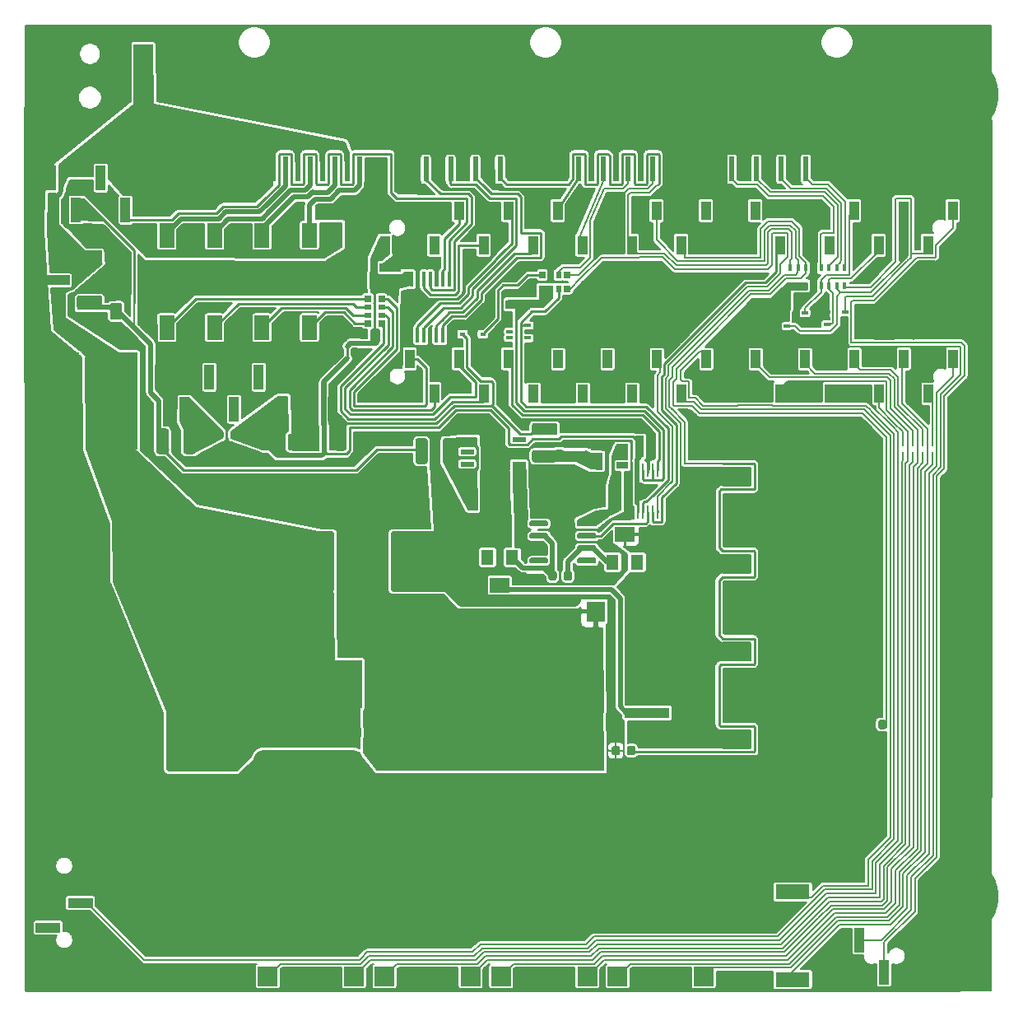
<source format=gtl>
G04 #@! TF.GenerationSoftware,KiCad,Pcbnew,(5.1.6)-1*
G04 #@! TF.CreationDate,2020-11-04T19:04:26-08:00*
G04 #@! TF.ProjectId,Four Channel MHz LED Driver,466f7572-2043-4686-916e-6e656c204d48,rev?*
G04 #@! TF.SameCoordinates,Original*
G04 #@! TF.FileFunction,Copper,L1,Top*
G04 #@! TF.FilePolarity,Positive*
%FSLAX46Y46*%
G04 Gerber Fmt 4.6, Leading zero omitted, Abs format (unit mm)*
G04 Created by KiCad (PCBNEW (5.1.6)-1) date 2020-11-04 19:04:26*
%MOMM*%
%LPD*%
G01*
G04 APERTURE LIST*
G04 #@! TA.AperFunction,SMDPad,CuDef*
%ADD10R,0.700000X0.640000*%
G04 #@! TD*
G04 #@! TA.AperFunction,SMDPad,CuDef*
%ADD11R,0.700000X0.500000*%
G04 #@! TD*
G04 #@! TA.AperFunction,SMDPad,CuDef*
%ADD12R,0.640000X0.700000*%
G04 #@! TD*
G04 #@! TA.AperFunction,SMDPad,CuDef*
%ADD13R,0.500000X0.700000*%
G04 #@! TD*
G04 #@! TA.AperFunction,SMDPad,CuDef*
%ADD14R,2.000000X2.000000*%
G04 #@! TD*
G04 #@! TA.AperFunction,ComponentPad*
%ADD15C,4.620000*%
G04 #@! TD*
G04 #@! TA.AperFunction,SMDPad,CuDef*
%ADD16R,0.450000X0.800000*%
G04 #@! TD*
G04 #@! TA.AperFunction,ComponentPad*
%ADD17C,8.000000*%
G04 #@! TD*
G04 #@! TA.AperFunction,SMDPad,CuDef*
%ADD18R,1.000000X2.510000*%
G04 #@! TD*
G04 #@! TA.AperFunction,SMDPad,CuDef*
%ADD19R,1.020000X1.905000*%
G04 #@! TD*
G04 #@! TA.AperFunction,SMDPad,CuDef*
%ADD20R,1.500000X2.500000*%
G04 #@! TD*
G04 #@! TA.AperFunction,SMDPad,CuDef*
%ADD21R,0.280000X1.470000*%
G04 #@! TD*
G04 #@! TA.AperFunction,SMDPad,CuDef*
%ADD22R,0.900000X2.170000*%
G04 #@! TD*
G04 #@! TA.AperFunction,SMDPad,CuDef*
%ADD23R,2.510000X1.000000*%
G04 #@! TD*
G04 #@! TA.AperFunction,SMDPad,CuDef*
%ADD24R,3.000000X2.000000*%
G04 #@! TD*
G04 #@! TA.AperFunction,SMDPad,CuDef*
%ADD25R,8.200000X8.000000*%
G04 #@! TD*
G04 #@! TA.AperFunction,SMDPad,CuDef*
%ADD26R,0.410000X1.570000*%
G04 #@! TD*
G04 #@! TA.AperFunction,SMDPad,CuDef*
%ADD27R,2.170000X0.900000*%
G04 #@! TD*
G04 #@! TA.AperFunction,SMDPad,CuDef*
%ADD28R,1.955800X2.159000*%
G04 #@! TD*
G04 #@! TA.AperFunction,SMDPad,CuDef*
%ADD29R,0.600000X0.450000*%
G04 #@! TD*
G04 #@! TA.AperFunction,SMDPad,CuDef*
%ADD30R,2.600000X2.800000*%
G04 #@! TD*
G04 #@! TA.AperFunction,SMDPad,CuDef*
%ADD31R,0.254000X0.685800*%
G04 #@! TD*
G04 #@! TA.AperFunction,SMDPad,CuDef*
%ADD32R,1.270000X1.549400*%
G04 #@! TD*
G04 #@! TA.AperFunction,SMDPad,CuDef*
%ADD33R,2.006600X1.549400*%
G04 #@! TD*
G04 #@! TA.AperFunction,SMDPad,CuDef*
%ADD34R,1.371600X0.482600*%
G04 #@! TD*
G04 #@! TA.AperFunction,SMDPad,CuDef*
%ADD35R,2.413000X3.200400*%
G04 #@! TD*
G04 #@! TA.AperFunction,SMDPad,CuDef*
%ADD36R,1.220000X0.650000*%
G04 #@! TD*
G04 #@! TA.AperFunction,SMDPad,CuDef*
%ADD37R,9.400000X10.800000*%
G04 #@! TD*
G04 #@! TA.AperFunction,SMDPad,CuDef*
%ADD38R,4.600000X1.100000*%
G04 #@! TD*
G04 #@! TA.AperFunction,SMDPad,CuDef*
%ADD39R,6.220000X3.180000*%
G04 #@! TD*
G04 #@! TA.AperFunction,SMDPad,CuDef*
%ADD40R,0.560000X2.540000*%
G04 #@! TD*
G04 #@! TA.AperFunction,SMDPad,CuDef*
%ADD41R,0.650000X0.400000*%
G04 #@! TD*
G04 #@! TA.AperFunction,SMDPad,CuDef*
%ADD42R,3.500000X1.500000*%
G04 #@! TD*
G04 #@! TA.AperFunction,SMDPad,CuDef*
%ADD43R,5.000000X10.000000*%
G04 #@! TD*
G04 #@! TA.AperFunction,SMDPad,CuDef*
%ADD44R,10.000000X5.000000*%
G04 #@! TD*
G04 #@! TA.AperFunction,Conductor*
%ADD45C,0.200000*%
G04 #@! TD*
G04 #@! TA.AperFunction,Conductor*
%ADD46C,0.250000*%
G04 #@! TD*
G04 #@! TA.AperFunction,Conductor*
%ADD47C,2.000000*%
G04 #@! TD*
G04 #@! TA.AperFunction,Conductor*
%ADD48C,1.200000*%
G04 #@! TD*
G04 #@! TA.AperFunction,Conductor*
%ADD49C,0.500000*%
G04 #@! TD*
G04 #@! TA.AperFunction,Conductor*
%ADD50C,0.210000*%
G04 #@! TD*
G04 #@! TA.AperFunction,Conductor*
%ADD51C,0.254000*%
G04 #@! TD*
G04 APERTURE END LIST*
D10*
X73970000Y-54990000D03*
D11*
X73970000Y-53320000D03*
X73970000Y-54120000D03*
D10*
X73970000Y-52450000D03*
D11*
X72570000Y-54120000D03*
D10*
X72570000Y-54990000D03*
D11*
X72570000Y-53320000D03*
D10*
X72570000Y-52450000D03*
D12*
X93040000Y-50020000D03*
D13*
X91370000Y-50020000D03*
X92170000Y-50020000D03*
D12*
X90500000Y-50020000D03*
D13*
X92170000Y-51420000D03*
D12*
X93040000Y-51420000D03*
D13*
X91370000Y-51420000D03*
D12*
X90500000Y-51420000D03*
D14*
X38470000Y-27280000D03*
X38470000Y-33480000D03*
X49470000Y-33480000D03*
X49470000Y-27280000D03*
D15*
X54300000Y-27410000D03*
X93030000Y-72150000D03*
D16*
X116010000Y-49285000D03*
X116010000Y-51095000D03*
X116810000Y-49285000D03*
X116810000Y-51095000D03*
X117610000Y-49285000D03*
X117610000Y-51095000D03*
X118410000Y-49285000D03*
X118410000Y-51095000D03*
X119210000Y-49285000D03*
X119210000Y-51095000D03*
X120010000Y-49285000D03*
X120010000Y-51095000D03*
X120810000Y-49285000D03*
X120810000Y-51095000D03*
X121610000Y-49285000D03*
X121610000Y-51095000D03*
G04 #@! TA.AperFunction,SMDPad,CuDef*
G36*
G01*
X74920000Y-82406400D02*
X74920000Y-76553600D01*
G75*
G02*
X75093600Y-76380000I173600J0D01*
G01*
X82046400Y-76380000D01*
G75*
G02*
X82220000Y-76553600I0J-173600D01*
G01*
X82220000Y-82406400D01*
G75*
G02*
X82046400Y-82580000I-173600J0D01*
G01*
X75093600Y-82580000D01*
G75*
G02*
X74920000Y-82406400I0J173600D01*
G01*
G37*
G04 #@! TD.AperFunction*
G04 #@! TA.AperFunction,SMDPad,CuDef*
G36*
G01*
X61820000Y-82406400D02*
X61820000Y-76553600D01*
G75*
G02*
X61993600Y-76380000I173600J0D01*
G01*
X68946400Y-76380000D01*
G75*
G02*
X69120000Y-76553600I0J-173600D01*
G01*
X69120000Y-82406400D01*
G75*
G02*
X68946400Y-82580000I-173600J0D01*
G01*
X61993600Y-82580000D01*
G75*
G02*
X61820000Y-82406400I0J173600D01*
G01*
G37*
G04 #@! TD.AperFunction*
G04 #@! TA.AperFunction,SMDPad,CuDef*
G36*
G01*
X46030000Y-95033600D02*
X46030000Y-100886400D01*
G75*
G02*
X45856400Y-101060000I-173600J0D01*
G01*
X38903600Y-101060000D01*
G75*
G02*
X38730000Y-100886400I0J173600D01*
G01*
X38730000Y-95033600D01*
G75*
G02*
X38903600Y-94860000I173600J0D01*
G01*
X45856400Y-94860000D01*
G75*
G02*
X46030000Y-95033600I0J-173600D01*
G01*
G37*
G04 #@! TD.AperFunction*
G04 #@! TA.AperFunction,SMDPad,CuDef*
G36*
G01*
X59130000Y-95033600D02*
X59130000Y-100886400D01*
G75*
G02*
X58956400Y-101060000I-173600J0D01*
G01*
X52003600Y-101060000D01*
G75*
G02*
X51830000Y-100886400I0J173600D01*
G01*
X51830000Y-95033600D01*
G75*
G02*
X52003600Y-94860000I173600J0D01*
G01*
X58956400Y-94860000D01*
G75*
G02*
X59130000Y-95033600I0J-173600D01*
G01*
G37*
G04 #@! TD.AperFunction*
G04 #@! TA.AperFunction,SMDPad,CuDef*
G36*
G01*
X46030000Y-75523600D02*
X46030000Y-81376400D01*
G75*
G02*
X45856400Y-81550000I-173600J0D01*
G01*
X38903600Y-81550000D01*
G75*
G02*
X38730000Y-81376400I0J173600D01*
G01*
X38730000Y-75523600D01*
G75*
G02*
X38903600Y-75350000I173600J0D01*
G01*
X45856400Y-75350000D01*
G75*
G02*
X46030000Y-75523600I0J-173600D01*
G01*
G37*
G04 #@! TD.AperFunction*
G04 #@! TA.AperFunction,SMDPad,CuDef*
G36*
G01*
X59130000Y-75523600D02*
X59130000Y-81376400D01*
G75*
G02*
X58956400Y-81550000I-173600J0D01*
G01*
X52003600Y-81550000D01*
G75*
G02*
X51830000Y-81376400I0J173600D01*
G01*
X51830000Y-75523600D01*
G75*
G02*
X52003600Y-75350000I173600J0D01*
G01*
X58956400Y-75350000D01*
G75*
G02*
X59130000Y-75523600I0J-173600D01*
G01*
G37*
G04 #@! TD.AperFunction*
D17*
X133450000Y-31470000D03*
X133450000Y-113970000D03*
X50950000Y-113970000D03*
D18*
X66410000Y-60520000D03*
X61330000Y-60520000D03*
X56250000Y-60520000D03*
X51170000Y-60520000D03*
X68950000Y-63830000D03*
X63870000Y-63830000D03*
X58790000Y-63830000D03*
X53710000Y-63830000D03*
G04 #@! TA.AperFunction,SMDPad,CuDef*
G36*
G01*
X91105000Y-79230000D02*
X91105000Y-79530000D01*
G75*
G02*
X90955000Y-79680000I-150000J0D01*
G01*
X89305000Y-79680000D01*
G75*
G02*
X89155000Y-79530000I0J150000D01*
G01*
X89155000Y-79230000D01*
G75*
G02*
X89305000Y-79080000I150000J0D01*
G01*
X90955000Y-79080000D01*
G75*
G02*
X91105000Y-79230000I0J-150000D01*
G01*
G37*
G04 #@! TD.AperFunction*
G04 #@! TA.AperFunction,SMDPad,CuDef*
G36*
G01*
X91105000Y-77960000D02*
X91105000Y-78260000D01*
G75*
G02*
X90955000Y-78410000I-150000J0D01*
G01*
X89305000Y-78410000D01*
G75*
G02*
X89155000Y-78260000I0J150000D01*
G01*
X89155000Y-77960000D01*
G75*
G02*
X89305000Y-77810000I150000J0D01*
G01*
X90955000Y-77810000D01*
G75*
G02*
X91105000Y-77960000I0J-150000D01*
G01*
G37*
G04 #@! TD.AperFunction*
G04 #@! TA.AperFunction,SMDPad,CuDef*
G36*
G01*
X91105000Y-76690000D02*
X91105000Y-76990000D01*
G75*
G02*
X90955000Y-77140000I-150000J0D01*
G01*
X89305000Y-77140000D01*
G75*
G02*
X89155000Y-76990000I0J150000D01*
G01*
X89155000Y-76690000D01*
G75*
G02*
X89305000Y-76540000I150000J0D01*
G01*
X90955000Y-76540000D01*
G75*
G02*
X91105000Y-76690000I0J-150000D01*
G01*
G37*
G04 #@! TD.AperFunction*
G04 #@! TA.AperFunction,SMDPad,CuDef*
G36*
G01*
X91105000Y-75420000D02*
X91105000Y-75720000D01*
G75*
G02*
X90955000Y-75870000I-150000J0D01*
G01*
X89305000Y-75870000D01*
G75*
G02*
X89155000Y-75720000I0J150000D01*
G01*
X89155000Y-75420000D01*
G75*
G02*
X89305000Y-75270000I150000J0D01*
G01*
X90955000Y-75270000D01*
G75*
G02*
X91105000Y-75420000I0J-150000D01*
G01*
G37*
G04 #@! TD.AperFunction*
G04 #@! TA.AperFunction,SMDPad,CuDef*
G36*
G01*
X96055000Y-75420000D02*
X96055000Y-75720000D01*
G75*
G02*
X95905000Y-75870000I-150000J0D01*
G01*
X94255000Y-75870000D01*
G75*
G02*
X94105000Y-75720000I0J150000D01*
G01*
X94105000Y-75420000D01*
G75*
G02*
X94255000Y-75270000I150000J0D01*
G01*
X95905000Y-75270000D01*
G75*
G02*
X96055000Y-75420000I0J-150000D01*
G01*
G37*
G04 #@! TD.AperFunction*
G04 #@! TA.AperFunction,SMDPad,CuDef*
G36*
G01*
X96055000Y-76690000D02*
X96055000Y-76990000D01*
G75*
G02*
X95905000Y-77140000I-150000J0D01*
G01*
X94255000Y-77140000D01*
G75*
G02*
X94105000Y-76990000I0J150000D01*
G01*
X94105000Y-76690000D01*
G75*
G02*
X94255000Y-76540000I150000J0D01*
G01*
X95905000Y-76540000D01*
G75*
G02*
X96055000Y-76690000I0J-150000D01*
G01*
G37*
G04 #@! TD.AperFunction*
G04 #@! TA.AperFunction,SMDPad,CuDef*
G36*
G01*
X96055000Y-77960000D02*
X96055000Y-78260000D01*
G75*
G02*
X95905000Y-78410000I-150000J0D01*
G01*
X94255000Y-78410000D01*
G75*
G02*
X94105000Y-78260000I0J150000D01*
G01*
X94105000Y-77960000D01*
G75*
G02*
X94255000Y-77810000I150000J0D01*
G01*
X95905000Y-77810000D01*
G75*
G02*
X96055000Y-77960000I0J-150000D01*
G01*
G37*
G04 #@! TD.AperFunction*
G04 #@! TA.AperFunction,SMDPad,CuDef*
G36*
G01*
X96055000Y-79230000D02*
X96055000Y-79530000D01*
G75*
G02*
X95905000Y-79680000I-150000J0D01*
G01*
X94255000Y-79680000D01*
G75*
G02*
X94105000Y-79530000I0J150000D01*
G01*
X94105000Y-79230000D01*
G75*
G02*
X94255000Y-79080000I150000J0D01*
G01*
X95905000Y-79080000D01*
G75*
G02*
X96055000Y-79230000I0J-150000D01*
G01*
G37*
G04 #@! TD.AperFunction*
D19*
X132730000Y-58630000D03*
X130190000Y-62186000D03*
X127650000Y-58630000D03*
X125110000Y-62186000D03*
X122570000Y-58630000D03*
X120030000Y-62186000D03*
X117490000Y-58630000D03*
X114950000Y-62186000D03*
X112410000Y-58630000D03*
X109870000Y-62186000D03*
X107330000Y-58630000D03*
X104790000Y-62186000D03*
X102250000Y-58630000D03*
X99710000Y-62186000D03*
X97170000Y-58630000D03*
X94630000Y-62186000D03*
X92090000Y-58630000D03*
X89550000Y-62186000D03*
X87010000Y-58630000D03*
X84470000Y-62186000D03*
X81930000Y-58630000D03*
X79390000Y-62186000D03*
X76850000Y-58630000D03*
X74310000Y-62186000D03*
X84470000Y-46946000D03*
X102250000Y-43390000D03*
X112410000Y-43390000D03*
X117490000Y-43390000D03*
X127650000Y-43390000D03*
X130190000Y-46946000D03*
X97170000Y-43390000D03*
X79390000Y-46946000D03*
X87010000Y-43390000D03*
X92090000Y-43390000D03*
X94630000Y-46946000D03*
X107330000Y-43390000D03*
X120030000Y-46946000D03*
X109870000Y-46946000D03*
X122570000Y-43390000D03*
X74310000Y-46946000D03*
X89550000Y-46946000D03*
X76850000Y-43390000D03*
X81930000Y-43390000D03*
X99710000Y-46946000D03*
X114950000Y-46946000D03*
X125110000Y-46946000D03*
X132730000Y-43390000D03*
X104790000Y-46946000D03*
D20*
X66560000Y-45930000D03*
X69100000Y-45930000D03*
X69100000Y-55430000D03*
X66560000Y-55430000D03*
X61670000Y-45930000D03*
X64210000Y-45930000D03*
X64210000Y-55430000D03*
X61670000Y-55430000D03*
X56780000Y-45930000D03*
X59320000Y-45930000D03*
X59320000Y-55430000D03*
X56780000Y-55430000D03*
X51890000Y-45930000D03*
X54430000Y-45930000D03*
X54430000Y-55430000D03*
X51890000Y-55430000D03*
D21*
X102360000Y-70070000D03*
X101860000Y-70070000D03*
X101360000Y-70070000D03*
X100860000Y-70070000D03*
X100360000Y-70070000D03*
X100360000Y-74370000D03*
X100860000Y-74370000D03*
X101360000Y-74370000D03*
X101860000Y-74370000D03*
X102360000Y-74370000D03*
D22*
X101740000Y-67640000D03*
X100520000Y-67640000D03*
D23*
X43920000Y-53080000D03*
X43920000Y-48000000D03*
X40610000Y-50540000D03*
D24*
X110510000Y-102810000D03*
X110510000Y-97730000D03*
D25*
X118910000Y-100270000D03*
D24*
X110510000Y-93810000D03*
X110510000Y-88730000D03*
D25*
X118910000Y-91270000D03*
D24*
X110510000Y-84800000D03*
X110510000Y-79720000D03*
D25*
X118910000Y-82260000D03*
D24*
X110520000Y-75810000D03*
X110520000Y-70730000D03*
D25*
X118920000Y-73270000D03*
D26*
X77030000Y-56200000D03*
X77680000Y-56200000D03*
X78330000Y-56200000D03*
X78980000Y-56200000D03*
X79630000Y-56200000D03*
X80280000Y-56200000D03*
X80930000Y-56200000D03*
X80930000Y-50460000D03*
X80280000Y-50460000D03*
X79630000Y-50460000D03*
X78980000Y-50460000D03*
X78330000Y-50460000D03*
X77680000Y-50460000D03*
X77030000Y-50460000D03*
G04 #@! TA.AperFunction,SMDPad,CuDef*
G36*
G01*
X62475000Y-97685000D02*
X61225000Y-97685000D01*
G75*
G02*
X60975000Y-97435000I0J250000D01*
G01*
X60975000Y-96685000D01*
G75*
G02*
X61225000Y-96435000I250000J0D01*
G01*
X62475000Y-96435000D01*
G75*
G02*
X62725000Y-96685000I0J-250000D01*
G01*
X62725000Y-97435000D01*
G75*
G02*
X62475000Y-97685000I-250000J0D01*
G01*
G37*
G04 #@! TD.AperFunction*
G04 #@! TA.AperFunction,SMDPad,CuDef*
G36*
G01*
X62475000Y-100485000D02*
X61225000Y-100485000D01*
G75*
G02*
X60975000Y-100235000I0J250000D01*
G01*
X60975000Y-99485000D01*
G75*
G02*
X61225000Y-99235000I250000J0D01*
G01*
X62475000Y-99235000D01*
G75*
G02*
X62725000Y-99485000I0J-250000D01*
G01*
X62725000Y-100235000D01*
G75*
G02*
X62475000Y-100485000I-250000J0D01*
G01*
G37*
G04 #@! TD.AperFunction*
G04 #@! TA.AperFunction,SMDPad,CuDef*
G36*
G01*
X47275000Y-53125000D02*
X47275000Y-54375000D01*
G75*
G02*
X47025000Y-54625000I-250000J0D01*
G01*
X46275000Y-54625000D01*
G75*
G02*
X46025000Y-54375000I0J250000D01*
G01*
X46025000Y-53125000D01*
G75*
G02*
X46275000Y-52875000I250000J0D01*
G01*
X47025000Y-52875000D01*
G75*
G02*
X47275000Y-53125000I0J-250000D01*
G01*
G37*
G04 #@! TD.AperFunction*
G04 #@! TA.AperFunction,SMDPad,CuDef*
G36*
G01*
X50075000Y-53125000D02*
X50075000Y-54375000D01*
G75*
G02*
X49825000Y-54625000I-250000J0D01*
G01*
X49075000Y-54625000D01*
G75*
G02*
X48825000Y-54375000I0J250000D01*
G01*
X48825000Y-53125000D01*
G75*
G02*
X49075000Y-52875000I250000J0D01*
G01*
X49825000Y-52875000D01*
G75*
G02*
X50075000Y-53125000I0J-250000D01*
G01*
G37*
G04 #@! TD.AperFunction*
G04 #@! TA.AperFunction,SMDPad,CuDef*
G36*
G01*
X62775000Y-66565000D02*
X62775000Y-67815000D01*
G75*
G02*
X62525000Y-68065000I-250000J0D01*
G01*
X61775000Y-68065000D01*
G75*
G02*
X61525000Y-67815000I0J250000D01*
G01*
X61525000Y-66565000D01*
G75*
G02*
X61775000Y-66315000I250000J0D01*
G01*
X62525000Y-66315000D01*
G75*
G02*
X62775000Y-66565000I0J-250000D01*
G01*
G37*
G04 #@! TD.AperFunction*
G04 #@! TA.AperFunction,SMDPad,CuDef*
G36*
G01*
X65575000Y-66565000D02*
X65575000Y-67815000D01*
G75*
G02*
X65325000Y-68065000I-250000J0D01*
G01*
X64575000Y-68065000D01*
G75*
G02*
X64325000Y-67815000I0J250000D01*
G01*
X64325000Y-66565000D01*
G75*
G02*
X64575000Y-66315000I250000J0D01*
G01*
X65325000Y-66315000D01*
G75*
G02*
X65575000Y-66565000I0J-250000D01*
G01*
G37*
G04 #@! TD.AperFunction*
D27*
X93810000Y-68630000D03*
X93810000Y-67410000D03*
D22*
X83400000Y-73080000D03*
X84620000Y-73080000D03*
D27*
X87800000Y-53060000D03*
X87800000Y-51840000D03*
G04 #@! TA.AperFunction,SMDPad,CuDef*
G36*
G01*
X70102500Y-57713750D02*
X70102500Y-58226250D01*
G75*
G02*
X69883750Y-58445000I-218750J0D01*
G01*
X69446250Y-58445000D01*
G75*
G02*
X69227500Y-58226250I0J218750D01*
G01*
X69227500Y-57713750D01*
G75*
G02*
X69446250Y-57495000I218750J0D01*
G01*
X69883750Y-57495000D01*
G75*
G02*
X70102500Y-57713750I0J-218750D01*
G01*
G37*
G04 #@! TD.AperFunction*
G04 #@! TA.AperFunction,SMDPad,CuDef*
G36*
G01*
X71677500Y-57713750D02*
X71677500Y-58226250D01*
G75*
G02*
X71458750Y-58445000I-218750J0D01*
G01*
X71021250Y-58445000D01*
G75*
G02*
X70802500Y-58226250I0J218750D01*
G01*
X70802500Y-57713750D01*
G75*
G02*
X71021250Y-57495000I218750J0D01*
G01*
X71458750Y-57495000D01*
G75*
G02*
X71677500Y-57713750I0J-218750D01*
G01*
G37*
G04 #@! TD.AperFunction*
G04 #@! TA.AperFunction,SMDPad,CuDef*
G36*
G01*
X57717500Y-66183750D02*
X57717500Y-66696250D01*
G75*
G02*
X57498750Y-66915000I-218750J0D01*
G01*
X57061250Y-66915000D01*
G75*
G02*
X56842500Y-66696250I0J218750D01*
G01*
X56842500Y-66183750D01*
G75*
G02*
X57061250Y-65965000I218750J0D01*
G01*
X57498750Y-65965000D01*
G75*
G02*
X57717500Y-66183750I0J-218750D01*
G01*
G37*
G04 #@! TD.AperFunction*
G04 #@! TA.AperFunction,SMDPad,CuDef*
G36*
G01*
X59292500Y-66183750D02*
X59292500Y-66696250D01*
G75*
G02*
X59073750Y-66915000I-218750J0D01*
G01*
X58636250Y-66915000D01*
G75*
G02*
X58417500Y-66696250I0J218750D01*
G01*
X58417500Y-66183750D01*
G75*
G02*
X58636250Y-65965000I218750J0D01*
G01*
X59073750Y-65965000D01*
G75*
G02*
X59292500Y-66183750I0J-218750D01*
G01*
G37*
G04 #@! TD.AperFunction*
D28*
X99960000Y-84610000D03*
X96023000Y-84610000D03*
D29*
X82290000Y-56090000D03*
X84390000Y-56090000D03*
G04 #@! TA.AperFunction,SMDPad,CuDef*
G36*
G01*
X75815000Y-39825000D02*
X75815000Y-38575000D01*
G75*
G02*
X76065000Y-38325000I250000J0D01*
G01*
X76815000Y-38325000D01*
G75*
G02*
X77065000Y-38575000I0J-250000D01*
G01*
X77065000Y-39825000D01*
G75*
G02*
X76815000Y-40075000I-250000J0D01*
G01*
X76065000Y-40075000D01*
G75*
G02*
X75815000Y-39825000I0J250000D01*
G01*
G37*
G04 #@! TD.AperFunction*
G04 #@! TA.AperFunction,SMDPad,CuDef*
G36*
G01*
X73015000Y-39825000D02*
X73015000Y-38575000D01*
G75*
G02*
X73265000Y-38325000I250000J0D01*
G01*
X74015000Y-38325000D01*
G75*
G02*
X74265000Y-38575000I0J-250000D01*
G01*
X74265000Y-39825000D01*
G75*
G02*
X74015000Y-40075000I-250000J0D01*
G01*
X73265000Y-40075000D01*
G75*
G02*
X73015000Y-39825000I0J250000D01*
G01*
G37*
G04 #@! TD.AperFunction*
D30*
X122650000Y-107580000D03*
X133350000Y-107580000D03*
G04 #@! TA.AperFunction,SMDPad,CuDef*
G36*
G01*
X45005001Y-48965000D02*
X42854999Y-48965000D01*
G75*
G02*
X42605000Y-48715001I0J249999D01*
G01*
X42605000Y-47864999D01*
G75*
G02*
X42854999Y-47615000I249999J0D01*
G01*
X45005001Y-47615000D01*
G75*
G02*
X45255000Y-47864999I0J-249999D01*
G01*
X45255000Y-48715001D01*
G75*
G02*
X45005001Y-48965000I-249999J0D01*
G01*
G37*
G04 #@! TD.AperFunction*
G04 #@! TA.AperFunction,SMDPad,CuDef*
G36*
G01*
X45005001Y-53465000D02*
X42854999Y-53465000D01*
G75*
G02*
X42605000Y-53215001I0J249999D01*
G01*
X42605000Y-52364999D01*
G75*
G02*
X42854999Y-52115000I249999J0D01*
G01*
X45005001Y-52115000D01*
G75*
G02*
X45255000Y-52364999I0J-249999D01*
G01*
X45255000Y-53215001D01*
G75*
G02*
X45005001Y-53465000I-249999J0D01*
G01*
G37*
G04 #@! TD.AperFunction*
G04 #@! TA.AperFunction,SMDPad,CuDef*
G36*
G01*
X89675000Y-68025000D02*
X91825000Y-68025000D01*
G75*
G02*
X92075000Y-68275000I0J-250000D01*
G01*
X92075000Y-69025000D01*
G75*
G02*
X91825000Y-69275000I-250000J0D01*
G01*
X89675000Y-69275000D01*
G75*
G02*
X89425000Y-69025000I0J250000D01*
G01*
X89425000Y-68275000D01*
G75*
G02*
X89675000Y-68025000I250000J0D01*
G01*
G37*
G04 #@! TD.AperFunction*
G04 #@! TA.AperFunction,SMDPad,CuDef*
G36*
G01*
X89675000Y-65225000D02*
X91825000Y-65225000D01*
G75*
G02*
X92075000Y-65475000I0J-250000D01*
G01*
X92075000Y-66225000D01*
G75*
G02*
X91825000Y-66475000I-250000J0D01*
G01*
X89675000Y-66475000D01*
G75*
G02*
X89425000Y-66225000I0J250000D01*
G01*
X89425000Y-65475000D01*
G75*
G02*
X89675000Y-65225000I250000J0D01*
G01*
G37*
G04 #@! TD.AperFunction*
G04 #@! TA.AperFunction,SMDPad,CuDef*
G36*
G01*
X80255000Y-69205000D02*
X80255000Y-67055000D01*
G75*
G02*
X80505000Y-66805000I250000J0D01*
G01*
X81255000Y-66805000D01*
G75*
G02*
X81505000Y-67055000I0J-250000D01*
G01*
X81505000Y-69205000D01*
G75*
G02*
X81255000Y-69455000I-250000J0D01*
G01*
X80505000Y-69455000D01*
G75*
G02*
X80255000Y-69205000I0J250000D01*
G01*
G37*
G04 #@! TD.AperFunction*
G04 #@! TA.AperFunction,SMDPad,CuDef*
G36*
G01*
X77455000Y-69205000D02*
X77455000Y-67055000D01*
G75*
G02*
X77705000Y-66805000I250000J0D01*
G01*
X78455000Y-66805000D01*
G75*
G02*
X78705000Y-67055000I0J-250000D01*
G01*
X78705000Y-69205000D01*
G75*
G02*
X78455000Y-69455000I-250000J0D01*
G01*
X77705000Y-69455000D01*
G75*
G02*
X77455000Y-69205000I0J250000D01*
G01*
G37*
G04 #@! TD.AperFunction*
D31*
X130620003Y-67289600D03*
X130120001Y-67289600D03*
X129620002Y-67289600D03*
X129120001Y-67289600D03*
X128620001Y-67289600D03*
X128120003Y-67289600D03*
X127620001Y-67289600D03*
X127120002Y-67289600D03*
X127119999Y-68580000D03*
X127620001Y-68580000D03*
X128120000Y-68580000D03*
X128620001Y-68580000D03*
X129120001Y-68580000D03*
X129619999Y-68580000D03*
X130120001Y-68580000D03*
X130620000Y-68580000D03*
D32*
X87410000Y-79034400D03*
D33*
X86140000Y-81930000D03*
D32*
X84870000Y-79034400D03*
D18*
X128220000Y-118385000D03*
X123140000Y-118385000D03*
X125680000Y-121695000D03*
D23*
X42980000Y-119660000D03*
X42980000Y-114580000D03*
X42980000Y-109500000D03*
X39670000Y-117120000D03*
X39670000Y-112040000D03*
D14*
X86270000Y-122140000D03*
X95130000Y-122140000D03*
X90700000Y-102250000D03*
X86270000Y-102250000D03*
X95130000Y-102250000D03*
D34*
X88117000Y-70715000D03*
X88117000Y-69445000D03*
X88117000Y-68175000D03*
X88117000Y-66905000D03*
X82783000Y-66905000D03*
X82783000Y-68175000D03*
X82783000Y-69445000D03*
X82783000Y-70715000D03*
D35*
X85450000Y-68810000D03*
D36*
X98750000Y-67710000D03*
X98750000Y-69610000D03*
X96130000Y-69610000D03*
X96130000Y-68660000D03*
X96130000Y-67710000D03*
D37*
X92135000Y-92495000D03*
D38*
X101285000Y-89955000D03*
X101285000Y-95035000D03*
D39*
X119632500Y-30680000D03*
X62072500Y-30680000D03*
D40*
X118915000Y-39130000D03*
X117645000Y-39130000D03*
X116375000Y-39130000D03*
X115105000Y-39130000D03*
X113835000Y-39130000D03*
X112565000Y-39130000D03*
X111295000Y-39130000D03*
X110025000Y-39130000D03*
X103170000Y-39130000D03*
X101900000Y-39130000D03*
X100630000Y-39130000D03*
X99360000Y-39130000D03*
X98090000Y-39130000D03*
X96820000Y-39130000D03*
X95550000Y-39130000D03*
X94280000Y-39130000D03*
X87425000Y-39130000D03*
X86155000Y-39130000D03*
X84885000Y-39130000D03*
X83615000Y-39130000D03*
X82345000Y-39130000D03*
X81075000Y-39130000D03*
X79805000Y-39130000D03*
X78535000Y-39130000D03*
X71680000Y-39130000D03*
X70410000Y-39130000D03*
X69140000Y-39130000D03*
X67870000Y-39130000D03*
X66600000Y-39130000D03*
X65330000Y-39130000D03*
X64060000Y-39130000D03*
X62790000Y-39130000D03*
G04 #@! TA.AperFunction,SMDPad,CuDef*
G36*
G01*
X124350000Y-95983750D02*
X124350000Y-96496250D01*
G75*
G02*
X124131250Y-96715000I-218750J0D01*
G01*
X123693750Y-96715000D01*
G75*
G02*
X123475000Y-96496250I0J218750D01*
G01*
X123475000Y-95983750D01*
G75*
G02*
X123693750Y-95765000I218750J0D01*
G01*
X124131250Y-95765000D01*
G75*
G02*
X124350000Y-95983750I0J-218750D01*
G01*
G37*
G04 #@! TD.AperFunction*
G04 #@! TA.AperFunction,SMDPad,CuDef*
G36*
G01*
X125925000Y-95983750D02*
X125925000Y-96496250D01*
G75*
G02*
X125706250Y-96715000I-218750J0D01*
G01*
X125268750Y-96715000D01*
G75*
G02*
X125050000Y-96496250I0J218750D01*
G01*
X125050000Y-95983750D01*
G75*
G02*
X125268750Y-95765000I218750J0D01*
G01*
X125706250Y-95765000D01*
G75*
G02*
X125925000Y-95983750I0J-218750D01*
G01*
G37*
G04 #@! TD.AperFunction*
D14*
X98260000Y-122140000D03*
X107120000Y-122140000D03*
X102690000Y-102250000D03*
X98260000Y-102250000D03*
X107120000Y-102250000D03*
D30*
X112630000Y-55220000D03*
X101930000Y-55220000D03*
D41*
X115640000Y-55230000D03*
X115640000Y-53930000D03*
X117540000Y-54580000D03*
X115640000Y-54580000D03*
X117540000Y-53930000D03*
X117540000Y-55230000D03*
X89030000Y-55180000D03*
X89030000Y-56480000D03*
X87130000Y-55830000D03*
X89030000Y-55830000D03*
X87130000Y-56480000D03*
X87130000Y-55180000D03*
D42*
X116270000Y-113460000D03*
X116270000Y-122460000D03*
G04 #@! TA.AperFunction,SMDPad,CuDef*
G36*
G01*
X71635000Y-97685000D02*
X70385000Y-97685000D01*
G75*
G02*
X70135000Y-97435000I0J250000D01*
G01*
X70135000Y-96685000D01*
G75*
G02*
X70385000Y-96435000I250000J0D01*
G01*
X71635000Y-96435000D01*
G75*
G02*
X71885000Y-96685000I0J-250000D01*
G01*
X71885000Y-97435000D01*
G75*
G02*
X71635000Y-97685000I-250000J0D01*
G01*
G37*
G04 #@! TD.AperFunction*
G04 #@! TA.AperFunction,SMDPad,CuDef*
G36*
G01*
X71635000Y-100485000D02*
X70385000Y-100485000D01*
G75*
G02*
X70135000Y-100235000I0J250000D01*
G01*
X70135000Y-99485000D01*
G75*
G02*
X70385000Y-99235000I250000J0D01*
G01*
X71635000Y-99235000D01*
G75*
G02*
X71885000Y-99485000I0J-250000D01*
G01*
X71885000Y-100235000D01*
G75*
G02*
X71635000Y-100485000I-250000J0D01*
G01*
G37*
G04 #@! TD.AperFunction*
D43*
X75470000Y-94610000D03*
D44*
X66970000Y-92110000D03*
D18*
X45080000Y-40030000D03*
X40000000Y-40030000D03*
X47620000Y-43340000D03*
X42540000Y-43340000D03*
D43*
X46390000Y-62990000D03*
X40390000Y-62990000D03*
D14*
X74270000Y-122140000D03*
X83130000Y-122140000D03*
X78700000Y-102250000D03*
X74270000Y-102250000D03*
X83130000Y-102250000D03*
X62270000Y-122140000D03*
X71130000Y-122140000D03*
X66700000Y-102250000D03*
X62270000Y-102250000D03*
X71130000Y-102250000D03*
G04 #@! TA.AperFunction,SMDPad,CuDef*
G36*
G01*
X98512500Y-98663750D02*
X98512500Y-99176250D01*
G75*
G02*
X98293750Y-99395000I-218750J0D01*
G01*
X97856250Y-99395000D01*
G75*
G02*
X97637500Y-99176250I0J218750D01*
G01*
X97637500Y-98663750D01*
G75*
G02*
X97856250Y-98445000I218750J0D01*
G01*
X98293750Y-98445000D01*
G75*
G02*
X98512500Y-98663750I0J-218750D01*
G01*
G37*
G04 #@! TD.AperFunction*
G04 #@! TA.AperFunction,SMDPad,CuDef*
G36*
G01*
X100087500Y-98663750D02*
X100087500Y-99176250D01*
G75*
G02*
X99868750Y-99395000I-218750J0D01*
G01*
X99431250Y-99395000D01*
G75*
G02*
X99212500Y-99176250I0J218750D01*
G01*
X99212500Y-98663750D01*
G75*
G02*
X99431250Y-98445000I218750J0D01*
G01*
X99868750Y-98445000D01*
G75*
G02*
X100087500Y-98663750I0J-218750D01*
G01*
G37*
G04 #@! TD.AperFunction*
D32*
X97740000Y-79545600D03*
D33*
X99010000Y-76650000D03*
D32*
X100280000Y-79545600D03*
G04 #@! TA.AperFunction,SMDPad,CuDef*
G36*
G01*
X53615000Y-68185000D02*
X53615000Y-66035000D01*
G75*
G02*
X53865000Y-65785000I250000J0D01*
G01*
X54615000Y-65785000D01*
G75*
G02*
X54865000Y-66035000I0J-250000D01*
G01*
X54865000Y-68185000D01*
G75*
G02*
X54615000Y-68435000I-250000J0D01*
G01*
X53865000Y-68435000D01*
G75*
G02*
X53615000Y-68185000I0J250000D01*
G01*
G37*
G04 #@! TD.AperFunction*
G04 #@! TA.AperFunction,SMDPad,CuDef*
G36*
G01*
X50815000Y-68185000D02*
X50815000Y-66035000D01*
G75*
G02*
X51065000Y-65785000I250000J0D01*
G01*
X51815000Y-65785000D01*
G75*
G02*
X52065000Y-66035000I0J-250000D01*
G01*
X52065000Y-68185000D01*
G75*
G02*
X51815000Y-68435000I-250000J0D01*
G01*
X51065000Y-68435000D01*
G75*
G02*
X50815000Y-68185000I0J250000D01*
G01*
G37*
G04 #@! TD.AperFunction*
D41*
X121670000Y-53830000D03*
X121670000Y-55130000D03*
X119770000Y-54480000D03*
X121670000Y-54480000D03*
X119770000Y-55130000D03*
X119770000Y-53830000D03*
D27*
X74890000Y-50460000D03*
X74890000Y-49240000D03*
G04 #@! TA.AperFunction,SMDPad,CuDef*
G36*
G01*
X92702500Y-81196250D02*
X92702500Y-80683750D01*
G75*
G02*
X92921250Y-80465000I218750J0D01*
G01*
X93358750Y-80465000D01*
G75*
G02*
X93577500Y-80683750I0J-218750D01*
G01*
X93577500Y-81196250D01*
G75*
G02*
X93358750Y-81415000I-218750J0D01*
G01*
X92921250Y-81415000D01*
G75*
G02*
X92702500Y-81196250I0J218750D01*
G01*
G37*
G04 #@! TD.AperFunction*
G04 #@! TA.AperFunction,SMDPad,CuDef*
G36*
G01*
X91127500Y-81196250D02*
X91127500Y-80683750D01*
G75*
G02*
X91346250Y-80465000I218750J0D01*
G01*
X91783750Y-80465000D01*
G75*
G02*
X92002500Y-80683750I0J-218750D01*
G01*
X92002500Y-81196250D01*
G75*
G02*
X91783750Y-81415000I-218750J0D01*
G01*
X91346250Y-81415000D01*
G75*
G02*
X91127500Y-81196250I0J218750D01*
G01*
G37*
G04 #@! TD.AperFunction*
D22*
X96590000Y-72820000D03*
X97810000Y-72820000D03*
X88070000Y-76540000D03*
X86850000Y-76540000D03*
G04 #@! TA.AperFunction,SMDPad,CuDef*
G36*
G01*
X67555000Y-66595000D02*
X67555000Y-67845000D01*
G75*
G02*
X67305000Y-68095000I-250000J0D01*
G01*
X66555000Y-68095000D01*
G75*
G02*
X66305000Y-67845000I0J250000D01*
G01*
X66305000Y-66595000D01*
G75*
G02*
X66555000Y-66345000I250000J0D01*
G01*
X67305000Y-66345000D01*
G75*
G02*
X67555000Y-66595000I0J-250000D01*
G01*
G37*
G04 #@! TD.AperFunction*
G04 #@! TA.AperFunction,SMDPad,CuDef*
G36*
G01*
X70355000Y-66595000D02*
X70355000Y-67845000D01*
G75*
G02*
X70105000Y-68095000I-250000J0D01*
G01*
X69355000Y-68095000D01*
G75*
G02*
X69105000Y-67845000I0J250000D01*
G01*
X69105000Y-66595000D01*
G75*
G02*
X69355000Y-66345000I250000J0D01*
G01*
X70105000Y-66345000D01*
G75*
G02*
X70355000Y-66595000I0J-250000D01*
G01*
G37*
G04 #@! TD.AperFunction*
G04 #@! TA.AperFunction,SMDPad,CuDef*
G36*
G01*
X69345000Y-97685000D02*
X68095000Y-97685000D01*
G75*
G02*
X67845000Y-97435000I0J250000D01*
G01*
X67845000Y-96685000D01*
G75*
G02*
X68095000Y-96435000I250000J0D01*
G01*
X69345000Y-96435000D01*
G75*
G02*
X69595000Y-96685000I0J-250000D01*
G01*
X69595000Y-97435000D01*
G75*
G02*
X69345000Y-97685000I-250000J0D01*
G01*
G37*
G04 #@! TD.AperFunction*
G04 #@! TA.AperFunction,SMDPad,CuDef*
G36*
G01*
X69345000Y-100485000D02*
X68095000Y-100485000D01*
G75*
G02*
X67845000Y-100235000I0J250000D01*
G01*
X67845000Y-99485000D01*
G75*
G02*
X68095000Y-99235000I250000J0D01*
G01*
X69345000Y-99235000D01*
G75*
G02*
X69595000Y-99485000I0J-250000D01*
G01*
X69595000Y-100235000D01*
G75*
G02*
X69345000Y-100485000I-250000J0D01*
G01*
G37*
G04 #@! TD.AperFunction*
G04 #@! TA.AperFunction,SMDPad,CuDef*
G36*
G01*
X67055000Y-97685000D02*
X65805000Y-97685000D01*
G75*
G02*
X65555000Y-97435000I0J250000D01*
G01*
X65555000Y-96685000D01*
G75*
G02*
X65805000Y-96435000I250000J0D01*
G01*
X67055000Y-96435000D01*
G75*
G02*
X67305000Y-96685000I0J-250000D01*
G01*
X67305000Y-97435000D01*
G75*
G02*
X67055000Y-97685000I-250000J0D01*
G01*
G37*
G04 #@! TD.AperFunction*
G04 #@! TA.AperFunction,SMDPad,CuDef*
G36*
G01*
X67055000Y-100485000D02*
X65805000Y-100485000D01*
G75*
G02*
X65555000Y-100235000I0J250000D01*
G01*
X65555000Y-99485000D01*
G75*
G02*
X65805000Y-99235000I250000J0D01*
G01*
X67055000Y-99235000D01*
G75*
G02*
X67305000Y-99485000I0J-250000D01*
G01*
X67305000Y-100235000D01*
G75*
G02*
X67055000Y-100485000I-250000J0D01*
G01*
G37*
G04 #@! TD.AperFunction*
G04 #@! TA.AperFunction,SMDPad,CuDef*
G36*
G01*
X64765000Y-97685000D02*
X63515000Y-97685000D01*
G75*
G02*
X63265000Y-97435000I0J250000D01*
G01*
X63265000Y-96685000D01*
G75*
G02*
X63515000Y-96435000I250000J0D01*
G01*
X64765000Y-96435000D01*
G75*
G02*
X65015000Y-96685000I0J-250000D01*
G01*
X65015000Y-97435000D01*
G75*
G02*
X64765000Y-97685000I-250000J0D01*
G01*
G37*
G04 #@! TD.AperFunction*
G04 #@! TA.AperFunction,SMDPad,CuDef*
G36*
G01*
X64765000Y-100485000D02*
X63515000Y-100485000D01*
G75*
G02*
X63265000Y-100235000I0J250000D01*
G01*
X63265000Y-99485000D01*
G75*
G02*
X63515000Y-99235000I250000J0D01*
G01*
X64765000Y-99235000D01*
G75*
G02*
X65015000Y-99485000I0J-250000D01*
G01*
X65015000Y-100235000D01*
G75*
G02*
X64765000Y-100485000I-250000J0D01*
G01*
G37*
G04 #@! TD.AperFunction*
D45*
X116930030Y-112799970D02*
X116270000Y-113460000D01*
X124029880Y-110101733D02*
X124029880Y-112799970D01*
X126290001Y-107841614D02*
X124029880Y-110101733D01*
X106085689Y-63039990D02*
X106884209Y-63838510D01*
X104790000Y-62186000D02*
X104860000Y-62256000D01*
X123628611Y-63838511D02*
X126290001Y-66499901D01*
X114034310Y-63838511D02*
X123628611Y-63838511D01*
X106884209Y-63838510D02*
X110785690Y-63838511D01*
X104860000Y-63039990D02*
X106085689Y-63039990D01*
X104860000Y-62256000D02*
X104860000Y-63039990D01*
X126290001Y-66499901D02*
X126290001Y-107841614D01*
X110785690Y-63838511D02*
X110804191Y-63820010D01*
X110804191Y-63820010D02*
X114015809Y-63820010D01*
X114015809Y-63820010D02*
X114034310Y-63838511D01*
X119415832Y-112799975D02*
X118159992Y-114055815D01*
X124000028Y-112799972D02*
X119415832Y-112799975D01*
X124029880Y-112799970D02*
X124000030Y-112799970D01*
X124000030Y-112799970D02*
X124000028Y-112799972D01*
X116865815Y-114055815D02*
X116270000Y-113460000D01*
X118159992Y-114055815D02*
X116865815Y-114055815D01*
D46*
X40000000Y-40540000D02*
X38350000Y-42190000D01*
X40000000Y-40030000D02*
X40000000Y-40540000D01*
X38350000Y-33000000D02*
X38350000Y-42190000D01*
X38350000Y-42190000D02*
X38350000Y-48280000D01*
X61484999Y-30094999D02*
X62070000Y-30680000D01*
X66900000Y-67190000D02*
X66930000Y-67220000D01*
X64950000Y-67190000D02*
X66900000Y-67190000D01*
X51170000Y-60520000D02*
X52560000Y-60520000D01*
X66930000Y-61040000D02*
X66410000Y-60520000D01*
X66930000Y-67220000D02*
X66930000Y-61040000D01*
X42540000Y-60840000D02*
X40390000Y-62990000D01*
X85467000Y-68575000D02*
X85905000Y-68575000D01*
X85905000Y-68575000D02*
X86540000Y-67940000D01*
X40390000Y-76660000D02*
X42180000Y-78450000D01*
X40390000Y-62990000D02*
X40390000Y-76660000D01*
X42180000Y-97780000D02*
X42310000Y-97910000D01*
X42180000Y-78450000D02*
X42180000Y-97780000D01*
X78810000Y-78480000D02*
X83120000Y-78480000D01*
X84600000Y-102240000D02*
X84600000Y-101800000D01*
X91630000Y-102270000D02*
X91630000Y-101615000D01*
X62070000Y-30680000D02*
X71640000Y-30680000D01*
X71640000Y-30680000D02*
X77790000Y-36830000D01*
X119630000Y-36810000D02*
X119630000Y-30680000D01*
X119610000Y-36830000D02*
X119630000Y-36810000D01*
X79802500Y-37077500D02*
X80050000Y-36830000D01*
X79802500Y-39130000D02*
X79802500Y-37077500D01*
X77790000Y-36830000D02*
X80050000Y-36830000D01*
X82342500Y-37097500D02*
X82610000Y-36830000D01*
X82342500Y-39130000D02*
X82342500Y-37097500D01*
X80050000Y-36830000D02*
X82610000Y-36830000D01*
X84882500Y-37127500D02*
X85180000Y-36830000D01*
X84882500Y-39130000D02*
X84882500Y-37127500D01*
X82610000Y-36830000D02*
X85180000Y-36830000D01*
X87422500Y-36862500D02*
X87390000Y-36830000D01*
X87422500Y-39130000D02*
X87422500Y-36862500D01*
X85180000Y-36830000D02*
X87390000Y-36830000D01*
X95547500Y-37012500D02*
X95730000Y-36830000D01*
X95547500Y-39130000D02*
X95547500Y-37012500D01*
X87390000Y-36830000D02*
X95730000Y-36830000D01*
X98087500Y-36932500D02*
X98190000Y-36830000D01*
X95730000Y-36830000D02*
X98190000Y-36830000D01*
X98087500Y-39130000D02*
X98087500Y-36932500D01*
X100627500Y-37022500D02*
X100820000Y-36830000D01*
X100627500Y-39130000D02*
X100627500Y-37022500D01*
X98190000Y-36830000D02*
X100820000Y-36830000D01*
X103167500Y-39130000D02*
X103167500Y-37117500D01*
X100820000Y-36830000D02*
X102880000Y-36830000D01*
X103167500Y-37117500D02*
X102880000Y-36830000D01*
X102880000Y-36830000D02*
X106910000Y-36830000D01*
X111292500Y-39130000D02*
X111292500Y-37117500D01*
X111292500Y-37117500D02*
X111230000Y-37055000D01*
X111230000Y-37055000D02*
X111230000Y-36830000D01*
X113832500Y-37002500D02*
X113660000Y-36830000D01*
X111230000Y-36830000D02*
X113660000Y-36830000D01*
X113832500Y-39130000D02*
X113832500Y-37002500D01*
X116372500Y-39130000D02*
X116372500Y-37002500D01*
X113660000Y-36830000D02*
X116200000Y-36830000D01*
X116372500Y-37002500D02*
X116200000Y-36830000D01*
X118912500Y-37082500D02*
X118660000Y-36830000D01*
X118912500Y-39130000D02*
X118912500Y-37082500D01*
X116200000Y-36830000D02*
X118660000Y-36830000D01*
X118660000Y-36830000D02*
X119610000Y-36830000D01*
X37350010Y-102869990D02*
X42310000Y-97910000D01*
X42950001Y-109445001D02*
X37465001Y-109445001D01*
X37465001Y-109445001D02*
X37350010Y-109330010D01*
X37350010Y-109330010D02*
X37350010Y-102869990D01*
X58660000Y-105970000D02*
X50370000Y-105970000D01*
X42310000Y-97910000D02*
X42310000Y-96960000D01*
X81820000Y-81490000D02*
X78810000Y-78480000D01*
X38350000Y-33000000D02*
X39760000Y-33000000D01*
X39760000Y-33000000D02*
X40760000Y-34000000D01*
X118970000Y-91300000D02*
X118960000Y-91290000D01*
X118970000Y-99780000D02*
X118970000Y-91300000D01*
X118960000Y-91290000D02*
X118960000Y-82790000D01*
X118960000Y-82790000D02*
X118960000Y-74310000D01*
X118960000Y-74310000D02*
X118960000Y-73040000D01*
X118960000Y-74310000D02*
X118960000Y-72760000D01*
X118960000Y-72760000D02*
X120230000Y-71490000D01*
X118960000Y-74310000D02*
X118960000Y-71040000D01*
X118960000Y-71040000D02*
X119417510Y-70582490D01*
X50085000Y-50360000D02*
X50540009Y-50815009D01*
X49460000Y-50360000D02*
X50085000Y-50360000D01*
X52560000Y-60520000D02*
X52560000Y-60440000D01*
X54430000Y-58570000D02*
X54430000Y-55430000D01*
X52560000Y-60440000D02*
X54430000Y-58570000D01*
X64460000Y-58570000D02*
X66410000Y-60520000D01*
X64460000Y-58570000D02*
X67840000Y-58570000D01*
X64210000Y-58320000D02*
X64460000Y-58570000D01*
X64210000Y-55420000D02*
X64210000Y-58320000D01*
X59280000Y-55430000D02*
X59280000Y-58400000D01*
X54430000Y-58570000D02*
X59110000Y-58570000D01*
X59280000Y-58400000D02*
X59110000Y-58570000D01*
X59110000Y-58570000D02*
X64460000Y-58570000D01*
X82772210Y-78480000D02*
X78810000Y-78480000D01*
X96700002Y-67710000D02*
X97065001Y-68074999D01*
X96130000Y-67710000D02*
X96700002Y-67710000D01*
X78980000Y-57125002D02*
X78980000Y-56200000D01*
X77214999Y-57310001D02*
X78795001Y-57310001D01*
X78795001Y-57310001D02*
X78980000Y-57125002D01*
X77030000Y-57125002D02*
X77214999Y-57310001D01*
X77030000Y-56200000D02*
X77030000Y-57125002D01*
X80930000Y-57235000D02*
X80930000Y-56200000D01*
X80854999Y-57310001D02*
X80930000Y-57235000D01*
X79164999Y-57310001D02*
X80854999Y-57310001D01*
X79099999Y-57245001D02*
X79164999Y-57310001D01*
X79099999Y-57125002D02*
X79099999Y-57245001D01*
X78980000Y-57125002D02*
X79099999Y-57125002D01*
X76850000Y-43390000D02*
X76850000Y-46453502D01*
X77610000Y-50390000D02*
X77680000Y-50460000D01*
X77610000Y-49464998D02*
X77610000Y-50390000D01*
X79327501Y-49232499D02*
X79630000Y-49534998D01*
X77377501Y-49232499D02*
X79327501Y-49232499D01*
X79630000Y-49534998D02*
X79630000Y-50460000D01*
X77377501Y-49232499D02*
X77610000Y-49464998D01*
X77175002Y-49030000D02*
X77377501Y-49232499D01*
X77175002Y-46778504D02*
X76850000Y-46453502D01*
X77175002Y-49030000D02*
X77175002Y-46778504D01*
X74190000Y-43390000D02*
X76850000Y-43390000D01*
X78810000Y-78480000D02*
X80630000Y-78480000D01*
X77030000Y-57235000D02*
X76950000Y-57315000D01*
X77030000Y-56200000D02*
X77030000Y-57235000D01*
X76117498Y-57315000D02*
X76014999Y-57417499D01*
X76950000Y-57315000D02*
X76117498Y-57315000D01*
X76014999Y-57417499D02*
X76014999Y-59225001D01*
X75138399Y-59487999D02*
X74659999Y-59966399D01*
X76014999Y-59225001D02*
X75752001Y-59487999D01*
X75752001Y-59487999D02*
X75138399Y-59487999D01*
X74659999Y-61836001D02*
X74310000Y-62186000D01*
X74659999Y-59966399D02*
X74659999Y-61836001D01*
X120345000Y-101155000D02*
X118970000Y-99780000D01*
X121157490Y-101967490D02*
X118970000Y-99780000D01*
X107490000Y-105550000D02*
X107490000Y-102290000D01*
X110570000Y-102320000D02*
X110160000Y-101910000D01*
X108260000Y-106320000D02*
X107490000Y-105550000D01*
X115220000Y-106320000D02*
X108260000Y-106320000D01*
X91630000Y-102270000D02*
X91650000Y-102270000D01*
D47*
X116420000Y-76850000D02*
X118960000Y-74310000D01*
X116420000Y-85330000D02*
X118960000Y-82790000D01*
X110560000Y-85330000D02*
X116420000Y-85330000D01*
X116420000Y-93830000D02*
X118960000Y-91290000D01*
X110560000Y-93830000D02*
X116420000Y-93830000D01*
X116430000Y-102320000D02*
X118970000Y-99780000D01*
X110570000Y-102320000D02*
X116430000Y-102320000D01*
D46*
X77030000Y-52903590D02*
X77030000Y-56200000D01*
X77680000Y-52253590D02*
X77030000Y-52903590D01*
X77680000Y-50460000D02*
X77680000Y-52253590D01*
X80270000Y-77020000D02*
X78810000Y-78480000D01*
X78810000Y-78480000D02*
X79510000Y-78480000D01*
X79510000Y-78480000D02*
X81410000Y-76580000D01*
X95550000Y-71190000D02*
X94649998Y-71190000D01*
D47*
X60340000Y-105700000D02*
X55250000Y-105700000D01*
X50950000Y-110000000D02*
X50950000Y-110519999D01*
X55250000Y-105700000D02*
X50950000Y-110000000D01*
X68650000Y-102240000D02*
X73080000Y-102240000D01*
X80170000Y-102240000D02*
X84600000Y-102240000D01*
X91630000Y-102270000D02*
X96060000Y-102270000D01*
X103060000Y-102290000D02*
X107490000Y-102290000D01*
D46*
X37350010Y-123599990D02*
X37350010Y-109330010D01*
X130874999Y-112733999D02*
X132213999Y-111394999D01*
X136025001Y-115206001D02*
X134686001Y-116545001D01*
X130874999Y-116480001D02*
X130874999Y-112733999D01*
X128970000Y-118385000D02*
X130874999Y-116480001D01*
X132213999Y-111394999D02*
X134686001Y-111394999D01*
X128220000Y-118385000D02*
X128970000Y-118385000D01*
X133470010Y-123599990D02*
X37350010Y-123599990D01*
X134686001Y-111394999D02*
X136025001Y-112733999D01*
X136025001Y-112733999D02*
X136025001Y-115206001D01*
X134686001Y-116545001D02*
X133450000Y-116545001D01*
X133450000Y-116545001D02*
X133450000Y-123579980D01*
X133450000Y-123579980D02*
X133470010Y-123599990D01*
D47*
X45300000Y-105700000D02*
X55250000Y-105700000D01*
X42310000Y-102710000D02*
X45300000Y-105700000D01*
X42310000Y-97910000D02*
X42310000Y-102710000D01*
X110540000Y-102290000D02*
X110570000Y-102320000D01*
X107490000Y-102290000D02*
X110540000Y-102290000D01*
X129999999Y-29813999D02*
X131793999Y-28019999D01*
X129999999Y-33126001D02*
X129999999Y-29813999D01*
X131793999Y-34920001D02*
X129999999Y-33126001D01*
X135774990Y-34251012D02*
X135106001Y-34920001D01*
X135774990Y-103630000D02*
X135774990Y-34251012D01*
X131793999Y-28019999D02*
X133450000Y-28019999D01*
X135440000Y-103630000D02*
X135774990Y-103630000D01*
X135420000Y-103610000D02*
X135440000Y-103630000D01*
X135106001Y-34920001D02*
X131793999Y-34920001D01*
X135390000Y-103610000D02*
X135420000Y-103610000D01*
X129999999Y-31470000D02*
X129999999Y-29813999D01*
X119670000Y-31030000D02*
X128783998Y-31030000D01*
X129223998Y-31470000D02*
X129999999Y-31470000D01*
X128783998Y-31030000D02*
X129223998Y-31470000D01*
D45*
X85467000Y-68575000D02*
X85467000Y-68887000D01*
X85467000Y-68887000D02*
X86410000Y-69830000D01*
D48*
X61780000Y-99860000D02*
X68740000Y-99860000D01*
X68740000Y-102150000D02*
X68650000Y-102240000D01*
X68740000Y-99860000D02*
X68740000Y-102150000D01*
X133350000Y-105650000D02*
X135390000Y-103610000D01*
X133350000Y-107580000D02*
X133350000Y-105650000D01*
D46*
X67290000Y-59640000D02*
X66410000Y-60520000D01*
X68035000Y-59640000D02*
X67290000Y-59640000D01*
D47*
X38225010Y-60825010D02*
X40390000Y-62990000D01*
X38350000Y-33000000D02*
X38230000Y-33000000D01*
X38230000Y-33000000D02*
X38225010Y-33004990D01*
D46*
X100069980Y-102290000D02*
X98630000Y-102290000D01*
X100619990Y-101739990D02*
X100069980Y-102290000D01*
D45*
X85467000Y-68575000D02*
X85467000Y-66774800D01*
D46*
X86085000Y-68175000D02*
X85450000Y-68810000D01*
X88117000Y-68175000D02*
X86085000Y-68175000D01*
X80310000Y-77940000D02*
X78770000Y-79480000D01*
X85450000Y-71880000D02*
X85450000Y-68810000D01*
X77155002Y-49010000D02*
X77175002Y-49030000D01*
X74870000Y-49010000D02*
X77155002Y-49010000D01*
D47*
X100556155Y-102320000D02*
X116430000Y-102320000D01*
X63750000Y-102710000D02*
X64220000Y-102240000D01*
X71000000Y-99850000D02*
X71010000Y-99840000D01*
X71010000Y-101640000D02*
X71610000Y-102240000D01*
X71010000Y-99840000D02*
X71010000Y-101640000D01*
X64220000Y-102240000D02*
X71610000Y-102240000D01*
X71610000Y-102240000D02*
X99013825Y-102240000D01*
X122650000Y-103460000D02*
X118970000Y-99780000D01*
X122650000Y-107580000D02*
X122650000Y-103460000D01*
X133350000Y-110519999D02*
X133450000Y-110519999D01*
X133350000Y-107580000D02*
X133350000Y-110519999D01*
D49*
X122220000Y-96530000D02*
X118970000Y-99780000D01*
D47*
X98630000Y-102290000D02*
X103060000Y-102290000D01*
D46*
X50540009Y-50815009D02*
X50540009Y-51840009D01*
X72849990Y-44730010D02*
X74190000Y-43390000D01*
D49*
X86930000Y-70290000D02*
X85450000Y-68810000D01*
D46*
X90370000Y-71190000D02*
X90580000Y-71190000D01*
X85450000Y-68810000D02*
X85450000Y-69290000D01*
X85450000Y-69290000D02*
X86240000Y-70080000D01*
X97065001Y-67874997D02*
X97879999Y-67059999D01*
D49*
X95550000Y-71190000D02*
X94250000Y-71190000D01*
D46*
X97065001Y-68074999D02*
X97065001Y-67874997D01*
X97879999Y-67059999D02*
X99620001Y-67059999D01*
X94050000Y-71390000D02*
X94250000Y-71190000D01*
D49*
X94250000Y-71190000D02*
X90580000Y-71190000D01*
D46*
X94050000Y-73160000D02*
X94050000Y-71390000D01*
X72849990Y-44730010D02*
X72829990Y-44730010D01*
X72829990Y-44730010D02*
X70940000Y-46620000D01*
X70339991Y-51840009D02*
X70249991Y-51840009D01*
X70940000Y-51240000D02*
X70339991Y-51840009D01*
X70940000Y-46620000D02*
X70940000Y-51240000D01*
D49*
X86930000Y-76580000D02*
X86930000Y-70290000D01*
D46*
X81610001Y-55519999D02*
X80930000Y-56200000D01*
X82650001Y-55519999D02*
X81610001Y-55519999D01*
X91530000Y-49990000D02*
X91530000Y-50135002D01*
X88874999Y-50765001D02*
X87800000Y-51840000D01*
X85426402Y-60458490D02*
X85850010Y-60882098D01*
X106910000Y-36830000D02*
X109450000Y-36830000D01*
X109450000Y-36830000D02*
X111230000Y-36830000D01*
X109417499Y-36862501D02*
X109450000Y-36830000D01*
X109417499Y-40660001D02*
X109417499Y-36862501D01*
X109482499Y-40725001D02*
X109417499Y-40660001D01*
X109490000Y-40725001D02*
X109482499Y-40725001D01*
X109490000Y-40732502D02*
X109490000Y-40725001D01*
X109870000Y-41112502D02*
X109490000Y-40732502D01*
D45*
X117540000Y-54580000D02*
X119670000Y-54580000D01*
X119770000Y-54480000D02*
X119770000Y-53830000D01*
X117015000Y-54580000D02*
X117540000Y-54580000D01*
X116914999Y-54479999D02*
X117015000Y-54580000D01*
X118390001Y-52014997D02*
X116914999Y-53489999D01*
X116914999Y-53489999D02*
X116914999Y-54479999D01*
X118390001Y-51247900D02*
X118390001Y-52014997D01*
X118390001Y-49292100D02*
X118390001Y-51247900D01*
X117360041Y-47938645D02*
X118410001Y-48988605D01*
X118410001Y-48988605D02*
X118410001Y-49222100D01*
X117360041Y-45090743D02*
X117360041Y-47938645D01*
X117360000Y-44780000D02*
X117360000Y-45090702D01*
X117360000Y-45090702D02*
X117360041Y-45090743D01*
X117490000Y-44650000D02*
X117360000Y-44780000D01*
X117490000Y-43390000D02*
X117490000Y-44650000D01*
X117540000Y-54580000D02*
X117540000Y-55230000D01*
D46*
X85426402Y-60458490D02*
X85426402Y-58266402D01*
X85426402Y-58266402D02*
X84391099Y-57231099D01*
X83215011Y-57231099D02*
X84391099Y-57231099D01*
D45*
X116845401Y-43390000D02*
X117490000Y-43390000D01*
D46*
X109870000Y-46946000D02*
X109870000Y-41890000D01*
D45*
X102121054Y-41660000D02*
X102050342Y-41660000D01*
X103167500Y-39130000D02*
X103167500Y-40613554D01*
X103167500Y-40613554D02*
X102121054Y-41660000D01*
X102050342Y-41660000D02*
X100535171Y-43175171D01*
X100535171Y-43175171D02*
X100600000Y-43240000D01*
X100600000Y-43240000D02*
X100600000Y-44140000D01*
D46*
X88150303Y-41209981D02*
X89940000Y-42999678D01*
X84882500Y-39130000D02*
X85412500Y-39130000D01*
X85547499Y-40660001D02*
X86097478Y-41209980D01*
X85412500Y-39130000D02*
X85547499Y-39264999D01*
X85547499Y-39264999D02*
X85547499Y-40660001D01*
X86097478Y-41209980D02*
X88150303Y-41209981D01*
X89940000Y-42999678D02*
X89940000Y-43970000D01*
X89940000Y-43970000D02*
X91530000Y-45560000D01*
X80364980Y-41212480D02*
X83072803Y-41212481D01*
X79802500Y-39130000D02*
X79802500Y-40650000D01*
X79802500Y-40650000D02*
X80364980Y-41212480D01*
X83670010Y-41809688D02*
X83670010Y-45249990D01*
X83072803Y-41212481D02*
X83670010Y-41809688D01*
D49*
X40610000Y-50540000D02*
X40610000Y-50350000D01*
D47*
X62270000Y-103770000D02*
X60340000Y-105700000D01*
X62270000Y-102250000D02*
X62270000Y-103770000D01*
X61810000Y-99850000D02*
X62600000Y-99850000D01*
X62270000Y-100180000D02*
X62600000Y-99850000D01*
X62270000Y-102250000D02*
X62270000Y-100180000D01*
X62600000Y-99850000D02*
X71000000Y-99850000D01*
X62270000Y-102250000D02*
X66700000Y-102250000D01*
D45*
X116746056Y-73270000D02*
X115950000Y-72473944D01*
X118920000Y-73270000D02*
X116746056Y-73270000D01*
X115863944Y-72473944D02*
X115070000Y-71680000D01*
X115950000Y-72473944D02*
X115863944Y-72473944D01*
X115070000Y-71593944D02*
X115770000Y-70893944D01*
X115070000Y-71680000D02*
X115070000Y-71593944D01*
X115770000Y-70893944D02*
X115770000Y-68350000D01*
X115770000Y-68350000D02*
X114000000Y-66580000D01*
X117490000Y-43390000D02*
X114560000Y-43390000D01*
X114560000Y-43390000D02*
X112910000Y-41740000D01*
D46*
X109870000Y-41890000D02*
X109870000Y-41740000D01*
D45*
X112910000Y-41740000D02*
X109870000Y-41740000D01*
D46*
X109870000Y-41740000D02*
X109870000Y-41112502D01*
X83215011Y-55905009D02*
X83215011Y-57231099D01*
X82830001Y-55519999D02*
X83215011Y-55905009D01*
X82650001Y-55519999D02*
X82830001Y-55519999D01*
X69100000Y-57405000D02*
X69665000Y-57970000D01*
X69100000Y-55430000D02*
X69100000Y-57405000D01*
X69665000Y-58010000D02*
X68035000Y-59640000D01*
X69665000Y-57970000D02*
X69665000Y-58010000D01*
X98125000Y-102115000D02*
X98260000Y-102250000D01*
X99249990Y-101260010D02*
X98260000Y-102250000D01*
X76319980Y-77029980D02*
X78770000Y-79480000D01*
X96070002Y-71190000D02*
X95550000Y-71190000D01*
X97065001Y-70195001D02*
X96070002Y-71190000D01*
X97065001Y-68074999D02*
X97065001Y-70195001D01*
D49*
X97850000Y-94919963D02*
X97832089Y-94902052D01*
X98125000Y-96785000D02*
X97850000Y-96510000D01*
X97850000Y-96510000D02*
X97850000Y-94919963D01*
D46*
X101740000Y-67640000D02*
X101740000Y-66770000D01*
X101360000Y-70040000D02*
X101394999Y-70005001D01*
X101360000Y-70070000D02*
X101360000Y-70040000D01*
X101394999Y-70005001D02*
X101394999Y-67985001D01*
X101394999Y-67985001D02*
X101740000Y-67640000D01*
X101740000Y-66739998D02*
X101740000Y-67640000D01*
D49*
X97832089Y-83551687D02*
X97460402Y-83180000D01*
X97834989Y-86342354D02*
X97832089Y-86339454D01*
X97834989Y-94904952D02*
X97834989Y-86342354D01*
X97450901Y-83180000D02*
X97450901Y-83170499D01*
X97450901Y-83170499D02*
X97360901Y-83080499D01*
X97832089Y-86339454D02*
X97832089Y-83551687D01*
X82444701Y-83154701D02*
X78770000Y-79480000D01*
X97460402Y-83180000D02*
X97450901Y-83180000D01*
X97360901Y-83080499D02*
X87577503Y-83080499D01*
X87577503Y-83080499D02*
X87503301Y-83154701D01*
X97850000Y-94919963D02*
X97834989Y-94904952D01*
X87503301Y-83154701D02*
X82444701Y-83154701D01*
D48*
X78770000Y-79480000D02*
X78770000Y-80030000D01*
X93795299Y-83504701D02*
X93869501Y-83430499D01*
X78770000Y-80030000D02*
X82244701Y-83504701D01*
X82244701Y-83504701D02*
X93795299Y-83504701D01*
D45*
X99620001Y-67059999D02*
X99629999Y-67059999D01*
X99629999Y-67059999D02*
X99660001Y-67090001D01*
X99660001Y-67090001D02*
X99660001Y-71269999D01*
X85450000Y-68810000D02*
X88949102Y-68810000D01*
X89210000Y-70030000D02*
X90370000Y-71190000D01*
D48*
X97635001Y-96735001D02*
X97635001Y-95199939D01*
D46*
X100350000Y-102113845D02*
X100556155Y-102320000D01*
D49*
X52410000Y-63940038D02*
X52410000Y-64610000D01*
D46*
X52410000Y-63296814D02*
X52410000Y-63940038D01*
X51170000Y-60520000D02*
X51170000Y-62056814D01*
X51170000Y-62056814D02*
X52410000Y-63296814D01*
X52410000Y-68210000D02*
X52410000Y-64610000D01*
X71790000Y-67820000D02*
X70400000Y-69210000D01*
X71790000Y-66580000D02*
X71790000Y-67820000D01*
X72139980Y-66230020D02*
X71790000Y-66580000D01*
X85467000Y-66774800D02*
X84922220Y-66230020D01*
X84922220Y-66230020D02*
X72139980Y-66230020D01*
X70400000Y-69210000D02*
X68080000Y-69210000D01*
X68080000Y-69210000D02*
X68030000Y-69160000D01*
X68030000Y-69160000D02*
X53990000Y-69160000D01*
X53200000Y-69000000D02*
X52410000Y-68210000D01*
X86040000Y-55410000D02*
X86270000Y-55180000D01*
X86270000Y-55180000D02*
X87130000Y-55180000D01*
X86040000Y-56320000D02*
X86040000Y-55410000D01*
X84391099Y-57231099D02*
X85128901Y-57231099D01*
X85128901Y-57231099D02*
X86040000Y-56320000D01*
X50550000Y-54850000D02*
X49450000Y-53750000D01*
X49450000Y-53560018D02*
X51170009Y-51840009D01*
X49450000Y-53750000D02*
X49450000Y-53560018D01*
X50540009Y-51840009D02*
X51170009Y-51840009D01*
X51170009Y-51840009D02*
X70249991Y-51840009D01*
X50879999Y-57005001D02*
X50814999Y-56940001D01*
X50890000Y-57015002D02*
X50890000Y-57005001D01*
X50890000Y-57005001D02*
X50879999Y-57005001D01*
X51170000Y-60520000D02*
X51170000Y-57295002D01*
X51170000Y-57295002D02*
X50890000Y-57015002D01*
X50814999Y-55114999D02*
X50550000Y-54850000D01*
X50814999Y-56940001D02*
X50814999Y-55114999D01*
X38270000Y-50540000D02*
X38225010Y-50495010D01*
X40610000Y-50540000D02*
X38270000Y-50540000D01*
D47*
X38225010Y-33004990D02*
X38225010Y-50495010D01*
X38225010Y-50495010D02*
X38225010Y-60825010D01*
D45*
X84620000Y-73080000D02*
X84620000Y-76090000D01*
X86474999Y-80049101D02*
X88256377Y-81830479D01*
X84620000Y-76090000D02*
X86474999Y-77944999D01*
X86474999Y-77944999D02*
X86474999Y-80049101D01*
X88256377Y-81830479D02*
X97290000Y-81830479D01*
X97290000Y-81830479D02*
X97679521Y-81830479D01*
X97679521Y-81830479D02*
X98850000Y-80660000D01*
X98850000Y-78705898D02*
X98474102Y-78330000D01*
X98850000Y-80660000D02*
X98850000Y-78705898D01*
D46*
X85850010Y-62442740D02*
X88287260Y-64879990D01*
X85850010Y-60882098D02*
X85850010Y-62442740D01*
X88287260Y-64879990D02*
X100637170Y-64879990D01*
X101740000Y-65982820D02*
X101740000Y-67640000D01*
X100637170Y-64879990D02*
X101740000Y-65982820D01*
X99660001Y-74919999D02*
X99479711Y-75100289D01*
X99660001Y-71269999D02*
X99660001Y-74919999D01*
X99479711Y-75100289D02*
X97603300Y-75100290D01*
X96136768Y-76250000D02*
X96101758Y-76214990D01*
X97603300Y-75100290D02*
X96453590Y-76250000D01*
X96453590Y-76250000D02*
X96136768Y-76250000D01*
X96101758Y-76214990D02*
X95080000Y-76214990D01*
D45*
X89124990Y-69054990D02*
X89124990Y-69944990D01*
X89124990Y-69944990D02*
X89210000Y-70030000D01*
X88949102Y-68810000D02*
X88949102Y-68879102D01*
X88949102Y-68879102D02*
X89124990Y-69054990D01*
D46*
X85305001Y-48158501D02*
X85240001Y-48223501D01*
X85305001Y-45733499D02*
X85305001Y-48158501D01*
X84821492Y-45249990D02*
X85230000Y-45658498D01*
X83670010Y-45249990D02*
X84821492Y-45249990D01*
X85230000Y-45658498D02*
X85230000Y-45668499D01*
X85230000Y-45668499D02*
X85240001Y-45668499D01*
X85240001Y-45668499D02*
X85305001Y-45733499D01*
X82440000Y-51070000D02*
X82440000Y-51160000D01*
X85240001Y-48223501D02*
X85240001Y-48269999D01*
X85240001Y-48269999D02*
X82440000Y-51070000D01*
X77896431Y-52470021D02*
X77680000Y-52253590D01*
X81767801Y-52470021D02*
X77896431Y-52470021D01*
X82440000Y-51070000D02*
X82440000Y-51797822D01*
X82440000Y-51797822D02*
X81767801Y-52470021D01*
X86899998Y-51840000D02*
X86389999Y-52349999D01*
X87800000Y-51840000D02*
X86899998Y-51840000D01*
X86389999Y-52349999D02*
X86389999Y-53859999D01*
X87130000Y-54600000D02*
X87130000Y-55180000D01*
X86389999Y-53859999D02*
X87130000Y-54600000D01*
X84323591Y-55519999D02*
X82650001Y-55519999D01*
X85489980Y-51393608D02*
X85489980Y-54353610D01*
X86268599Y-50614989D02*
X85489980Y-51393608D01*
X91454999Y-49214999D02*
X89152181Y-49214999D01*
X91530000Y-49290000D02*
X91454999Y-49214999D01*
X87752191Y-50614989D02*
X86268599Y-50614989D01*
X85489980Y-54353610D02*
X84323591Y-55519999D01*
X89152181Y-49214999D02*
X87752191Y-50614989D01*
X97635001Y-96735001D02*
X98734999Y-96735001D01*
D45*
X98860000Y-101650000D02*
X98260000Y-102250000D01*
X98734999Y-96735001D02*
X98734999Y-97804999D01*
X98734999Y-97804999D02*
X98860000Y-97930000D01*
X98840000Y-98920000D02*
X98860000Y-98940000D01*
X98075000Y-98920000D02*
X98840000Y-98920000D01*
X98860000Y-97930000D02*
X98860000Y-98940000D01*
X98860000Y-98940000D02*
X98860000Y-101650000D01*
X91530000Y-45560000D02*
X91530000Y-48710000D01*
X91370000Y-48870000D02*
X91370000Y-50020000D01*
X91530000Y-48710000D02*
X91370000Y-48870000D01*
X91345001Y-50765001D02*
X91349999Y-50769999D01*
X88874999Y-50765001D02*
X91345001Y-50765001D01*
X91349999Y-50040001D02*
X91370000Y-50020000D01*
X91349999Y-50769999D02*
X91349999Y-50040001D01*
D49*
X43920000Y-53080000D02*
X44760000Y-53080000D01*
X44760000Y-53080000D02*
X45010000Y-53330000D01*
D46*
X51040000Y-66980000D02*
X51040000Y-67710000D01*
X51040000Y-66980000D02*
X51040000Y-67690000D01*
X46434311Y-53454311D02*
X47110000Y-54130000D01*
D49*
X46650000Y-53750000D02*
X46650000Y-54170000D01*
X51040000Y-66980000D02*
X51040000Y-62955002D01*
X50219999Y-62135001D02*
X50219999Y-57198167D01*
X51040000Y-62955002D02*
X50219999Y-62135001D01*
X50219999Y-57198167D02*
X50219999Y-57159999D01*
X50219999Y-57159999D02*
X48785044Y-55725044D01*
X48785044Y-55725044D02*
X48785044Y-55715044D01*
X46820000Y-53750000D02*
X46650000Y-53750000D01*
D45*
X48524990Y-55195010D02*
X48395000Y-55325000D01*
D49*
X48395000Y-55325000D02*
X46820000Y-53750000D01*
X48785044Y-55715044D02*
X48395000Y-55325000D01*
D45*
X48524990Y-52897176D02*
X48524990Y-55195010D01*
D49*
X46650000Y-53750000D02*
X46510000Y-53750000D01*
X46090000Y-53330000D02*
X45010000Y-53330000D01*
X46510000Y-53750000D02*
X46090000Y-53330000D01*
D46*
X51440000Y-67110000D02*
X51440000Y-67470000D01*
X78040000Y-68740000D02*
X78040000Y-67970000D01*
X51440000Y-67470000D02*
X51959990Y-67989990D01*
X78040000Y-67970000D02*
X78040000Y-67330000D01*
X78040000Y-67330000D02*
X77770000Y-67060000D01*
X51440000Y-67876410D02*
X51440000Y-67110000D01*
X78040000Y-67430000D02*
X77660000Y-67050000D01*
X78040000Y-67970000D02*
X78040000Y-67430000D01*
X51970000Y-68406410D02*
X51440000Y-67876410D01*
X48534990Y-47468176D02*
X48534990Y-52887176D01*
X43286814Y-42220000D02*
X48534990Y-47468176D01*
X42540000Y-42280000D02*
X42609991Y-42210009D01*
X48534990Y-52887176D02*
X48524990Y-52897176D01*
X42540000Y-43340000D02*
X42540000Y-42280000D01*
X42609991Y-42210009D02*
X43161825Y-42210009D01*
X43161825Y-42210009D02*
X43171816Y-42220000D01*
X43171816Y-42220000D02*
X43286814Y-42220000D01*
X53640000Y-70090000D02*
X51440000Y-67890000D01*
X78040000Y-67970000D02*
X73460000Y-67970000D01*
X51440000Y-67890000D02*
X51440000Y-67110000D01*
X71340000Y-70090000D02*
X53640000Y-70090000D01*
X73460000Y-67970000D02*
X71340000Y-70090000D01*
X69730000Y-64610000D02*
X68950000Y-63830000D01*
X69730000Y-65330000D02*
X69780000Y-65280000D01*
X69730000Y-65790000D02*
X69730000Y-64610000D01*
X69730000Y-65790000D02*
X69730000Y-65330000D01*
X69730000Y-67220000D02*
X69730000Y-65790000D01*
X70383537Y-65263537D02*
X69730000Y-64610000D01*
X79632785Y-65263537D02*
X70383537Y-65263537D01*
X85400000Y-63303502D02*
X85313502Y-63390000D01*
X85400000Y-62790000D02*
X85400000Y-63303502D01*
X85305001Y-63390000D02*
X85305001Y-63398501D01*
X85305001Y-63398501D02*
X85240001Y-63463501D01*
X85313502Y-63390000D02*
X85305001Y-63390000D01*
X83699999Y-63463501D02*
X83699998Y-63463501D01*
X79632785Y-65263537D02*
X81432823Y-63463501D01*
X81432823Y-63463501D02*
X83699999Y-63463501D01*
X85400000Y-61068498D02*
X85240001Y-60908499D01*
X85400000Y-62790000D02*
X85400000Y-61068498D01*
X82765001Y-56515001D02*
X82340000Y-56090000D01*
X85240001Y-60908499D02*
X84138499Y-60908499D01*
X82340000Y-56090000D02*
X82290000Y-56090000D01*
X82765001Y-59535001D02*
X82765001Y-56515001D01*
X84138499Y-60908499D02*
X82765001Y-59535001D01*
X68950000Y-61656410D02*
X68950000Y-63830000D01*
X71240000Y-57970000D02*
X71240000Y-59366410D01*
X71240000Y-59366410D02*
X68950000Y-61656410D01*
X85240001Y-63463501D02*
X84846499Y-63463501D01*
X84846499Y-63463501D02*
X83699999Y-63463501D01*
X85313502Y-63390000D02*
X85313502Y-63393502D01*
X89847398Y-65850000D02*
X90750000Y-65850000D01*
X89358699Y-66338699D02*
X89847398Y-65850000D01*
X88255109Y-66338699D02*
X89358699Y-66338699D01*
X85240001Y-63463501D02*
X85379912Y-63463502D01*
X85379912Y-63463502D02*
X88255109Y-66338699D01*
X61400000Y-66440000D02*
X62150000Y-67190000D01*
X58855000Y-66440000D02*
X61400000Y-66440000D01*
X62150000Y-65550000D02*
X63870000Y-63830000D01*
X62150000Y-67190000D02*
X62150000Y-65550000D01*
X73914000Y-47342000D02*
X74310000Y-46946000D01*
X74310000Y-46946000D02*
X74310000Y-47740000D01*
X76710000Y-50140000D02*
X77030000Y-50460000D01*
X64366820Y-68420010D02*
X63870000Y-67923190D01*
X63870000Y-67923190D02*
X63870000Y-63830000D01*
X62150000Y-67190000D02*
X62150000Y-67540000D01*
X81619222Y-63913510D02*
X79819185Y-65713547D01*
X70680000Y-68083190D02*
X70343180Y-68420010D01*
X79819185Y-65713547D02*
X70680000Y-65713547D01*
X70680000Y-65713547D02*
X70680000Y-68083190D01*
X73280000Y-55344998D02*
X73280000Y-55520000D01*
X73300000Y-47956000D02*
X74310000Y-46946000D01*
X73280000Y-55520000D02*
X73280000Y-47976000D01*
X73280000Y-47976000D02*
X73300000Y-47956000D01*
X68124999Y-68414999D02*
X68130010Y-68420010D01*
X70343180Y-68420010D02*
X68130010Y-68420010D01*
X100360000Y-72030000D02*
X100360000Y-74370000D01*
D49*
X100284992Y-73251822D02*
X100284992Y-73500000D01*
X100269999Y-68974999D02*
X100269999Y-73159999D01*
X100520000Y-67640000D02*
X100520000Y-68724998D01*
D45*
X100360000Y-72030000D02*
X101610000Y-72030000D01*
D46*
X100360000Y-74370000D02*
X100360000Y-73280000D01*
D49*
X100520000Y-68724998D02*
X100269999Y-68974999D01*
D46*
X100360000Y-67800000D02*
X100520000Y-67640000D01*
X100360000Y-70070000D02*
X100360000Y-67800000D01*
X100360000Y-71166412D02*
X100360000Y-72030000D01*
X100360000Y-70070000D02*
X100360000Y-71166412D01*
D49*
X67999999Y-61055773D02*
X70457886Y-58597886D01*
X67999999Y-65445001D02*
X67999999Y-61055773D01*
X70457886Y-58597886D02*
X70452500Y-58603272D01*
X68089999Y-65535001D02*
X67999999Y-65445001D01*
X68089999Y-65535001D02*
X68089999Y-68239999D01*
X68089999Y-68239999D02*
X68124999Y-68274999D01*
D46*
X68124999Y-68274999D02*
X68124999Y-68414999D01*
X68124999Y-60753995D02*
X68124999Y-68274999D01*
X70427510Y-58451484D02*
X68124999Y-60753995D01*
X73280000Y-56820000D02*
X73040000Y-57060000D01*
X73040000Y-57060000D02*
X70906006Y-57060000D01*
X73280000Y-55520000D02*
X73280000Y-56820000D01*
X70906006Y-57060000D02*
X70427510Y-57538496D01*
X70427510Y-57538496D02*
X70427510Y-58451484D01*
D49*
X70744238Y-57044990D02*
X70452500Y-57336728D01*
X71735762Y-57044990D02*
X70744238Y-57044990D01*
X73040000Y-57060000D02*
X71750772Y-57060000D01*
X71750772Y-57060000D02*
X71735762Y-57044990D01*
X73155000Y-56945000D02*
X73155000Y-56940001D01*
X73040000Y-57060000D02*
X73155000Y-56945000D01*
D46*
X83886399Y-63913511D02*
X81619222Y-63913511D01*
X85193511Y-63913511D02*
X83886399Y-63913511D01*
X87070000Y-65790000D02*
X85193511Y-63913511D01*
X87151301Y-67471301D02*
X87070000Y-67390000D01*
X87070000Y-67390000D02*
X87070000Y-65790000D01*
X100520000Y-67323588D02*
X100520000Y-67640000D01*
X99806402Y-66609990D02*
X100520000Y-67323588D01*
X92490009Y-66609989D02*
X99806402Y-66609990D01*
X92214999Y-66884999D02*
X92490009Y-66609989D01*
X87171199Y-67471301D02*
X88948699Y-67471301D01*
X87089898Y-67390000D02*
X87171199Y-67471301D01*
X88948699Y-67471301D02*
X89535001Y-66884999D01*
X87070000Y-67390000D02*
X87089898Y-67390000D01*
X89535001Y-66884999D02*
X92214999Y-66884999D01*
D49*
X62150000Y-67190000D02*
X62150000Y-67470000D01*
X62150000Y-67470000D02*
X63264990Y-68584990D01*
X67815008Y-68584990D02*
X68124999Y-68274999D01*
X63264990Y-68584990D02*
X67815008Y-68584990D01*
X73040000Y-55760001D02*
X73610001Y-55760001D01*
X73040000Y-57060000D02*
X73040000Y-55760001D01*
X73369634Y-57060000D02*
X73040000Y-57060000D01*
X73610001Y-55760001D02*
X73614980Y-55764980D01*
X73614980Y-56814654D02*
X73369634Y-57060000D01*
X73614980Y-55764980D02*
X73614980Y-56814654D01*
D46*
X101860000Y-71030002D02*
X101860000Y-70070000D01*
X100860000Y-70070000D02*
X100860000Y-71030002D01*
X100860000Y-71030002D02*
X100959999Y-71130001D01*
X101760001Y-71130001D02*
X101860000Y-71030002D01*
X100959999Y-71130001D02*
X101760001Y-71130001D01*
X102979990Y-70910012D02*
X102760001Y-71130001D01*
X102979990Y-65949990D02*
X102979990Y-70910012D01*
X87800000Y-53060000D02*
X87845001Y-53105001D01*
X87845002Y-63164914D02*
X88660060Y-63979972D01*
X102760001Y-71130001D02*
X101760001Y-71130001D01*
X87845001Y-53105001D02*
X87845002Y-63164914D01*
X88660060Y-63979972D02*
X101009972Y-63979972D01*
X101009972Y-63979972D02*
X102979990Y-65949990D01*
X90380000Y-51540000D02*
X90500000Y-51420000D01*
X90380000Y-53060000D02*
X90380000Y-51540000D01*
D49*
X87800000Y-53060000D02*
X90380000Y-53060000D01*
D46*
X90500000Y-51420000D02*
X91370000Y-51420000D01*
X96130000Y-69610000D02*
X96130000Y-68660000D01*
D45*
X93790000Y-68650000D02*
X93810000Y-68630000D01*
X90750000Y-68650000D02*
X93790000Y-68650000D01*
X96100000Y-68630000D02*
X96130000Y-68660000D01*
X93810000Y-68630000D02*
X96100000Y-68630000D01*
D46*
X90120000Y-78120000D02*
X90130000Y-78110000D01*
D49*
X88150000Y-70748000D02*
X88117000Y-70715000D01*
X88150000Y-76580000D02*
X88150000Y-70748000D01*
D46*
X88117000Y-69445000D02*
X88117000Y-70715000D01*
D49*
X98750000Y-67710000D02*
X98750000Y-67720022D01*
X98750000Y-67710000D02*
X98750000Y-68090000D01*
X98750000Y-68090000D02*
X97980000Y-68860000D01*
D46*
X97814999Y-70280000D02*
X97920000Y-70385001D01*
X97814999Y-68875001D02*
X97814999Y-70280000D01*
X97980000Y-68860000D02*
X97830000Y-68860000D01*
X97830000Y-68860000D02*
X97814999Y-68875001D01*
D45*
X118240001Y-57377499D02*
X118252502Y-57390000D01*
X116739999Y-57377499D02*
X118240001Y-57377499D01*
X109870000Y-62186000D02*
X109870000Y-59167498D01*
X109870000Y-59167498D02*
X111659999Y-57377499D01*
X111659999Y-57377499D02*
X113160001Y-57377499D01*
X116727498Y-57390000D02*
X116739999Y-57377499D01*
X113160001Y-57377499D02*
X113172502Y-57390000D01*
X115460000Y-57390000D02*
X116727498Y-57390000D01*
X113172502Y-57390000D02*
X115460000Y-57390000D01*
X117590000Y-51247900D02*
X115990001Y-51247900D01*
X115990001Y-51247900D02*
X115261304Y-51247900D01*
X111659999Y-54849205D02*
X111659999Y-57377499D01*
X115261304Y-51247900D02*
X111659999Y-54849205D01*
X115640000Y-53930000D02*
X115640000Y-54580000D01*
X115990001Y-53579999D02*
X115640000Y-53930000D01*
X115990001Y-51247900D02*
X115990001Y-53579999D01*
X121670000Y-54480000D02*
X121670000Y-55130000D01*
X121670000Y-57330000D02*
X121610000Y-57390000D01*
X118252502Y-57390000D02*
X121610000Y-57390000D01*
X121670000Y-55130000D02*
X121670000Y-57330000D01*
D46*
X113147502Y-57365000D02*
X113540000Y-57365000D01*
X109870000Y-62186000D02*
X109870000Y-59122498D01*
X113135001Y-57352499D02*
X113147502Y-57365000D01*
X111639999Y-57352499D02*
X113135001Y-57352499D01*
X109870000Y-59122498D02*
X111639999Y-57352499D01*
D45*
X128429990Y-111924311D02*
X128429990Y-115314310D01*
X130690111Y-109664190D02*
X128429990Y-111924311D01*
X130690111Y-70545378D02*
X130690111Y-109664190D01*
X125359300Y-118385000D02*
X123140000Y-118385000D01*
X131460000Y-69775489D02*
X130690111Y-70545378D01*
X131460000Y-62298299D02*
X131460000Y-69775489D01*
X133480001Y-57377499D02*
X133540001Y-57437499D01*
X123332502Y-57390000D02*
X126887498Y-57390000D01*
X133540001Y-60218298D02*
X131460000Y-62298299D01*
X123320001Y-57377499D02*
X123332502Y-57390000D01*
X121610000Y-57390000D02*
X121807498Y-57390000D01*
X126887498Y-57390000D02*
X126899999Y-57377499D01*
X121807498Y-57390000D02*
X121819999Y-57377499D01*
X121819999Y-57377499D02*
X123320001Y-57377499D01*
X126899999Y-57377499D02*
X128400001Y-57377499D01*
X128429990Y-115314310D02*
X125359300Y-118385000D01*
X128990000Y-57390000D02*
X129002501Y-57377499D01*
X128400001Y-57377499D02*
X128412502Y-57390000D01*
X133540001Y-57437499D02*
X133540001Y-60218298D01*
X128412502Y-57390000D02*
X128990000Y-57390000D01*
X129002501Y-57377499D02*
X133480001Y-57377499D01*
X125110000Y-47360400D02*
X125110000Y-46946000D01*
X120395001Y-51883401D02*
X119970001Y-51458401D01*
X120395001Y-54920001D02*
X120395001Y-51883401D01*
X119770000Y-55130000D02*
X120185002Y-55130000D01*
X119970001Y-51458401D02*
X119970001Y-51235800D01*
X120185002Y-55130000D02*
X120395001Y-54920001D01*
X120014998Y-51090002D02*
X120010000Y-51095000D01*
X125110000Y-47515701D02*
X125110000Y-46946000D01*
X122240690Y-50385011D02*
X125110000Y-47515701D01*
X120119989Y-50385011D02*
X122240690Y-50385011D01*
X120010000Y-51095000D02*
X120010000Y-50495000D01*
X120010000Y-50495000D02*
X120119989Y-50385011D01*
X121146798Y-51827301D02*
X124272699Y-51827301D01*
X120790001Y-51247900D02*
X120790001Y-51470504D01*
X120790001Y-51470504D02*
X121146798Y-51827301D01*
X127650000Y-48450000D02*
X127650000Y-43390000D01*
X124272699Y-51827301D02*
X127650000Y-48450000D01*
X120150700Y-55730001D02*
X120795011Y-55085690D01*
X116974999Y-55730001D02*
X120150700Y-55730001D01*
X115640000Y-55230000D02*
X116474998Y-55230000D01*
X116474998Y-55230000D02*
X116974999Y-55730001D01*
X120795011Y-52179088D02*
X121146798Y-51827301D01*
X120795011Y-55085690D02*
X120795011Y-52179088D01*
D49*
X127580000Y-44200000D02*
X127580000Y-48307869D01*
X127650000Y-43390000D02*
X127650000Y-44130000D01*
X127650000Y-44130000D02*
X127580000Y-44200000D01*
X127909991Y-43649991D02*
X127650000Y-43390000D01*
X127909991Y-47977877D02*
X127909991Y-43649991D01*
X127909991Y-47977877D02*
X127658934Y-48228934D01*
X127658934Y-48228934D02*
X127390009Y-48497859D01*
X127390009Y-48497859D02*
X127390009Y-46540000D01*
X127390009Y-46540000D02*
X127390009Y-44390000D01*
D45*
X124438388Y-52227311D02*
X121732689Y-52227311D01*
X121670000Y-52290000D02*
X121670000Y-53830000D01*
X121732689Y-52227311D02*
X121670000Y-52290000D01*
X128050010Y-48615688D02*
X127967849Y-48697849D01*
X127967849Y-48697849D02*
X124438388Y-52227311D01*
X128460001Y-48205697D02*
X128050009Y-48615689D01*
X128400001Y-42137499D02*
X128460001Y-42197499D01*
X124286402Y-51247900D02*
X126839999Y-48694303D01*
X126839999Y-48694303D02*
X126839999Y-42197499D01*
X128050009Y-48615689D02*
X127967849Y-48697849D01*
X126839999Y-42197499D02*
X126899999Y-42137499D01*
X121589999Y-51247900D02*
X124286402Y-51247900D01*
X126899999Y-42137499D02*
X128400001Y-42137499D01*
X128460001Y-42197499D02*
X128460001Y-47029999D01*
X130190000Y-46946000D02*
X130190000Y-47620000D01*
X130190000Y-47620000D02*
X130010000Y-47800000D01*
X128490000Y-47800000D02*
X128460001Y-47770001D01*
X130010000Y-47800000D02*
X128490000Y-47800000D01*
X128460001Y-47029999D02*
X128460001Y-47770001D01*
X128460001Y-47770001D02*
X128460001Y-48205697D01*
X99357500Y-40596055D02*
X99357500Y-39130000D01*
X96856928Y-41150291D02*
X98803545Y-41150011D01*
X98803545Y-41150011D02*
X99357500Y-40596055D01*
X95451991Y-44416770D02*
X96856928Y-41150291D01*
X95450000Y-47310000D02*
X95451991Y-44416770D01*
X95445010Y-48213847D02*
X95450000Y-47310000D01*
X92170000Y-49679998D02*
X92609999Y-49239999D01*
X92609999Y-49239999D02*
X94410001Y-49239999D01*
X95436153Y-48213847D02*
X95445010Y-48213847D01*
X92170000Y-50020000D02*
X92170000Y-49679998D01*
X94410001Y-49239999D02*
X95436153Y-48213847D01*
D46*
X99710000Y-46289980D02*
X99710000Y-46946000D01*
X102540000Y-37637498D02*
X102540000Y-40640000D01*
X101280000Y-37612498D02*
X101357499Y-37534999D01*
X101280000Y-40612502D02*
X101280000Y-37612498D01*
X100010000Y-37647498D02*
X100010000Y-40647502D01*
X98817499Y-37534999D02*
X99897501Y-37534999D01*
X100087499Y-40725001D02*
X101167501Y-40725001D01*
X98752499Y-37599999D02*
X98817499Y-37534999D01*
X94942499Y-37659997D02*
X94942499Y-40660001D01*
X101167501Y-40725001D02*
X101280000Y-40612502D01*
X94817501Y-37534999D02*
X94942499Y-37659997D01*
X93737499Y-37534999D02*
X94817501Y-37534999D01*
X93672499Y-37599999D02*
X93737499Y-37534999D01*
X86152500Y-39130000D02*
X86152500Y-39995002D01*
X102437501Y-37534999D02*
X102540000Y-37637498D01*
X96277499Y-37534999D02*
X97244999Y-37534999D01*
X94942499Y-40660001D02*
X95007499Y-40725001D01*
X97482499Y-40650000D02*
X97482499Y-40660001D01*
X97244999Y-37534999D02*
X97430000Y-37720000D01*
X98627501Y-40725001D02*
X98752499Y-40600003D01*
X86882499Y-40725001D02*
X87975325Y-40725003D01*
X98752499Y-40600003D02*
X98752499Y-37599999D01*
X97547499Y-40725001D02*
X98627501Y-40725001D01*
X95007499Y-40725001D02*
X96087501Y-40725001D01*
X86152500Y-39995002D02*
X86882499Y-40725001D01*
X96087501Y-40725001D02*
X96180000Y-40632502D01*
X96180000Y-40632502D02*
X96180000Y-37632498D01*
X101357499Y-37534999D02*
X102437501Y-37534999D01*
X96180000Y-37632498D02*
X96277499Y-37534999D01*
X99897501Y-37534999D02*
X100010000Y-37647498D01*
X97430000Y-37720000D02*
X97430000Y-40607502D01*
X97430000Y-40607502D02*
X97472498Y-40650000D01*
X100010000Y-40647502D02*
X100087499Y-40725001D01*
X97472498Y-40650000D02*
X97482499Y-40650000D01*
X97482499Y-40660001D02*
X97547499Y-40725001D01*
D45*
X102540000Y-40640000D02*
X102504644Y-40640000D01*
X102297508Y-40761746D02*
X102418254Y-40761746D01*
X101509233Y-41550021D02*
X102297508Y-40761746D01*
X99310010Y-46546010D02*
X99310010Y-42650010D01*
X99534931Y-41550021D02*
X101509233Y-41550021D01*
X99300009Y-41784943D02*
X99534931Y-41550021D01*
X99710000Y-46946000D02*
X99310010Y-46546010D01*
X99310010Y-42650010D02*
X99300009Y-42640009D01*
X102418254Y-40761746D02*
X102540000Y-40640000D01*
X99300009Y-42640009D02*
X99300009Y-41784943D01*
X99710000Y-47189980D02*
X99710000Y-46946000D01*
X100310010Y-47789990D02*
X99710000Y-47189980D01*
X103065790Y-47789990D02*
X100310010Y-47789990D01*
X113739990Y-45587809D02*
X113739990Y-48820010D01*
X116010001Y-48454200D02*
X116160011Y-48304190D01*
X116160011Y-48304190D02*
X116160011Y-45587810D01*
X113739990Y-48820010D02*
X113561479Y-48998521D01*
X113561479Y-48998521D02*
X104274318Y-48998521D01*
X116010001Y-49222100D02*
X116010001Y-48454200D01*
X115865690Y-45293489D02*
X114034310Y-45293489D01*
X104274318Y-48998519D02*
X103065790Y-47789990D01*
X114034310Y-45293489D02*
X113739990Y-45587809D01*
X116160011Y-45587810D02*
X115865690Y-45293489D01*
X104274318Y-48998521D02*
X104274318Y-48998519D01*
D46*
X87975325Y-40725003D02*
X93241540Y-40725003D01*
X93737499Y-37537499D02*
X93737499Y-37534999D01*
X93241540Y-40725003D02*
X93674999Y-40108271D01*
X93674999Y-37599999D02*
X93737499Y-37537499D01*
X93674999Y-40108271D02*
X93674999Y-37599999D01*
X87382057Y-48764989D02*
X87385011Y-48764989D01*
X80280000Y-55165000D02*
X81174942Y-54270058D01*
X80280000Y-56200000D02*
X80280000Y-55165000D01*
X82513405Y-54270057D02*
X84240040Y-52543422D01*
X81174942Y-54270058D02*
X82513405Y-54270057D01*
X84240040Y-51909960D02*
X87385011Y-48764989D01*
X84240040Y-52543422D02*
X84240040Y-51909960D01*
X88773500Y-48230000D02*
X87920000Y-48230000D01*
X90320001Y-48223501D02*
X88779999Y-48223501D01*
X87920000Y-48230000D02*
X87385011Y-48764989D01*
X90385001Y-48158501D02*
X90320001Y-48223501D01*
X88779999Y-48223501D02*
X88773500Y-48230000D01*
X85279989Y-41659989D02*
X87963902Y-41659990D01*
X84345001Y-40725001D02*
X85279989Y-41659989D01*
X84342499Y-40725001D02*
X84345001Y-40725001D01*
X83612500Y-39130000D02*
X83612500Y-39995002D01*
X88291501Y-45668499D02*
X90320001Y-45668499D01*
X90385001Y-45733499D02*
X90385001Y-48158501D01*
X83612500Y-39995002D02*
X84342499Y-40725001D01*
X88295011Y-41991099D02*
X88295011Y-45664989D01*
X87963902Y-41659990D02*
X88295011Y-41991099D01*
X88295011Y-45664989D02*
X88291501Y-45668499D01*
X90320001Y-45668499D02*
X90385001Y-45733499D01*
X87845001Y-42177499D02*
X87777502Y-42110000D01*
X87845001Y-42177499D02*
X87845001Y-45478589D01*
X87845001Y-45478589D02*
X87840000Y-45483590D01*
X80359960Y-53370040D02*
X78330000Y-55400000D01*
X82140603Y-53370039D02*
X80359960Y-53370040D01*
X78330000Y-55400000D02*
X78330000Y-56200000D01*
X87845001Y-45478589D02*
X87841492Y-45482098D01*
X87841492Y-45482098D02*
X87841492Y-46941328D01*
X87841492Y-46941328D02*
X83340020Y-51442800D01*
X83340020Y-51442800D02*
X83340020Y-52170622D01*
X83340020Y-52170622D02*
X82140603Y-53370039D01*
X81072500Y-40650000D02*
X81147501Y-40725001D01*
X81147501Y-40725001D02*
X83685001Y-40725001D01*
X87837499Y-42177499D02*
X87845001Y-42177499D01*
X81072500Y-39130000D02*
X81072500Y-40650000D01*
X83685001Y-40725001D02*
X85069998Y-42109998D01*
X87769999Y-42109999D02*
X87837499Y-42177499D01*
X85069998Y-42109998D02*
X87769999Y-42109999D01*
X79164999Y-51570001D02*
X78980000Y-51385002D01*
X78980000Y-51385002D02*
X78980000Y-50460000D01*
X81395001Y-51570001D02*
X79164999Y-51570001D01*
X81460001Y-51505001D02*
X81395001Y-51570001D01*
X81450000Y-49404998D02*
X81460001Y-49414999D01*
X81460001Y-49414999D02*
X81460001Y-51505001D01*
X80973599Y-41662489D02*
X80012489Y-41662489D01*
X78532500Y-40182500D02*
X78532500Y-39130000D01*
X80012489Y-41662489D02*
X78532500Y-40182500D01*
X82886402Y-41662490D02*
X80973599Y-41662489D01*
X83220000Y-41996088D02*
X82886402Y-41662490D01*
X81460001Y-46543911D02*
X83215010Y-44788902D01*
X81460001Y-49414999D02*
X81460001Y-46543911D01*
X83215010Y-44788902D02*
X83215011Y-44783912D01*
X83215011Y-44783912D02*
X83220000Y-44783912D01*
X83220000Y-44783912D02*
X83220000Y-41996088D01*
D49*
X66550000Y-45639998D02*
X66550000Y-45910000D01*
X66560000Y-45930000D02*
X66560000Y-45770000D01*
X71677500Y-40808188D02*
X71185677Y-41300011D01*
X71677500Y-39130000D02*
X71677500Y-40808188D01*
X69635640Y-41300011D02*
X68727443Y-42208208D01*
X71185677Y-41300011D02*
X69635640Y-41300011D01*
X68727443Y-42208208D02*
X67177405Y-42208208D01*
X66560000Y-42825613D02*
X66560000Y-45930000D01*
X67177405Y-42208208D02*
X66560000Y-42825613D01*
X61670000Y-45930000D02*
X61670000Y-45267425D01*
X66910000Y-41490000D02*
X66928198Y-41508198D01*
X66910000Y-41485651D02*
X66910000Y-41490000D01*
X66928198Y-41508198D02*
X68437490Y-41508198D01*
X68437490Y-41508198D02*
X69137500Y-40808188D01*
X66395630Y-42000021D02*
X66910000Y-41485651D01*
X69137500Y-40808188D02*
X69137500Y-39130000D01*
X61670000Y-45267425D02*
X64937404Y-42000021D01*
X64937404Y-42000021D02*
X66395630Y-42000021D01*
X61690001Y-44229999D02*
X58209999Y-44229999D01*
X58209999Y-44229999D02*
X56780000Y-45659998D01*
X66597500Y-40808188D02*
X66597500Y-39130000D01*
X66105677Y-41300011D02*
X66597500Y-40808188D01*
X56780000Y-45659998D02*
X56780000Y-45930000D01*
X62427473Y-43519990D02*
X62400010Y-43519990D01*
X62400010Y-43519990D02*
X61690001Y-44229999D01*
X62427473Y-43519990D02*
X64647451Y-41300011D01*
X64647451Y-41300011D02*
X66105677Y-41300011D01*
X51890000Y-45659998D02*
X51890000Y-45930000D01*
X64057500Y-39130000D02*
X64057500Y-40900000D01*
X57920046Y-43529989D02*
X57220037Y-44229999D01*
X53319999Y-44229999D02*
X51890000Y-45659998D01*
X61400048Y-43529989D02*
X57920046Y-43529989D01*
X57220037Y-44229999D02*
X53319999Y-44229999D01*
X62137520Y-42819980D02*
X62110057Y-42819980D01*
X62110057Y-42819980D02*
X61400048Y-43529989D01*
X64057500Y-40900000D02*
X62137520Y-42819980D01*
D46*
X81930000Y-43850000D02*
X81930000Y-43390000D01*
X80479990Y-49350010D02*
X80479990Y-46251102D01*
X80280000Y-50460000D02*
X80280000Y-49550000D01*
X80280000Y-49550000D02*
X80479990Y-49350010D01*
X81930000Y-44801092D02*
X81930000Y-43390000D01*
X80479990Y-46251102D02*
X81930000Y-44801092D01*
D45*
X110638502Y-63420000D02*
X110620001Y-63438501D01*
X110590000Y-63420000D02*
X110571498Y-63438501D01*
X110638502Y-63420000D02*
X110590000Y-63420000D01*
X107049898Y-63438501D02*
X106251378Y-62639980D01*
X110571498Y-63438501D02*
X107049898Y-63438501D01*
X106251378Y-62639980D02*
X105609980Y-62639980D01*
X105609980Y-62639980D02*
X105600001Y-62630001D01*
X123789990Y-63434191D02*
X124275809Y-63920010D01*
X114181498Y-63420000D02*
X114199999Y-63438501D01*
X110638502Y-63420000D02*
X114181498Y-63420000D01*
X118560000Y-114221505D02*
X118560000Y-114221509D01*
X114199999Y-63438501D02*
X123785680Y-63438501D01*
X83357235Y-119639969D02*
X72478633Y-119639969D01*
X123785680Y-63438501D02*
X123789990Y-63434191D01*
X126690011Y-108007302D02*
X124429890Y-110267422D01*
X118560000Y-114221509D02*
X114741580Y-118039929D01*
X126690011Y-71654397D02*
X126690011Y-108007302D01*
X124429890Y-113199980D02*
X119581522Y-113199983D01*
X119581522Y-113199983D02*
X118560000Y-114221505D01*
X95035857Y-118839949D02*
X84157255Y-118839949D01*
X114741580Y-118039929D02*
X95835877Y-118039929D01*
X124429890Y-110267422D02*
X124429890Y-113199980D01*
X84157255Y-118839949D02*
X83357235Y-119639969D01*
X95835877Y-118039929D02*
X95035857Y-118839949D01*
X105609980Y-61003478D02*
X105609980Y-62639980D01*
X105540001Y-60933499D02*
X105609980Y-61003478D01*
X104913499Y-60933499D02*
X105540001Y-60933499D01*
X104710041Y-60730041D02*
X104913499Y-60933499D01*
X107330000Y-58630000D02*
X107330000Y-58140000D01*
X107070000Y-57880000D02*
X106658150Y-57880000D01*
X107330000Y-58140000D02*
X107070000Y-57880000D01*
X106658150Y-57880000D02*
X104710041Y-59828109D01*
X104710041Y-59828109D02*
X104710041Y-60730041D01*
X126690011Y-66334212D02*
X124395798Y-64040000D01*
X126690011Y-71654397D02*
X126690011Y-66334212D01*
X124395798Y-64040000D02*
X124257899Y-63902101D01*
X42980000Y-114580000D02*
X43760000Y-114580000D01*
X63404312Y-120439989D02*
X71678614Y-120439989D01*
X63404301Y-120440000D02*
X63404312Y-120439989D01*
X71678614Y-120439989D02*
X71849301Y-120269302D01*
X71849301Y-120269301D02*
X71678613Y-120439989D01*
X72478633Y-119639969D02*
X71849301Y-120269301D01*
X42980000Y-114580000D02*
X43700000Y-114580000D01*
X43700000Y-114580000D02*
X49560000Y-120440000D01*
X71849301Y-120269302D02*
X71849301Y-120269301D01*
X49560000Y-120440000D02*
X63404301Y-120440000D01*
D46*
X87010000Y-43390000D02*
X87389990Y-43769990D01*
X87010000Y-43390000D02*
X87010000Y-43860000D01*
X87394991Y-45292189D02*
X87394991Y-43774991D01*
X87389991Y-45297189D02*
X87394991Y-45292189D01*
X87389991Y-45669991D02*
X87389991Y-45297189D01*
X87391482Y-45671482D02*
X87389991Y-45669991D01*
X87394991Y-43774991D02*
X87010000Y-43390000D01*
X82890010Y-51984222D02*
X82890010Y-51256400D01*
X86646410Y-47500000D02*
X87391482Y-46754928D01*
X77680000Y-55274998D02*
X80034968Y-52920030D01*
X80034968Y-52920030D02*
X81954202Y-52920030D01*
X86630000Y-47500000D02*
X86646410Y-47500000D01*
X81954202Y-52920030D02*
X82890010Y-51984222D01*
X82890010Y-51256400D02*
X85690011Y-48456399D01*
X85690011Y-48456399D02*
X85690011Y-48439989D01*
X77680000Y-56200000D02*
X77680000Y-55274998D01*
X85690011Y-48439989D02*
X86630000Y-47500000D01*
X87391482Y-46754928D02*
X87391482Y-45671482D01*
X84466000Y-46950000D02*
X84470000Y-46946000D01*
X78330000Y-51371412D02*
X78978599Y-52020011D01*
X78978599Y-52020011D02*
X81581401Y-52020011D01*
X78330000Y-50460000D02*
X78330000Y-51371412D01*
X84470000Y-46946000D02*
X81914011Y-46946000D01*
X81910011Y-51691401D02*
X81581401Y-52020011D01*
X81914011Y-46946000D02*
X81910011Y-46950000D01*
X81910011Y-46950000D02*
X81910011Y-51691401D01*
D45*
X115310000Y-122460000D02*
X115960000Y-123110000D01*
X128029980Y-111758622D02*
X128029980Y-115148622D01*
X126348602Y-116830000D02*
X121050000Y-116830000D01*
X130290101Y-109498501D02*
X128029980Y-111758622D01*
X132730000Y-58630000D02*
X132730000Y-60462602D01*
X128029980Y-115148622D02*
X126348602Y-116830000D01*
X132730000Y-60462602D02*
X131050000Y-62142602D01*
X131050000Y-62142602D02*
X131050000Y-69619791D01*
X121050000Y-116830000D02*
X115420000Y-122460000D01*
X131050000Y-69619791D02*
X130290101Y-70379690D01*
X130290101Y-70379690D02*
X130290101Y-109498501D01*
D46*
X64597501Y-37534999D02*
X64680000Y-37617498D01*
X64662501Y-37599999D02*
X64597501Y-37534999D01*
X64680000Y-37617498D02*
X64662501Y-37617498D01*
X64662501Y-37617498D02*
X64662501Y-37599999D01*
X63517499Y-37534999D02*
X64597501Y-37534999D01*
X63392501Y-40662501D02*
X63410000Y-40645002D01*
X53081823Y-43654989D02*
X56981860Y-43654989D01*
X63410000Y-37642498D02*
X63517499Y-37534999D01*
X47620000Y-43340000D02*
X47620000Y-43960000D01*
X52381813Y-44354999D02*
X53081823Y-43654989D01*
X47620000Y-43960000D02*
X48014999Y-44354999D01*
X48014999Y-44354999D02*
X52381813Y-44354999D01*
X56981860Y-43654989D02*
X57681870Y-42954979D01*
X61161872Y-42954979D02*
X61871881Y-42244970D01*
X57681870Y-42954979D02*
X61161872Y-42954979D01*
X61899344Y-42244970D02*
X63392501Y-40751813D01*
X63410000Y-40645002D02*
X63410000Y-37642498D01*
X61871881Y-42244970D02*
X61899344Y-42244970D01*
X63392501Y-40751813D02*
X63392501Y-40662501D01*
X80930000Y-46437502D02*
X80930000Y-50460000D01*
X82765001Y-44602501D02*
X80930000Y-46437502D01*
X68522498Y-37610000D02*
X68532499Y-37610000D01*
X77637502Y-42130000D02*
X81142498Y-42130000D01*
X68520000Y-37612498D02*
X68522498Y-37610000D01*
X64787499Y-40725001D02*
X65867501Y-40725001D01*
X68520000Y-40612502D02*
X68520000Y-37612498D01*
X68407501Y-40725001D02*
X68520000Y-40612502D01*
X67327499Y-40725001D02*
X68407501Y-40725001D01*
X70947501Y-40725001D02*
X71050000Y-40622502D01*
X67220000Y-40617502D02*
X67327499Y-40725001D01*
X67220000Y-37617498D02*
X67220000Y-40617502D01*
X67137501Y-37534999D02*
X67220000Y-37617498D01*
X64680000Y-40617502D02*
X64712498Y-40650000D01*
X66057499Y-37534999D02*
X67137501Y-37534999D01*
X64712498Y-40650000D02*
X64722499Y-40650000D01*
X64722499Y-40660001D02*
X64787499Y-40725001D01*
X65992499Y-37599999D02*
X66057499Y-37534999D01*
X65992499Y-37610000D02*
X65992499Y-37599999D01*
X64680000Y-37617498D02*
X64680000Y-40617502D01*
X82700001Y-42112499D02*
X82765001Y-42177499D01*
X64722499Y-40650000D02*
X64722499Y-40660001D01*
X65867501Y-40725001D02*
X65960000Y-40632502D01*
X68532499Y-37599999D02*
X68597499Y-37534999D01*
X71137499Y-37534999D02*
X74944999Y-37534999D01*
X65960000Y-40632502D02*
X65960000Y-37632498D01*
X68532499Y-37610000D02*
X68532499Y-37599999D01*
X65960000Y-37632498D02*
X65982498Y-37610000D01*
X69792498Y-40650000D02*
X69802499Y-40650000D01*
X65982498Y-37610000D02*
X65992499Y-37610000D01*
X69770000Y-40627502D02*
X69792498Y-40650000D01*
X68597499Y-37534999D02*
X69677501Y-37534999D01*
X69677501Y-37534999D02*
X69770000Y-37627498D01*
X69770000Y-37627498D02*
X69770000Y-40627502D01*
X69802499Y-40650000D02*
X69802499Y-40660001D01*
X69802499Y-40660001D02*
X69867499Y-40725001D01*
X69867499Y-40725001D02*
X70947501Y-40725001D01*
X74940000Y-37539998D02*
X74940000Y-41540000D01*
X71050000Y-40622502D02*
X71050000Y-37622498D01*
X71050000Y-37622498D02*
X71072499Y-37622498D01*
X71072499Y-37622498D02*
X71072499Y-37599999D01*
X71072499Y-37599999D02*
X71137499Y-37534999D01*
X74944999Y-37534999D02*
X74940000Y-37539998D01*
X74940000Y-41540000D02*
X75512499Y-42112499D01*
X81142498Y-42130000D02*
X81159999Y-42112499D01*
X75512499Y-42112499D02*
X77620001Y-42112499D01*
X77620001Y-42112499D02*
X77637502Y-42130000D01*
X81159999Y-42112499D02*
X82700001Y-42112499D01*
X82765001Y-42177499D02*
X82765001Y-44602501D01*
X89550000Y-47470000D02*
X89550000Y-46946000D01*
X89246508Y-47773492D02*
X89550000Y-47470000D01*
X87645738Y-47773492D02*
X89246508Y-47773492D01*
X83790030Y-51629200D02*
X87645738Y-47773492D01*
X83790030Y-52357022D02*
X83790030Y-51629200D01*
X82327004Y-53820048D02*
X83790030Y-52357022D01*
X79630000Y-55165000D02*
X80155011Y-54639989D01*
X79630000Y-56200000D02*
X79630000Y-55165000D01*
X80155011Y-54634989D02*
X80969952Y-53820048D01*
X80155011Y-54639989D02*
X80155011Y-54634989D01*
X80969952Y-53820048D02*
X82327004Y-53820048D01*
X46390000Y-58090000D02*
X46390000Y-62990000D01*
X46390000Y-69160000D02*
X55680000Y-78450000D01*
X46390000Y-62990000D02*
X46390000Y-69160000D01*
X65280000Y-78450000D02*
X65310000Y-78480000D01*
X55680000Y-78450000D02*
X65280000Y-78450000D01*
X55680000Y-97780000D02*
X55810000Y-97910000D01*
X55680000Y-78450000D02*
X55680000Y-97780000D01*
X55810000Y-97910000D02*
X59970000Y-97910000D01*
X43260000Y-48000000D02*
X43920000Y-48000000D01*
D48*
X55810000Y-97910000D02*
X56700000Y-97910000D01*
X57550000Y-97060000D02*
X68740000Y-97060000D01*
X56700000Y-97910000D02*
X57550000Y-97060000D01*
D49*
X70407500Y-38767500D02*
X70420000Y-38755000D01*
X70407500Y-39130000D02*
X70407500Y-38767500D01*
X69890676Y-36874990D02*
X68441824Y-36874990D01*
X68441824Y-36874990D02*
X67867500Y-37449314D01*
X70420000Y-37404314D02*
X69890676Y-36874990D01*
X67867500Y-37449314D02*
X67867500Y-39130000D01*
X70420000Y-38755000D02*
X70420000Y-37404314D01*
X65891824Y-36764990D02*
X65327500Y-37329314D01*
X67308176Y-36764990D02*
X65891824Y-36764990D01*
X65327500Y-37329314D02*
X65327500Y-39130000D01*
X67867500Y-37324314D02*
X67308176Y-36764990D01*
X67867500Y-39130000D02*
X67867500Y-37324314D01*
X62787500Y-37399314D02*
X62787500Y-39130000D01*
X63401824Y-36784990D02*
X62787500Y-37399314D01*
X65327500Y-37344314D02*
X64768176Y-36784990D01*
X65327500Y-39130000D02*
X65327500Y-37344314D01*
X69780676Y-36764990D02*
X69890676Y-36874990D01*
X65891824Y-36764990D02*
X69780676Y-36764990D01*
X65871824Y-36784990D02*
X65891824Y-36764990D01*
X63655010Y-36784990D02*
X65871824Y-36784990D01*
X64768176Y-36784990D02*
X63655010Y-36784990D01*
X63655010Y-36784990D02*
X63401824Y-36784990D01*
X67867500Y-37324314D02*
X67867500Y-37052500D01*
D48*
X43440060Y-48290000D02*
X40539989Y-45389929D01*
X43930000Y-48290000D02*
X43440060Y-48290000D01*
D49*
X62787500Y-39287500D02*
X62790000Y-39290000D01*
X62787500Y-39130000D02*
X62787500Y-39287500D01*
X46390000Y-60003186D02*
X43514992Y-57128178D01*
X46390000Y-62990000D02*
X46390000Y-60003186D01*
X43514992Y-57128178D02*
X43514990Y-57128176D01*
X43514990Y-57128176D02*
X43514990Y-57094976D01*
D46*
X42104999Y-51365001D02*
X42130020Y-51339980D01*
X41570000Y-54740000D02*
X41310000Y-54480000D01*
X41310000Y-54480000D02*
X41310000Y-51600000D01*
X41310000Y-51600000D02*
X41544999Y-51365001D01*
X41544999Y-51365001D02*
X42104999Y-51365001D01*
D47*
X49460000Y-37130000D02*
X51810000Y-39480000D01*
X51810000Y-39480000D02*
X58680000Y-39480000D01*
X49460000Y-28370000D02*
X49460000Y-34570000D01*
D46*
X49470000Y-28360000D02*
X49460000Y-28370000D01*
X49470000Y-27280000D02*
X49470000Y-28360000D01*
X42190001Y-50830000D02*
X42190001Y-51279999D01*
X42190001Y-51279999D02*
X42104999Y-51365001D01*
X41544999Y-51365001D02*
X40984999Y-51365001D01*
D49*
X49460000Y-35920000D02*
X49460000Y-38060000D01*
D47*
X49460000Y-35920000D02*
X49460000Y-37130000D01*
X49460000Y-34570000D02*
X49460000Y-35920000D01*
D49*
X49460000Y-38060000D02*
X49070000Y-37670000D01*
X42510000Y-37670000D02*
X40990000Y-39190000D01*
X49070000Y-37670000D02*
X42510000Y-37670000D01*
D46*
X40990000Y-41380002D02*
X40615000Y-41755002D01*
D49*
X40990000Y-39190000D02*
X40990000Y-40270000D01*
X40539989Y-42000011D02*
X40615000Y-41925000D01*
D46*
X40615000Y-41755002D02*
X40615000Y-41925000D01*
X40990000Y-40270000D02*
X40990000Y-41380002D01*
X40539989Y-41785046D02*
X40990000Y-41335035D01*
X40539989Y-42000011D02*
X40539989Y-41785046D01*
D49*
X40990000Y-40270000D02*
X40990000Y-41335035D01*
D46*
X40539989Y-42000011D02*
X40815000Y-41725000D01*
D49*
X40615000Y-41925000D02*
X40815000Y-41725000D01*
X40539989Y-42590011D02*
X40539989Y-42000011D01*
X40815000Y-41725000D02*
X40889989Y-41650011D01*
X40539989Y-45389929D02*
X40539989Y-42590011D01*
D46*
X40990000Y-40270000D02*
X40990000Y-40810000D01*
X88295011Y-54904989D02*
X89434999Y-53765001D01*
X101909990Y-72620010D02*
X101909990Y-72616422D01*
X100860000Y-73490000D02*
X101040000Y-73310000D01*
X101040000Y-73310000D02*
X101220000Y-73310000D01*
X103430000Y-65763062D02*
X101196900Y-63529962D01*
X100860000Y-74370000D02*
X100860000Y-73490000D01*
X101909990Y-72616422D02*
X103430000Y-71096412D01*
X103430000Y-71096412D02*
X103430000Y-65763062D01*
X101196900Y-63529962D02*
X88846460Y-63529962D01*
X101220000Y-73310000D02*
X101909990Y-72620010D01*
X88846460Y-63529962D02*
X88295011Y-62978513D01*
X88380000Y-55180000D02*
X88295011Y-55095011D01*
X89030000Y-55180000D02*
X88380000Y-55180000D01*
X88295011Y-62978513D02*
X88295011Y-55095011D01*
X88295011Y-55095011D02*
X88295011Y-54904989D01*
X89434999Y-53765001D02*
X90774999Y-53765001D01*
X92170000Y-52370000D02*
X92170000Y-51420000D01*
X90774999Y-53765001D02*
X92170000Y-52370000D01*
D47*
X107300000Y-71770000D02*
X105655050Y-73414950D01*
X105510000Y-94180000D02*
X101285000Y-89955000D01*
X105510000Y-94323846D02*
X105510000Y-94180000D01*
X102490000Y-88750000D02*
X101285000Y-89955000D01*
X105625299Y-85614701D02*
X102490000Y-88750000D01*
X105625299Y-82924701D02*
X105625299Y-85614701D01*
X105655050Y-82894950D02*
X105625299Y-82924701D01*
D46*
X105655050Y-73414950D02*
X105114950Y-73414950D01*
D45*
X115750000Y-48148502D02*
X115760001Y-48138501D01*
X107300000Y-71770000D02*
X107300000Y-71260000D01*
X107830000Y-70730000D02*
X110520000Y-70730000D01*
X107300000Y-71260000D02*
X107830000Y-70730000D01*
X110404950Y-79614950D02*
X110510000Y-79720000D01*
X105655050Y-79614950D02*
X110404950Y-79614950D01*
D47*
X105655050Y-79614950D02*
X105655050Y-82894950D01*
D45*
X101285000Y-89955000D02*
X105175000Y-89955000D01*
X106400000Y-88730000D02*
X110510000Y-88730000D01*
X105175000Y-89955000D02*
X106400000Y-88730000D01*
X105510000Y-94180000D02*
X105510000Y-94890000D01*
X108350000Y-97730000D02*
X110510000Y-97730000D01*
X105510000Y-94890000D02*
X108350000Y-97730000D01*
X105655050Y-73414950D02*
X105370100Y-73130000D01*
X105370100Y-73130000D02*
X104755583Y-73130000D01*
X104705582Y-72465482D02*
X105655050Y-73414950D01*
X104705582Y-65235482D02*
X104705582Y-72465482D01*
X103179979Y-60662121D02*
X103179979Y-63709879D01*
X114990020Y-49822088D02*
X113612128Y-51199980D01*
X105440057Y-57390997D02*
X103755010Y-59076044D01*
X113612128Y-51199980D02*
X111626120Y-51199980D01*
X114990020Y-48908482D02*
X114990020Y-49822088D01*
X115760001Y-48138501D02*
X114990020Y-48908482D01*
X111626120Y-51199980D02*
X105440057Y-57386043D01*
X103510011Y-60332089D02*
X103179979Y-60662121D01*
X105440057Y-57386043D02*
X105440057Y-57390997D01*
X103179979Y-63709879D02*
X104705582Y-65235482D01*
X103755010Y-59076044D02*
X103755010Y-59086044D01*
X103755010Y-59086044D02*
X103510011Y-59331043D01*
X103510011Y-59331043D02*
X103510011Y-60332089D01*
D46*
X99010000Y-76650000D02*
X105420000Y-76650000D01*
X105420000Y-76650000D02*
X105655050Y-76885050D01*
D47*
X105655050Y-73414950D02*
X105655050Y-76885050D01*
X105655050Y-76885050D02*
X105655050Y-79614950D01*
D45*
X94399992Y-50390008D02*
X93370000Y-51420000D01*
X94400246Y-50390008D02*
X94399992Y-50390008D01*
X96591753Y-48198501D02*
X94400246Y-50390008D01*
X100460001Y-48198501D02*
X96591753Y-48198501D01*
X114199999Y-45693499D02*
X114140000Y-45753498D01*
X100468502Y-48190000D02*
X100460001Y-48198501D01*
X115700001Y-45693499D02*
X114199999Y-45693499D01*
X115760001Y-48138501D02*
X115760001Y-45753499D01*
X114140000Y-45753498D02*
X114140000Y-48985699D01*
X114140000Y-48985699D02*
X113727168Y-49398531D01*
X115760001Y-45753499D02*
X115700001Y-45693499D01*
X113727168Y-49398531D02*
X104108631Y-49398531D01*
X93370000Y-51420000D02*
X93040000Y-51420000D01*
X103874310Y-49164209D02*
X102900101Y-48190000D01*
X104108631Y-49398531D02*
X103874310Y-49164209D01*
X102900101Y-48190000D02*
X100468502Y-48190000D01*
D46*
X95990000Y-87520000D02*
X96000000Y-87510000D01*
X48810000Y-57540000D02*
X48666810Y-57540000D01*
X71580000Y-83108588D02*
X71580000Y-72700000D01*
X71580000Y-72700000D02*
X70410000Y-71530000D01*
X70410000Y-71530000D02*
X53326810Y-71530000D01*
D48*
X79410000Y-94540000D02*
X79410000Y-90230000D01*
X73551422Y-85080010D02*
X71580000Y-83108588D01*
X74260010Y-85080010D02*
X73551422Y-85080010D01*
X79410000Y-90230000D02*
X74260010Y-85080010D01*
D46*
X43230000Y-54170000D02*
X42669998Y-54170000D01*
X42279990Y-52126820D02*
X42279990Y-53779992D01*
X42616820Y-51789990D02*
X42279990Y-52126820D01*
X45243180Y-51789990D02*
X42616820Y-51789990D01*
X42669998Y-54170000D02*
X42454999Y-53955001D01*
X42279990Y-53779992D02*
X42454999Y-53955001D01*
D49*
X43520000Y-41640000D02*
X43405002Y-41640000D01*
X41589999Y-41724999D02*
X41589999Y-44955001D01*
X43405002Y-41640000D02*
X43400001Y-41634999D01*
X41589999Y-44955001D02*
X41679999Y-45045001D01*
X43400001Y-41634999D02*
X41679999Y-41634999D01*
X41679999Y-41634999D02*
X41589999Y-41724999D01*
D46*
X47700000Y-45820000D02*
X48850000Y-45820000D01*
D49*
X47700000Y-45820000D02*
X43520000Y-41640000D01*
X49510001Y-47630001D02*
X47700000Y-45820000D01*
D46*
X48850000Y-45820000D02*
X49170000Y-45500000D01*
X43230000Y-54170000D02*
X44001840Y-54170000D01*
D49*
X41679999Y-45045001D02*
X45298629Y-45045001D01*
X47959980Y-47706352D02*
X47959980Y-48719634D01*
X45298629Y-45045001D02*
X47959980Y-47706352D01*
X69100000Y-46200002D02*
X69100000Y-45930000D01*
X67670001Y-47630001D02*
X69100000Y-46200002D01*
X60519999Y-47590001D02*
X60559999Y-47630001D01*
X60479999Y-47630001D02*
X60519999Y-47590001D01*
X64210000Y-47530000D02*
X64109999Y-47630001D01*
X60559999Y-47630001D02*
X64109999Y-47630001D01*
X64210000Y-45930000D02*
X64210000Y-47530000D01*
X64109999Y-47630001D02*
X67670001Y-47630001D01*
X59320000Y-47530000D02*
X59219999Y-47630001D01*
X59320000Y-45930000D02*
X59320000Y-47530000D01*
X59219999Y-47630001D02*
X60479999Y-47630001D01*
X54430000Y-45930000D02*
X54430000Y-47520000D01*
X54430000Y-47520000D02*
X54319999Y-47630001D01*
X49510001Y-47630001D02*
X54319999Y-47630001D01*
X54319999Y-47630001D02*
X59219999Y-47630001D01*
X49340001Y-65460001D02*
X49340001Y-65370000D01*
X49964990Y-66084990D02*
X49340001Y-65460001D01*
D46*
X49220000Y-67599966D02*
X49964990Y-68344956D01*
X49220000Y-57734998D02*
X49220000Y-67599966D01*
X48810000Y-57540000D02*
X49025002Y-57540000D01*
X49025002Y-57540000D02*
X49220000Y-57734998D01*
D49*
X96120070Y-83974710D02*
X96120070Y-83990070D01*
D46*
X47959990Y-52194311D02*
X47959990Y-52123600D01*
X47959990Y-52123600D02*
X48084980Y-51998610D01*
X48084980Y-47654576D02*
X48084980Y-48830000D01*
X48084980Y-51998610D02*
X48084980Y-51824980D01*
X48084980Y-51824980D02*
X48084980Y-51834980D01*
X48084980Y-51824980D02*
X48084980Y-47654576D01*
X45486595Y-52033405D02*
X45580010Y-52126820D01*
X45486595Y-52033405D02*
X45243180Y-51789990D01*
X45647501Y-52194311D02*
X45486595Y-52033405D01*
X46754311Y-52255689D02*
X46460010Y-52549990D01*
X46754311Y-52194311D02*
X46754311Y-52255689D01*
X46754311Y-52194311D02*
X46434311Y-52194311D01*
X47959990Y-52194311D02*
X46754311Y-52194311D01*
X45907497Y-52194311D02*
X45754311Y-52194311D01*
X46263176Y-52549990D02*
X45907497Y-52194311D01*
X46460010Y-52549990D02*
X46263176Y-52549990D01*
X46434311Y-52194311D02*
X45754311Y-52194311D01*
X45754311Y-52194311D02*
X45647501Y-52194311D01*
X43520000Y-41640000D02*
X45020000Y-41640000D01*
X45020000Y-41640000D02*
X45370000Y-41990000D01*
D49*
X49340001Y-67660001D02*
X49340001Y-67120000D01*
X53326810Y-71530000D02*
X53210000Y-71530000D01*
X53210000Y-71530000D02*
X49340001Y-67660001D01*
D45*
X105120000Y-48198501D02*
X105120000Y-47276000D01*
X105120000Y-47276000D02*
X104790000Y-46946000D01*
X112939970Y-48198501D02*
X105120000Y-48198501D01*
X112939970Y-45256431D02*
X112939970Y-48198501D01*
X117610000Y-48754302D02*
X116960031Y-48104333D01*
X117610000Y-49222100D02*
X117610000Y-48754302D01*
X113702932Y-44493469D02*
X112939970Y-45256431D01*
X116960031Y-48104333D02*
X116960031Y-45256432D01*
X116960031Y-45256432D02*
X116197068Y-44493470D01*
X116197068Y-44493470D02*
X113702932Y-44493469D01*
X125487500Y-96240000D02*
X125850000Y-96240000D01*
X125889991Y-96520009D02*
X125889991Y-96279991D01*
X125850000Y-96240000D02*
X125889991Y-96279991D01*
X125889991Y-71323019D02*
X125889991Y-96279991D01*
X113868621Y-64238521D02*
X123462922Y-64238521D01*
X123462922Y-64238521D02*
X123944431Y-64720030D01*
X110959900Y-64230000D02*
X113860100Y-64230000D01*
X110951379Y-64238521D02*
X110959900Y-64230000D01*
X113860100Y-64230000D02*
X113868621Y-64238521D01*
X105920000Y-63440000D02*
X106718521Y-64238521D01*
X106718521Y-64238521D02*
X110951379Y-64238521D01*
X103979999Y-63378501D02*
X104041498Y-63440000D01*
X104041498Y-63440000D02*
X105920000Y-63440000D01*
X104039999Y-63438501D02*
X103979999Y-63378501D01*
X104041498Y-63440000D02*
X104041498Y-63438501D01*
X104041498Y-63438501D02*
X104039999Y-63438501D01*
X103979999Y-60993499D02*
X103979999Y-63378501D01*
X104310031Y-59662421D02*
X104310031Y-60663467D01*
X106240077Y-57717419D02*
X106240077Y-57732375D01*
X111957498Y-52000000D02*
X106240077Y-57717419D01*
X104310031Y-60663467D02*
X103979999Y-60993499D01*
X106240077Y-57732375D02*
X104310031Y-59662421D01*
X113943506Y-52000000D02*
X111957498Y-52000000D01*
X117590000Y-49292100D02*
X117590000Y-49545699D01*
X115555719Y-50387787D02*
X113943506Y-52000000D01*
X123944431Y-64720030D02*
X123944431Y-64724431D01*
X125889991Y-66669991D02*
X125889991Y-71323019D01*
X123944431Y-64724431D02*
X125889991Y-66669991D01*
X115555719Y-50387787D02*
X117107213Y-50387787D01*
X117610000Y-49885000D02*
X117610000Y-49285000D01*
X117107213Y-50387787D02*
X117610000Y-49885000D01*
X116031378Y-44893479D02*
X116560021Y-45422121D01*
X113868621Y-44893479D02*
X116031378Y-44893479D01*
X113339980Y-48598511D02*
X113339980Y-45422120D01*
X113339980Y-45422120D02*
X113868621Y-44893479D01*
X116560021Y-45422121D02*
X116560021Y-48270021D01*
X116809999Y-48519999D02*
X116809999Y-49222100D01*
X116560021Y-48270021D02*
X116809999Y-48519999D01*
X104440009Y-48598511D02*
X113339980Y-48598511D01*
X102250000Y-46408502D02*
X104440009Y-48598511D01*
X102250000Y-43390000D02*
X102250000Y-46408502D01*
X109014999Y-69410000D02*
X109020000Y-69404999D01*
X105155593Y-69410000D02*
X109014999Y-69410000D01*
X113777817Y-51599990D02*
X111791809Y-51599990D01*
X115390030Y-49987777D02*
X113777817Y-51599990D01*
X116789999Y-49292100D02*
X116789999Y-49780001D01*
X105155593Y-66973374D02*
X105155593Y-69410000D01*
X105155593Y-66973374D02*
X105155593Y-65119794D01*
X111791809Y-51599990D02*
X111930000Y-51599990D01*
X103579989Y-63544190D02*
X103875809Y-63840010D01*
X103579989Y-60827810D02*
X103579989Y-63544190D01*
X105840067Y-57551731D02*
X105840067Y-57566686D01*
X105840067Y-57566686D02*
X103910021Y-59496731D01*
X111791809Y-51599990D02*
X105840067Y-57551731D01*
X103910021Y-59496731D02*
X103910021Y-60497778D01*
X103910021Y-60497778D02*
X103579989Y-60827810D01*
X105105592Y-65069794D02*
X103802899Y-63767101D01*
X105155593Y-65119794D02*
X105149794Y-65119794D01*
X105105592Y-65075592D02*
X105105592Y-65069794D01*
X105149794Y-65119794D02*
X105105592Y-65075592D01*
X103802899Y-63767101D02*
X103807899Y-63772101D01*
X116582221Y-49987779D02*
X116789999Y-49780001D01*
X115517779Y-49987779D02*
X116582221Y-49987779D01*
X115390030Y-49987777D02*
X115517777Y-49987777D01*
X115517777Y-49987777D02*
X115517779Y-49987779D01*
D46*
X112270001Y-99055001D02*
X99785001Y-99055001D01*
X112335001Y-98990001D02*
X112270001Y-99055001D01*
X108690000Y-96279998D02*
X108815001Y-96404999D01*
X108690000Y-95075002D02*
X108690000Y-96279998D01*
X108684999Y-95070001D02*
X108690000Y-95075002D01*
X99785001Y-99055001D02*
X99650000Y-98920000D01*
X108684999Y-90245001D02*
X108684999Y-95070001D01*
X112270001Y-78394999D02*
X112335001Y-78459999D01*
X109060000Y-78390000D02*
X109060000Y-78394999D01*
X108694999Y-78024999D02*
X109060000Y-78390000D01*
X108924999Y-72055001D02*
X108694999Y-72285001D01*
X109060000Y-78394999D02*
X112270001Y-78394999D01*
X109020000Y-69404999D02*
X112280001Y-69404999D01*
X108874999Y-90055001D02*
X108684999Y-90245001D01*
X112345001Y-69469999D02*
X112345001Y-71990001D01*
X108694999Y-72285001D02*
X108694999Y-78024999D01*
X112270001Y-87404999D02*
X112335001Y-87469999D01*
X112345001Y-71990001D02*
X112280001Y-72055001D01*
X112335001Y-96469999D02*
X112335001Y-98990001D01*
X112280001Y-72055001D02*
X108924999Y-72055001D01*
X112335001Y-78459999D02*
X112335001Y-80980001D01*
X109090000Y-87400000D02*
X109090000Y-87404999D01*
X112335001Y-80980001D02*
X112270001Y-81045001D01*
X108815001Y-96404999D02*
X112270001Y-96404999D01*
X112270001Y-81045001D02*
X109034999Y-81045001D01*
X112280001Y-69404999D02*
X112345001Y-69469999D01*
X108684999Y-81395001D02*
X108684999Y-86994999D01*
X109034999Y-81045001D02*
X108684999Y-81395001D01*
X109090000Y-87404999D02*
X112270001Y-87404999D01*
X108684999Y-86994999D02*
X109090000Y-87400000D01*
X112335001Y-89990001D02*
X112270001Y-90055001D01*
X112335001Y-87469999D02*
X112335001Y-89990001D01*
X112270001Y-96404999D02*
X112335001Y-96469999D01*
X112270001Y-90055001D02*
X108874999Y-90055001D01*
X125680000Y-121695000D02*
X125680000Y-122520000D01*
D45*
X132730000Y-45222602D02*
X132730000Y-43390000D01*
X131150000Y-46802602D02*
X132730000Y-45222602D01*
X131150000Y-46802602D02*
X131147398Y-46802602D01*
X131000001Y-48138501D02*
X130938492Y-48200010D01*
X131147398Y-46802602D02*
X131000001Y-46949999D01*
X131000001Y-46949999D02*
X131000001Y-48138501D01*
X130938492Y-48200010D02*
X130175689Y-48200010D01*
X129031386Y-48200010D02*
X128490698Y-48740698D01*
X130175689Y-48200010D02*
X129031386Y-48200010D01*
X128490698Y-48740698D02*
X124604077Y-52627321D01*
X124604077Y-52627321D02*
X122430000Y-52627321D01*
X122430000Y-52627321D02*
X122430000Y-52630000D01*
X122295001Y-52764999D02*
X122295001Y-55285001D01*
X122430000Y-52630000D02*
X122295001Y-52764999D01*
X122295001Y-55570001D02*
X122290000Y-55575002D01*
X122295001Y-55285001D02*
X122295001Y-55570001D01*
X122290000Y-55575002D02*
X122290000Y-55781799D01*
X122290000Y-55781799D02*
X122290000Y-56977489D01*
X128824311Y-56989990D02*
X128836812Y-56977489D01*
X128578191Y-56989990D02*
X128824311Y-56989990D01*
X124587489Y-56977489D02*
X124599990Y-56989990D01*
X122290000Y-56977489D02*
X124587489Y-56977489D01*
X124599990Y-56989990D02*
X126721809Y-56989990D01*
X128565690Y-56977489D02*
X128578191Y-56989990D01*
X126721809Y-56989990D02*
X126734310Y-56977489D01*
X126734310Y-56977489D02*
X128565690Y-56977489D01*
X128836812Y-56977489D02*
X131310000Y-56977489D01*
X125680000Y-118629998D02*
X125680000Y-121695000D01*
X128830000Y-112090000D02*
X128830000Y-115479998D01*
X128830000Y-115479998D02*
X125680000Y-118629998D01*
X131090121Y-109829879D02*
X128830000Y-112090000D01*
X131090121Y-70711066D02*
X131090121Y-109829879D01*
X131860010Y-69941178D02*
X131090121Y-70711066D01*
X133645690Y-56977489D02*
X133940011Y-57271810D01*
X131150000Y-56977489D02*
X133645690Y-56977489D01*
X133940011Y-57271810D02*
X133940011Y-60383987D01*
X131860010Y-62463988D02*
X131860010Y-69941178D01*
X133940011Y-60383987D02*
X131860010Y-62463988D01*
D46*
X91839580Y-64429982D02*
X91640018Y-64429982D01*
X88473659Y-64429981D02*
X87394993Y-63351313D01*
X91640018Y-64429982D02*
X88473659Y-64429981D01*
X87394993Y-59014993D02*
X87010000Y-58630000D01*
X87394993Y-63351313D02*
X87394993Y-59014993D01*
X102360000Y-69140002D02*
X102360000Y-70070000D01*
X102529980Y-68970022D02*
X102360000Y-69140002D01*
X102529980Y-66136390D02*
X102529980Y-68970022D01*
X91640018Y-64429982D02*
X100823572Y-64429982D01*
X100823572Y-64429982D02*
X102529980Y-66136390D01*
X101959999Y-75430001D02*
X101860000Y-75330002D01*
X102760001Y-75430001D02*
X101959999Y-75430001D01*
X102830000Y-75360002D02*
X102760001Y-75430001D01*
X101860000Y-75330002D02*
X101860000Y-74370000D01*
X102830000Y-72898519D02*
X102830000Y-75360002D01*
X104280020Y-71448499D02*
X102830000Y-72898519D01*
X104280020Y-68639980D02*
X104280020Y-71448499D01*
X104280572Y-68639428D02*
X104280020Y-68639980D01*
X104280572Y-65411526D02*
X104280572Y-68639428D01*
X102754969Y-60486077D02*
X102754969Y-63885923D01*
X114565010Y-49646044D02*
X113436084Y-50774970D01*
X114565010Y-47330990D02*
X114565010Y-49646044D01*
X102754969Y-63885923D02*
X104280572Y-65411526D01*
X111450076Y-50774970D02*
X105015047Y-57210000D01*
X114950000Y-46946000D02*
X114565010Y-47330990D01*
X103085001Y-60156045D02*
X102754969Y-60486077D01*
X105015047Y-57214953D02*
X103330000Y-58900000D01*
X103085001Y-59154999D02*
X103085001Y-60156045D01*
X113436084Y-50774970D02*
X111450076Y-50774970D01*
X103330000Y-58900000D02*
X103330000Y-58910000D01*
X105015047Y-57210000D02*
X105015047Y-57214953D01*
X103330000Y-58910000D02*
X103085001Y-59154999D01*
X95250000Y-76670000D02*
X95080000Y-76840000D01*
X95860000Y-76840000D02*
X95860000Y-76860000D01*
X95080000Y-76840000D02*
X95860000Y-76840000D01*
X101330000Y-74370000D02*
X101325001Y-74374999D01*
X101370000Y-74380000D02*
X101360000Y-74370000D01*
X101360000Y-74370000D02*
X101330000Y-74370000D01*
X101370000Y-75320002D02*
X101370000Y-74380000D01*
X95210001Y-76970001D02*
X95080000Y-76840000D01*
X101325001Y-75320002D02*
X101325001Y-75365001D01*
X101325001Y-75365001D02*
X101260001Y-75430001D01*
X101370000Y-75320002D02*
X101325001Y-75320002D01*
X96093178Y-76840000D02*
X95080000Y-76840000D01*
X96500000Y-76840000D02*
X96093178Y-76840000D01*
X101325001Y-75365001D02*
X101140002Y-75550000D01*
X101140002Y-75550000D02*
X100273600Y-75550000D01*
X100273600Y-75550000D02*
X100273301Y-75550299D01*
X100273301Y-75550299D02*
X97789701Y-75550299D01*
X97789701Y-75550299D02*
X96500000Y-76840000D01*
X102320000Y-58700000D02*
X102250000Y-58630000D01*
D45*
X102659991Y-59039991D02*
X102250000Y-58630000D01*
X102659991Y-59980001D02*
X102659991Y-59039991D01*
X102329959Y-60310033D02*
X102659991Y-59980001D01*
X102329961Y-63879961D02*
X102329959Y-63879959D01*
X102329961Y-64061969D02*
X102329961Y-63879961D01*
X103855562Y-65587570D02*
X102329961Y-64061969D01*
X102329959Y-64061967D02*
X102329959Y-63879959D01*
X102329959Y-63879959D02*
X102329959Y-60310033D01*
X102360000Y-74370000D02*
X102360000Y-72767466D01*
D46*
X102360000Y-74210000D02*
X102370000Y-74200000D01*
X102360000Y-74370000D02*
X102360000Y-74210000D01*
D45*
X102360000Y-72767466D02*
X103845562Y-71281903D01*
X103855010Y-65854990D02*
X103855010Y-71272456D01*
X103855562Y-65587570D02*
X103855562Y-65854438D01*
X103855562Y-65854438D02*
X103855010Y-65854990D01*
X103855010Y-71272456D02*
X103718733Y-71408733D01*
X117540000Y-53930000D02*
X117540000Y-53430696D01*
X119189999Y-51780697D02*
X119189999Y-51247900D01*
X117540000Y-53430696D02*
X119189999Y-51780697D01*
X122570000Y-43980000D02*
X122570000Y-43390000D01*
X119170000Y-51235800D02*
X119170000Y-50724301D01*
X122130000Y-43830000D02*
X122570000Y-43390000D01*
X122135001Y-47315001D02*
X122130000Y-47310000D01*
X119210000Y-50495000D02*
X119719999Y-49985001D01*
X119210000Y-51095000D02*
X119210000Y-50495000D01*
X122075001Y-49985001D02*
X122135001Y-49925001D01*
X119719999Y-49985001D02*
X122075001Y-49985001D01*
X122130000Y-47310000D02*
X122130000Y-43830000D01*
X122135001Y-49925001D02*
X122135001Y-47315001D01*
D46*
X56740000Y-55430000D02*
X59235021Y-52934979D01*
X59235021Y-52934979D02*
X71004979Y-52934979D01*
X71390000Y-53320000D02*
X72570000Y-53320000D01*
X71004979Y-52934979D02*
X71390000Y-53320000D01*
X51890000Y-55430000D02*
X54835031Y-52484969D01*
X72535031Y-52484969D02*
X72570000Y-52450000D01*
X54835031Y-52484969D02*
X72535031Y-52484969D01*
X70094999Y-53834999D02*
X71250000Y-54990000D01*
X71250000Y-54990000D02*
X72570000Y-54990000D01*
X66550000Y-55410000D02*
X68125001Y-53834999D01*
X68125001Y-53834999D02*
X70094999Y-53834999D01*
X61670000Y-55420000D02*
X63705011Y-53384989D01*
X70281399Y-53384989D02*
X63705011Y-53384989D01*
X72570000Y-54120000D02*
X71016410Y-54120000D01*
X71016410Y-54120000D02*
X70281399Y-53384989D01*
X79390000Y-63597092D02*
X79073581Y-63913510D01*
X79390000Y-62186000D02*
X79390000Y-63597092D01*
X74813512Y-63913510D02*
X74813511Y-63913511D01*
X79073581Y-63913510D02*
X74813512Y-63913510D01*
X75266401Y-63913511D02*
X74813511Y-63913511D01*
X74570000Y-53320000D02*
X73970000Y-53320000D01*
X75095009Y-53845009D02*
X74570000Y-53320000D01*
X74813511Y-63913511D02*
X70953510Y-63913510D01*
X70953510Y-63913510D02*
X70675021Y-63635021D01*
X70675021Y-63635021D02*
X70675021Y-61840619D01*
X70675021Y-61840619D02*
X75095011Y-57420629D01*
X75095011Y-57420629D02*
X75095009Y-53845009D01*
X81930000Y-59130000D02*
X81930000Y-58630000D01*
X83626519Y-62563481D02*
X83634999Y-62555001D01*
X82260000Y-59460000D02*
X81930000Y-59130000D01*
X83626519Y-62563481D02*
X83626519Y-61032929D01*
X81930000Y-59336410D02*
X81930000Y-58630000D01*
X83626519Y-61032929D02*
X81930000Y-59336410D01*
X74355002Y-54120000D02*
X73970000Y-54120000D01*
X83626519Y-62563481D02*
X83283600Y-62563481D01*
X74645001Y-54409999D02*
X74355002Y-54120000D01*
X83283600Y-62563481D02*
X83283598Y-62563483D01*
X74640000Y-55575002D02*
X74645001Y-55570001D01*
X79259982Y-64363520D02*
X70763519Y-64363519D01*
X70763519Y-64363519D02*
X70225011Y-63825011D01*
X83283598Y-62563483D02*
X81060024Y-62563483D01*
X74640000Y-57239230D02*
X74640000Y-55575002D01*
X70225011Y-63825011D02*
X70225011Y-61654219D01*
X81060024Y-62563483D02*
X79259982Y-64363520D01*
X74645001Y-55570001D02*
X74645001Y-54409999D01*
X70225011Y-61654219D02*
X74640000Y-57239230D01*
X73539999Y-63463501D02*
X73539999Y-63459999D01*
X77610000Y-58630000D02*
X78554999Y-59574999D01*
X76850000Y-58630000D02*
X77610000Y-58630000D01*
X78554999Y-63325001D02*
X78416499Y-63463501D01*
X78416499Y-63463501D02*
X74883501Y-63463501D01*
X78554999Y-59574999D02*
X78554999Y-63325001D01*
X75080001Y-63463501D02*
X74883501Y-63463501D01*
X74883501Y-63463501D02*
X73539999Y-63463501D01*
X75545020Y-53365020D02*
X74630000Y-52450000D01*
X71125031Y-63448621D02*
X71125031Y-62027019D01*
X73539999Y-63463501D02*
X71139911Y-63463501D01*
X71125031Y-62027019D02*
X75545020Y-57607028D01*
X74630000Y-52450000D02*
X73970000Y-52450000D01*
X71139911Y-63463501D02*
X71125031Y-63448621D01*
X75545020Y-57607028D02*
X75545020Y-53365020D01*
X84470000Y-62810000D02*
X84460000Y-62820000D01*
X84470000Y-62186000D02*
X84470000Y-62810000D01*
X84460000Y-63010000D02*
X84456509Y-63013491D01*
X84460000Y-62820000D02*
X84460000Y-63010000D01*
X84456509Y-63013491D02*
X83770000Y-63013491D01*
X83770000Y-63013491D02*
X83470000Y-63013491D01*
X73970000Y-54990000D02*
X74030000Y-54990000D01*
X74030000Y-54990000D02*
X74170000Y-55130000D01*
X73970000Y-55168612D02*
X73970000Y-54990000D01*
X74189990Y-55388602D02*
X73970000Y-55168612D01*
X74189990Y-57052830D02*
X74189990Y-55388602D01*
X69775001Y-61467819D02*
X74189990Y-57052830D01*
X83513598Y-63013491D02*
X81246423Y-63013492D01*
X69775001Y-64018591D02*
X69775001Y-61467819D01*
X79446385Y-64813527D02*
X70569937Y-64813527D01*
X81246423Y-63013492D02*
X79446385Y-64813527D01*
X70569937Y-64813527D02*
X69775001Y-64018591D01*
D45*
X119990000Y-49134301D02*
X119990000Y-49292100D01*
X119970001Y-49280000D02*
X119970001Y-49057397D01*
X119970001Y-49057397D02*
X120377398Y-48650000D01*
X120377398Y-48650000D02*
X120380000Y-48650000D01*
X120380000Y-48650000D02*
X120889990Y-48140010D01*
X120889990Y-48140010D02*
X120889990Y-44590000D01*
X112562500Y-40122500D02*
X112562500Y-39130000D01*
X120889980Y-42825679D02*
X119564322Y-41500021D01*
X120889980Y-44614998D02*
X120889980Y-42825679D01*
X120889990Y-44615008D02*
X120889980Y-44614998D01*
X119564322Y-41500021D02*
X113940021Y-41500021D01*
X113940021Y-41500021D02*
X112562500Y-40122500D01*
X110022500Y-39130000D02*
X110022500Y-39950002D01*
X119219999Y-45753499D02*
X119279999Y-45693499D01*
X119173498Y-45800000D02*
X119219999Y-45800000D01*
X119219999Y-45800000D02*
X119219999Y-45753499D01*
X119170000Y-49280000D02*
X119170000Y-45803498D01*
X119170000Y-45803498D02*
X119173498Y-45800000D01*
X119279999Y-45693499D02*
X120489980Y-45693499D01*
X120489980Y-44780697D02*
X120489970Y-44780687D01*
X120489980Y-45693499D02*
X120489980Y-44780697D01*
X120489970Y-44780687D02*
X120489970Y-43270000D01*
X120489970Y-42999970D02*
X119390031Y-41900031D01*
X120489970Y-43270000D02*
X120489970Y-42999970D01*
X119390031Y-41900031D02*
X118830000Y-41900031D01*
X110580001Y-40700001D02*
X110022500Y-40142500D01*
X110022500Y-40142500D02*
X110022500Y-39130000D01*
X112574303Y-40700001D02*
X110580001Y-40700001D01*
X118934333Y-41900031D02*
X113774332Y-41900031D01*
X113774332Y-41900031D02*
X112574303Y-40700001D01*
X124441498Y-63520000D02*
X124190000Y-63268502D01*
X127090021Y-68609978D02*
X127119999Y-68580000D01*
X124829900Y-113599990D02*
X124829900Y-110433111D01*
X119747212Y-113599991D02*
X124829900Y-113599990D01*
X72644322Y-120039979D02*
X83522924Y-120039979D01*
X71844303Y-120839999D02*
X72644322Y-120039979D01*
X62270000Y-122140000D02*
X63570001Y-120839999D01*
X127090021Y-108172990D02*
X127090021Y-68609978D01*
X63570001Y-120839999D02*
X71844303Y-120839999D01*
X96001566Y-118439939D02*
X114907268Y-118439939D01*
X83522924Y-120039979D02*
X84322944Y-119239959D01*
X84322944Y-119239959D02*
X95201547Y-119239959D01*
X95201547Y-119239959D02*
X96001566Y-118439939D01*
X124829900Y-110433111D02*
X127090021Y-108172990D01*
X114907268Y-118439939D02*
X118960000Y-114387207D01*
X118960000Y-114387207D02*
X118960000Y-114387203D01*
X118960000Y-114387203D02*
X119747212Y-113599991D01*
X127119999Y-67289603D02*
X127120002Y-67289600D01*
X127119999Y-68580000D02*
X127119999Y-67289603D01*
X127120002Y-66198504D02*
X126551496Y-65630000D01*
X127120002Y-67289600D02*
X127120002Y-66198504D01*
X124190000Y-63268504D02*
X124190000Y-63268502D01*
X126551496Y-65630000D02*
X124190000Y-63268504D01*
X124189998Y-63268504D02*
X124190000Y-63268504D01*
X124189998Y-63268501D02*
X124189998Y-63268504D01*
X123955680Y-63034183D02*
X124189998Y-63268501D01*
X120030000Y-62780000D02*
X120288491Y-63038491D01*
X120030000Y-62186000D02*
X120030000Y-62780000D01*
X123624300Y-63034183D02*
X123955680Y-63034183D01*
X120288491Y-63038491D02*
X123619992Y-63038491D01*
X123619992Y-63038491D02*
X123624300Y-63034183D01*
X128120000Y-69155600D02*
X128120000Y-68580000D01*
X127890041Y-69385559D02*
X128120000Y-69155600D01*
X127890041Y-108504369D02*
X127890041Y-69385559D01*
X83854302Y-120839999D02*
X84654322Y-120039979D01*
X84654322Y-120039979D02*
X95532924Y-120039979D01*
X125629920Y-114154494D02*
X125629920Y-110764489D01*
X75570001Y-120839999D02*
X83854302Y-120839999D01*
X95532924Y-120039979D02*
X96332944Y-119239959D01*
X74270000Y-122140000D02*
X75570001Y-120839999D01*
X96332944Y-119239959D02*
X115238644Y-119239959D01*
X120048663Y-114429940D02*
X125354474Y-114429940D01*
X125354474Y-114429940D02*
X125629920Y-114154494D01*
X115238644Y-119239959D02*
X120048663Y-114429940D01*
X125629920Y-110764489D02*
X127890041Y-108504369D01*
X128120000Y-67289603D02*
X128120003Y-67289600D01*
X128120000Y-68580000D02*
X128120000Y-67289603D01*
X115736501Y-60933499D02*
X114950000Y-61720000D01*
X114950000Y-61720000D02*
X114950000Y-62186000D01*
X125920001Y-60993499D02*
X125860001Y-60933499D01*
X125860001Y-60933499D02*
X115736501Y-60933499D01*
X128120003Y-66067106D02*
X126872897Y-64820000D01*
X128120003Y-67289600D02*
X128120003Y-66067106D01*
X126872897Y-64820000D02*
X126872892Y-64820000D01*
X126872892Y-64820000D02*
X125920001Y-63867109D01*
X125920001Y-63867109D02*
X125920001Y-60993499D01*
X114950000Y-62186000D02*
X117404000Y-62186000D01*
X117404000Y-62186000D02*
X117550000Y-62040000D01*
X128690061Y-69716936D02*
X129120001Y-69286997D01*
X128690061Y-108835746D02*
X128690061Y-69716936D01*
X126429940Y-114485870D02*
X126429940Y-111095867D01*
X129120001Y-69286997D02*
X129120001Y-68580000D01*
X96664322Y-120039979D02*
X115577229Y-120039979D01*
X95864302Y-120839999D02*
X96664322Y-120039979D01*
X126429940Y-111095867D02*
X128690061Y-108835746D01*
X87570001Y-120839999D02*
X95864302Y-120839999D01*
X119062787Y-116547213D02*
X119069992Y-116547213D01*
X115590000Y-120027208D02*
X115590000Y-120020000D01*
X86270000Y-122140000D02*
X87570001Y-120839999D01*
X115590000Y-120020000D02*
X119062787Y-116547213D01*
X119069992Y-116547213D02*
X120387244Y-115229960D01*
X115577229Y-120039979D02*
X115590000Y-120027208D01*
X120387244Y-115229960D02*
X125685850Y-115229960D01*
X125685850Y-115229960D02*
X126429940Y-114485870D01*
X129120001Y-68580000D02*
X129120001Y-67289600D01*
X129120001Y-65935706D02*
X128544293Y-65360000D01*
X129120001Y-67289600D02*
X129120001Y-65935706D01*
X126720021Y-61919962D02*
X126720021Y-61840021D01*
X126720021Y-63535728D02*
X126720021Y-61840021D01*
X128544293Y-65360000D02*
X126720021Y-63535728D01*
X117490000Y-59090000D02*
X117490000Y-58630000D01*
X118533479Y-60133479D02*
X117490000Y-59090000D01*
X126191379Y-60133479D02*
X118533479Y-60133479D01*
X126720021Y-61840021D02*
X126720021Y-60662121D01*
X126720021Y-60662121D02*
X126191379Y-60133479D01*
X127520000Y-58760000D02*
X127650000Y-58630000D01*
X127520000Y-60330702D02*
X127520000Y-58760000D01*
X127520041Y-60330743D02*
X127520000Y-60330702D01*
X127520041Y-61518546D02*
X127520041Y-60330743D01*
X130120001Y-69418394D02*
X130120001Y-68580000D01*
X129490081Y-70048313D02*
X130120001Y-69418394D01*
X127229960Y-111427245D02*
X129490081Y-109167124D01*
X98260000Y-122140000D02*
X99560001Y-120839999D01*
X127229960Y-114817246D02*
X127229960Y-111427245D01*
X120718622Y-116029980D02*
X126017226Y-116029980D01*
X99560001Y-120839999D02*
X115908605Y-120839999D01*
X129490081Y-109167124D02*
X129490081Y-70048313D01*
X115908605Y-120839999D02*
X120718622Y-116029980D01*
X126017226Y-116029980D02*
X127229960Y-114817246D01*
X130120001Y-68580000D02*
X130120001Y-67289600D01*
X130120001Y-65804307D02*
X129555693Y-65240000D01*
X130120001Y-67289600D02*
X130120001Y-65804307D01*
X129555693Y-65240000D02*
X127520041Y-63204348D01*
X127520041Y-63204348D02*
X127520041Y-61430000D01*
X125120000Y-62196000D02*
X125110000Y-62186000D01*
X125120000Y-63630000D02*
X125120000Y-62196000D01*
X127620001Y-66132803D02*
X126707198Y-65220000D01*
X126707194Y-65220000D02*
X125118597Y-63631403D01*
X127620001Y-67289600D02*
X127620001Y-66132803D01*
X126707198Y-65220000D02*
X126707194Y-65220000D01*
X125118597Y-63631403D02*
X125120000Y-63630000D01*
X112410000Y-58410020D02*
X112410000Y-58630000D01*
X128620001Y-66001405D02*
X127708595Y-65090000D01*
X128620001Y-67289600D02*
X128620001Y-66001405D01*
X127038582Y-64419992D02*
X126320011Y-63701421D01*
X127708595Y-65090000D02*
X127038587Y-64419992D01*
X127038587Y-64419992D02*
X127038582Y-64419992D01*
X126320011Y-63701421D02*
X126320011Y-62220000D01*
X113843489Y-60533489D02*
X112410000Y-59100000D01*
X126025690Y-60533489D02*
X113843489Y-60533489D01*
X126320011Y-62319970D02*
X126320011Y-60827810D01*
X112410000Y-59100000D02*
X112410000Y-58630000D01*
X126320011Y-60827810D02*
X126025690Y-60533489D01*
X123213469Y-59733469D02*
X122570000Y-59090000D01*
X129620002Y-65870007D02*
X127120031Y-63370036D01*
X129620002Y-67289600D02*
X129620002Y-65870007D01*
X127120031Y-63370036D02*
X127120031Y-60496432D01*
X122570000Y-59090000D02*
X122570000Y-58630000D01*
X127120031Y-60496432D02*
X126357068Y-59733469D01*
X126357068Y-59733469D02*
X123213469Y-59733469D01*
X130589990Y-62585990D02*
X130190000Y-62186000D01*
X130620000Y-62616000D02*
X130190000Y-62186000D01*
X130620003Y-67289600D02*
X130620003Y-63690003D01*
X130620000Y-63690000D02*
X130620000Y-62616000D01*
X130620003Y-63690003D02*
X130620000Y-63690000D01*
X95019990Y-46556010D02*
X94630000Y-46946000D01*
X94630000Y-46946000D02*
X94630000Y-47320000D01*
X94630000Y-47320000D02*
X94943159Y-47633159D01*
X94630000Y-46570000D02*
X95039991Y-46160009D01*
X94630000Y-46946000D02*
X94630000Y-46570000D01*
D46*
X94630000Y-46946000D02*
X94630000Y-46440000D01*
D45*
X96820000Y-39130000D02*
X96770000Y-40340000D01*
X96770000Y-40340000D02*
X94370000Y-45920000D01*
X94630000Y-46946000D02*
X94400000Y-46410000D01*
X94630000Y-46946000D02*
X94220000Y-46300000D01*
X94220000Y-46300000D02*
X94370000Y-45920000D01*
D46*
X92090000Y-43390000D02*
X92150000Y-43390000D01*
X92090000Y-43390000D02*
X92090000Y-43060000D01*
X92090000Y-43390000D02*
X92530000Y-42520000D01*
X92530000Y-42520000D02*
X94020000Y-40400000D01*
X94280000Y-39130000D02*
X94280000Y-40050000D01*
X94280000Y-40050000D02*
X94020000Y-40400000D01*
D45*
X117642500Y-39130000D02*
X117642500Y-39950002D01*
X117642500Y-40032500D02*
X117642500Y-39130000D01*
X118310001Y-40700001D02*
X117642500Y-40032500D01*
X119915690Y-40700001D02*
X118310001Y-40700001D01*
X121690000Y-42474311D02*
X119915690Y-40700001D01*
X121570000Y-49280000D02*
X121610000Y-49280000D01*
X121693190Y-49196810D02*
X121693190Y-44286810D01*
X121610000Y-49280000D02*
X121693190Y-49196810D01*
X121693190Y-44286810D02*
X121690000Y-44283620D01*
X121690000Y-44283620D02*
X121690000Y-42474311D01*
X120770000Y-49057398D02*
X121126799Y-48700599D01*
X120770000Y-49280000D02*
X120770000Y-49057398D01*
X121126799Y-48693201D02*
X121290000Y-48530000D01*
X121126799Y-48700599D02*
X121126799Y-48693201D01*
X121290000Y-44449319D02*
X121289990Y-44449309D01*
X121290000Y-48530000D02*
X121290000Y-44449319D01*
X121289990Y-44449309D02*
X121289990Y-42640000D01*
X121289990Y-42640000D02*
X121289990Y-42650000D01*
X115102500Y-40132500D02*
X115102500Y-39130000D01*
X116070011Y-41100011D02*
X115102500Y-40132500D01*
X119730011Y-41100011D02*
X116070011Y-41100011D01*
X121289990Y-42640000D02*
X121270000Y-42640000D01*
X121270000Y-42640000D02*
X119730011Y-41100011D01*
X92850000Y-49889998D02*
X92850000Y-49990000D01*
X97170000Y-43390000D02*
X97170000Y-42550000D01*
X97170000Y-42550000D02*
X97182491Y-42537509D01*
X101897500Y-39130000D02*
X101897500Y-39672500D01*
X101897500Y-39672500D02*
X101920000Y-39695000D01*
X101897500Y-40596056D02*
X101343545Y-41150011D01*
X101897500Y-39130000D02*
X101897500Y-40596056D01*
X101343545Y-41150011D02*
X100560000Y-41150011D01*
X99369243Y-41150011D02*
X98899999Y-41619255D01*
X100560000Y-41150011D02*
X99369243Y-41150011D01*
X98899999Y-41619255D02*
X98899999Y-43860000D01*
X98899999Y-43860000D02*
X98899999Y-43920000D01*
D46*
X98855001Y-43390000D02*
X98885000Y-43360001D01*
X97170000Y-43390000D02*
X98855001Y-43390000D01*
D45*
X94234556Y-49990000D02*
X94190000Y-49990000D01*
X98910000Y-45743498D02*
X98899999Y-45753499D01*
X98910000Y-43668946D02*
X98910000Y-45743498D01*
X96426064Y-47798491D02*
X94234556Y-49990000D01*
X98899999Y-45753499D02*
X98899999Y-47700001D01*
X98801509Y-47798491D02*
X96426064Y-47798491D01*
X98899999Y-47700001D02*
X98801509Y-47798491D01*
X93070000Y-49990000D02*
X93040000Y-50020000D01*
X94234556Y-49990000D02*
X93070000Y-49990000D01*
D46*
X89640001Y-62095999D02*
X89550000Y-62186000D01*
D45*
X101000000Y-56150000D02*
X101930000Y-55220000D01*
D46*
X101320000Y-55830000D02*
X101930000Y-55220000D01*
X89030000Y-55830000D02*
X101320000Y-55830000D01*
D49*
X97350000Y-79155600D02*
X97740000Y-79545600D01*
X94526456Y-78110000D02*
X95080000Y-78110000D01*
X93140000Y-80940000D02*
X93140000Y-79496456D01*
X93140000Y-79496456D02*
X94526456Y-78110000D01*
X95640000Y-78110000D02*
X95080000Y-78110000D01*
X97740000Y-79545600D02*
X97724400Y-79530000D01*
X97724400Y-79530000D02*
X97210000Y-79530000D01*
X95790000Y-78110000D02*
X95080000Y-78110000D01*
X97210000Y-79530000D02*
X95790000Y-78110000D01*
X91565000Y-80940000D02*
X91550000Y-80940000D01*
X90130000Y-76840000D02*
X90740000Y-76840000D01*
X90740000Y-76840000D02*
X91555010Y-77655010D01*
X91555010Y-77655010D02*
X91555010Y-79778534D01*
X91203534Y-80130010D02*
X91555010Y-79778534D01*
X89053228Y-80126772D02*
X89056466Y-80130010D01*
X89049990Y-80130010D02*
X89053228Y-80126772D01*
X91565000Y-80940000D02*
X91565000Y-80885000D01*
X91565000Y-80885000D02*
X91203534Y-80523534D01*
X88505610Y-80130010D02*
X87410000Y-79034400D01*
X89049990Y-80130010D02*
X88505610Y-80130010D01*
X91555010Y-80930010D02*
X91565000Y-80940000D01*
X91555010Y-79778534D02*
X91555010Y-80930010D01*
X91460000Y-80940000D02*
X90650010Y-80130010D01*
X89056466Y-80130010D02*
X90650010Y-80130010D01*
X91565000Y-80940000D02*
X91460000Y-80940000D01*
X90650010Y-80130010D02*
X91203534Y-80130010D01*
D46*
X56320000Y-66440000D02*
X53710000Y-63830000D01*
X57280000Y-66440000D02*
X56320000Y-66440000D01*
X53840000Y-63960000D02*
X53710000Y-63830000D01*
X53840000Y-66980000D02*
X53840000Y-63960000D01*
X83025102Y-70715000D02*
X83793801Y-69946301D01*
X82783000Y-70715000D02*
X83025102Y-70715000D01*
X83025102Y-66905000D02*
X82783000Y-66905000D01*
X83793801Y-67673699D02*
X83025102Y-66905000D01*
X83793801Y-69946301D02*
X83793801Y-67673699D01*
D49*
X83400000Y-71332000D02*
X82783000Y-70715000D01*
X83400000Y-73080000D02*
X83400000Y-71332000D01*
D46*
X87938591Y-51064999D02*
X89013590Y-49990000D01*
X86454999Y-51064999D02*
X87938591Y-51064999D01*
X90470000Y-49990000D02*
X90500000Y-50020000D01*
X85939989Y-51580009D02*
X86454999Y-51064999D01*
X84390000Y-56080000D02*
X84499991Y-55970009D01*
X84390000Y-56090000D02*
X84390000Y-56080000D01*
X84499991Y-55970009D02*
X84509991Y-55970009D01*
X89013590Y-49990000D02*
X90470000Y-49990000D01*
X84509991Y-55970009D02*
X85939989Y-54540011D01*
X85939989Y-54540011D02*
X85939989Y-51580009D01*
D49*
X86200000Y-81930000D02*
X86699501Y-82429501D01*
X98534999Y-86052401D02*
X98532099Y-86049501D01*
X86590489Y-82380489D02*
X86140000Y-81930000D01*
X98532099Y-85972099D02*
X98532099Y-83550000D01*
X98534999Y-86052401D02*
X98534999Y-85974999D01*
X98534999Y-85974999D02*
X98532099Y-85972099D01*
X98534999Y-85974999D02*
X98534999Y-94394999D01*
X99175000Y-95035000D02*
X101285000Y-95035000D01*
X98534999Y-94394999D02*
X99175000Y-95035000D01*
X98532099Y-83261734D02*
X97650854Y-82380489D01*
X98532099Y-83550000D02*
X98532099Y-83261734D01*
X97650854Y-82380489D02*
X86590489Y-82380489D01*
D45*
X127490031Y-69219870D02*
X127620001Y-69089900D01*
X127490031Y-108338681D02*
X127490031Y-69219870D01*
X125229910Y-110598800D02*
X127490031Y-108338681D01*
X127620001Y-69089900D02*
X127620001Y-68580000D01*
X83688613Y-120439989D02*
X84488633Y-119639969D01*
X72810011Y-120439989D02*
X83688613Y-120439989D01*
X95367235Y-119639969D02*
X96167255Y-118839949D01*
X125229910Y-113988806D02*
X125229910Y-110598800D01*
X84488633Y-119639969D02*
X95367235Y-119639969D01*
X71130000Y-122140000D02*
X71130000Y-122120000D01*
X119912903Y-114000000D02*
X125218716Y-114000000D01*
X96167255Y-118839949D02*
X115072956Y-118839949D01*
X115072956Y-118839949D02*
X119912903Y-114000000D01*
X71130000Y-122120000D02*
X72810011Y-120439989D01*
X125218716Y-114000000D02*
X125229910Y-113988806D01*
X128620001Y-69221298D02*
X128620001Y-68580000D01*
X128290051Y-69551248D02*
X128620001Y-69221298D01*
X128290051Y-108670058D02*
X128290051Y-69551248D01*
X126029930Y-110930178D02*
X128290051Y-108670058D01*
X95698614Y-120439989D02*
X96498633Y-119639969D01*
X83130000Y-122130000D02*
X84820011Y-120439989D01*
X96498633Y-119639969D02*
X115404332Y-119639969D01*
X84820011Y-120439989D02*
X95698614Y-120439989D01*
X120221555Y-114829950D02*
X125520162Y-114829950D01*
X83130000Y-122140000D02*
X83130000Y-122130000D01*
X115404332Y-119639969D02*
X118897098Y-116147203D01*
X118904304Y-116147203D02*
X120221555Y-114829950D01*
X118897098Y-116147203D02*
X118904304Y-116147203D01*
X125520162Y-114829950D02*
X126029930Y-114320182D01*
X126029930Y-114320182D02*
X126029930Y-110930178D01*
X129619999Y-69352697D02*
X129619999Y-68580000D01*
X119470000Y-116712906D02*
X119470000Y-116712903D01*
X126829950Y-111261556D02*
X129090071Y-109001436D01*
X96830011Y-120439989D02*
X115742917Y-120439989D01*
X95130000Y-122140000D02*
X96830011Y-120439989D01*
X119470000Y-116712903D02*
X120552933Y-115629970D01*
X115742917Y-120439989D02*
X119470000Y-116712906D01*
X129090071Y-109001436D02*
X129090071Y-69882625D01*
X120552933Y-115629970D02*
X125851538Y-115629970D01*
X125851538Y-115629970D02*
X126829950Y-114651558D01*
X126829950Y-114651558D02*
X126829950Y-111261556D01*
X129090071Y-69882625D02*
X129619999Y-69352697D01*
D46*
X107490000Y-122180000D02*
X107800000Y-122180000D01*
D45*
X107850001Y-121409999D02*
X107120000Y-122140000D01*
X107120000Y-121670000D02*
X107549991Y-121240009D01*
X107120000Y-122140000D02*
X107120000Y-121670000D01*
X116074294Y-121240009D02*
X116620000Y-120694302D01*
X116620000Y-120694302D02*
X120884311Y-116429990D01*
X120884311Y-116429990D02*
X126182914Y-116429990D01*
X107889991Y-121240009D02*
X116074294Y-121240009D01*
X107120000Y-122140000D02*
X107120000Y-122010000D01*
X127629970Y-111592933D02*
X129890091Y-109332812D01*
X107120000Y-122010000D02*
X107889991Y-121240009D01*
X126182914Y-116429990D02*
X127629970Y-114982934D01*
X127629970Y-114982934D02*
X127629970Y-111592933D01*
X130620000Y-69484093D02*
X130620000Y-68580000D01*
X129890091Y-70214002D02*
X130620000Y-69484093D01*
X129890091Y-73119909D02*
X129890091Y-70214002D01*
X129890091Y-73119909D02*
X129890091Y-72979909D01*
X129890091Y-109332812D02*
X129890091Y-73119909D01*
D50*
G36*
X136660001Y-123610000D02*
G01*
X37340000Y-123610000D01*
X37340000Y-116620000D01*
X38098476Y-116620000D01*
X38098476Y-117620000D01*
X38104558Y-117681751D01*
X38122570Y-117741128D01*
X38151820Y-117795851D01*
X38191184Y-117843816D01*
X38239149Y-117883180D01*
X38293872Y-117912430D01*
X38353249Y-117930442D01*
X38415000Y-117936524D01*
X40527542Y-117936524D01*
X40514138Y-117956585D01*
X40445163Y-118123104D01*
X40410000Y-118299880D01*
X40410000Y-118480120D01*
X40445163Y-118656896D01*
X40514138Y-118823415D01*
X40614273Y-118973278D01*
X40741722Y-119100727D01*
X40891585Y-119200862D01*
X41058104Y-119269837D01*
X41234880Y-119305000D01*
X41415120Y-119305000D01*
X41591896Y-119269837D01*
X41758415Y-119200862D01*
X41908278Y-119100727D01*
X42035727Y-118973278D01*
X42135862Y-118823415D01*
X42204837Y-118656896D01*
X42240000Y-118480120D01*
X42240000Y-118299880D01*
X42204837Y-118123104D01*
X42135862Y-117956585D01*
X42035727Y-117806722D01*
X41908278Y-117679273D01*
X41758415Y-117579138D01*
X41591896Y-117510163D01*
X41415120Y-117475000D01*
X41241524Y-117475000D01*
X41241524Y-116620000D01*
X41235442Y-116558249D01*
X41217430Y-116498872D01*
X41188180Y-116444149D01*
X41148816Y-116396184D01*
X41100851Y-116356820D01*
X41046128Y-116327570D01*
X40986751Y-116309558D01*
X40925000Y-116303476D01*
X38415000Y-116303476D01*
X38353249Y-116309558D01*
X38293872Y-116327570D01*
X38239149Y-116356820D01*
X38191184Y-116396184D01*
X38151820Y-116444149D01*
X38122570Y-116498872D01*
X38104558Y-116558249D01*
X38098476Y-116620000D01*
X37340000Y-116620000D01*
X37340000Y-110679880D01*
X40410000Y-110679880D01*
X40410000Y-110860120D01*
X40445163Y-111036896D01*
X40514138Y-111203415D01*
X40614273Y-111353278D01*
X40741722Y-111480727D01*
X40891585Y-111580862D01*
X41058104Y-111649837D01*
X41234880Y-111685000D01*
X41415120Y-111685000D01*
X41591896Y-111649837D01*
X41758415Y-111580862D01*
X41908278Y-111480727D01*
X42035727Y-111353278D01*
X42135862Y-111203415D01*
X42204837Y-111036896D01*
X42240000Y-110860120D01*
X42240000Y-110679880D01*
X42204837Y-110503104D01*
X42135862Y-110336585D01*
X42035727Y-110186722D01*
X41908278Y-110059273D01*
X41758415Y-109959138D01*
X41591896Y-109890163D01*
X41415120Y-109855000D01*
X41234880Y-109855000D01*
X41058104Y-109890163D01*
X40891585Y-109959138D01*
X40741722Y-110059273D01*
X40614273Y-110186722D01*
X40514138Y-110336585D01*
X40445163Y-110503104D01*
X40410000Y-110679880D01*
X37340000Y-110679880D01*
X37340000Y-45469629D01*
X39165171Y-45469629D01*
X39165724Y-45501344D01*
X39855724Y-55661344D01*
X39869170Y-55733416D01*
X39893175Y-55790310D01*
X39927818Y-55841427D01*
X39971768Y-55884804D01*
X43135969Y-58447035D01*
X43155001Y-67915633D01*
X43159016Y-67965136D01*
X43174772Y-68024843D01*
X45925728Y-75418659D01*
X46005026Y-81584051D01*
X46010872Y-81640540D01*
X46028623Y-81699684D01*
X51513476Y-95052808D01*
X51513476Y-100886400D01*
X51522894Y-100982018D01*
X51550784Y-101073962D01*
X51596077Y-101158698D01*
X51657030Y-101232970D01*
X51731302Y-101293923D01*
X51816038Y-101339216D01*
X51907982Y-101367106D01*
X52003600Y-101376524D01*
X58956400Y-101376524D01*
X58968646Y-101375318D01*
X58974368Y-101378863D01*
X59033137Y-101397822D01*
X59094475Y-101404952D01*
X59156025Y-101399978D01*
X59215422Y-101383092D01*
X59270383Y-101354942D01*
X59318797Y-101316611D01*
X61547996Y-99164281D01*
X71695065Y-99106844D01*
X71695000Y-99159614D01*
X71705790Y-99241737D01*
X71727581Y-99299515D01*
X71760226Y-99351932D01*
X73220226Y-101251932D01*
X73243018Y-101278413D01*
X73289990Y-101318498D01*
X73343879Y-101348649D01*
X73402615Y-101367708D01*
X73463941Y-101374942D01*
X96853941Y-101824942D01*
X96921958Y-101818846D01*
X96981021Y-101800825D01*
X97035433Y-101771626D01*
X97083102Y-101732374D01*
X97122199Y-101684576D01*
X97151219Y-101630069D01*
X97169047Y-101570948D01*
X97175000Y-101509485D01*
X97171544Y-99395000D01*
X97230540Y-99395000D01*
X97238360Y-99474394D01*
X97261518Y-99550737D01*
X97299125Y-99621095D01*
X97349736Y-99682764D01*
X97411405Y-99733375D01*
X97481763Y-99770982D01*
X97558106Y-99794140D01*
X97637500Y-99801960D01*
X97968750Y-99800000D01*
X98070000Y-99698750D01*
X98070000Y-98925000D01*
X97333750Y-98925000D01*
X97232500Y-99026250D01*
X97230540Y-99395000D01*
X97171544Y-99395000D01*
X97169991Y-98445000D01*
X97230540Y-98445000D01*
X97232500Y-98813750D01*
X97333750Y-98915000D01*
X98070000Y-98915000D01*
X98070000Y-98141250D01*
X97968750Y-98040000D01*
X97637500Y-98038040D01*
X97558106Y-98045860D01*
X97481763Y-98069018D01*
X97411405Y-98106625D01*
X97349736Y-98157236D01*
X97299125Y-98218905D01*
X97261518Y-98289263D01*
X97238360Y-98365606D01*
X97230540Y-98445000D01*
X97169991Y-98445000D01*
X97151524Y-87149998D01*
X97151524Y-87095000D01*
X97151433Y-87094072D01*
X97149590Y-85967198D01*
X97176751Y-85952680D01*
X97224716Y-85913316D01*
X97264080Y-85865351D01*
X97293330Y-85810628D01*
X97311342Y-85751251D01*
X97317424Y-85689500D01*
X97317424Y-83530500D01*
X97311342Y-83468749D01*
X97293330Y-83409372D01*
X97264080Y-83354649D01*
X97224716Y-83306684D01*
X97176751Y-83267320D01*
X97145149Y-83250428D01*
X97145000Y-83159485D01*
X97138906Y-83098339D01*
X97120941Y-83039260D01*
X97091796Y-82984820D01*
X97059473Y-82945489D01*
X97416824Y-82945489D01*
X97967099Y-83495765D01*
X97967099Y-83577747D01*
X97967100Y-83577757D01*
X97967099Y-85944351D01*
X97964366Y-85972099D01*
X97968178Y-86010800D01*
X97964366Y-86049501D01*
X97969999Y-86106693D01*
X97970000Y-94367241D01*
X97967266Y-94394999D01*
X97978175Y-94505758D01*
X98001344Y-94582135D01*
X98010483Y-94612261D01*
X98062947Y-94710415D01*
X98133552Y-94796447D01*
X98155106Y-94814136D01*
X98668476Y-95327507D01*
X98668476Y-95585000D01*
X98674558Y-95646751D01*
X98692570Y-95706128D01*
X98721820Y-95760851D01*
X98761184Y-95808816D01*
X98809149Y-95848180D01*
X98859479Y-95875082D01*
X98869931Y-98254556D01*
X98850875Y-98218905D01*
X98800264Y-98157236D01*
X98738595Y-98106625D01*
X98668237Y-98069018D01*
X98591894Y-98045860D01*
X98512500Y-98038040D01*
X98181250Y-98040000D01*
X98080000Y-98141250D01*
X98080000Y-98915000D01*
X98100000Y-98915000D01*
X98100000Y-98925000D01*
X98080000Y-98925000D01*
X98080000Y-99698750D01*
X98181250Y-99800000D01*
X98512500Y-99801960D01*
X98591894Y-99794140D01*
X98668237Y-99770982D01*
X98738595Y-99733375D01*
X98800264Y-99682764D01*
X98850875Y-99621095D01*
X98888482Y-99550737D01*
X98911640Y-99474394D01*
X98919460Y-99395000D01*
X98919077Y-99322925D01*
X98936721Y-99381090D01*
X98986186Y-99473632D01*
X99052754Y-99554746D01*
X99133868Y-99621314D01*
X99226410Y-99670779D01*
X99326823Y-99701239D01*
X99431250Y-99711524D01*
X99868750Y-99711524D01*
X99973177Y-99701239D01*
X100073590Y-99670779D01*
X100166132Y-99621314D01*
X100247246Y-99554746D01*
X100296277Y-99495001D01*
X112248397Y-99495001D01*
X112270001Y-99497129D01*
X112291605Y-99495001D01*
X112291608Y-99495001D01*
X112356256Y-99488634D01*
X112439196Y-99463474D01*
X112462199Y-99451178D01*
X112468256Y-99451236D01*
X112533699Y-99444998D01*
X112592733Y-99426882D01*
X112647098Y-99397597D01*
X112694705Y-99358269D01*
X112733726Y-99310409D01*
X112762659Y-99255857D01*
X112780394Y-99196707D01*
X112786248Y-99135235D01*
X112777735Y-96494387D01*
X112776224Y-96479187D01*
X112777129Y-96469999D01*
X112773935Y-96437570D01*
X112768634Y-96383744D01*
X112743474Y-96300804D01*
X112702617Y-96224366D01*
X112647633Y-96157367D01*
X112630844Y-96143589D01*
X112596412Y-96109157D01*
X112582633Y-96092367D01*
X112515634Y-96037383D01*
X112439196Y-95996526D01*
X112356256Y-95971366D01*
X112291608Y-95964999D01*
X112291605Y-95964999D01*
X112270001Y-95962871D01*
X112248397Y-95964999D01*
X109180338Y-95964999D01*
X109155323Y-90495001D01*
X112248397Y-90495001D01*
X112270001Y-90497129D01*
X112291605Y-90495001D01*
X112291608Y-90495001D01*
X112356256Y-90488634D01*
X112439196Y-90463474D01*
X112515634Y-90422617D01*
X112582633Y-90367633D01*
X112596412Y-90350843D01*
X112630843Y-90316412D01*
X112647633Y-90302633D01*
X112702617Y-90235634D01*
X112743474Y-90159196D01*
X112768634Y-90076256D01*
X112775001Y-90011608D01*
X112775001Y-90011605D01*
X112777129Y-89990001D01*
X112775001Y-89968397D01*
X112775001Y-87491603D01*
X112777129Y-87469999D01*
X112773935Y-87437570D01*
X112768634Y-87383744D01*
X112743474Y-87300804D01*
X112702617Y-87224366D01*
X112647633Y-87157367D01*
X112630844Y-87143589D01*
X112596412Y-87109157D01*
X112582633Y-87092367D01*
X112515634Y-87037383D01*
X112439196Y-86996526D01*
X112356256Y-86971366D01*
X112291608Y-86964999D01*
X112291605Y-86964999D01*
X112270001Y-86962871D01*
X112248397Y-86964999D01*
X109277253Y-86964999D01*
X109180764Y-86868510D01*
X109164609Y-81537645D01*
X109217253Y-81485001D01*
X112248397Y-81485001D01*
X112270001Y-81487129D01*
X112291605Y-81485001D01*
X112291608Y-81485001D01*
X112356256Y-81478634D01*
X112439196Y-81453474D01*
X112515634Y-81412617D01*
X112582633Y-81357633D01*
X112596412Y-81340843D01*
X112630843Y-81306412D01*
X112647633Y-81292633D01*
X112702617Y-81225634D01*
X112743474Y-81149196D01*
X112768634Y-81066256D01*
X112775001Y-81001608D01*
X112775001Y-81001605D01*
X112777129Y-80980001D01*
X112775001Y-80958397D01*
X112775001Y-78481603D01*
X112777129Y-78459999D01*
X112774516Y-78433472D01*
X112768634Y-78373744D01*
X112743474Y-78290804D01*
X112702617Y-78214366D01*
X112647633Y-78147367D01*
X112630844Y-78133589D01*
X112596412Y-78099157D01*
X112582633Y-78082367D01*
X112515634Y-78027383D01*
X112439196Y-77986526D01*
X112356256Y-77961366D01*
X112291608Y-77954999D01*
X112291605Y-77954999D01*
X112270001Y-77952871D01*
X112248397Y-77954999D01*
X109247253Y-77954999D01*
X109173695Y-77881441D01*
X109181894Y-72495001D01*
X112258397Y-72495001D01*
X112280001Y-72497129D01*
X112301605Y-72495001D01*
X112301608Y-72495001D01*
X112366256Y-72488634D01*
X112449196Y-72463474D01*
X112525634Y-72422617D01*
X112592633Y-72367633D01*
X112606412Y-72350843D01*
X112640843Y-72316412D01*
X112657633Y-72302633D01*
X112712617Y-72235634D01*
X112753474Y-72159196D01*
X112778634Y-72076256D01*
X112785001Y-72011608D01*
X112785001Y-72011605D01*
X112787129Y-71990001D01*
X112785001Y-71968397D01*
X112785001Y-69491603D01*
X112787129Y-69469999D01*
X112784869Y-69447051D01*
X112778634Y-69383744D01*
X112753474Y-69300804D01*
X112712617Y-69224366D01*
X112657633Y-69157367D01*
X112640844Y-69143589D01*
X112606412Y-69109157D01*
X112592633Y-69092367D01*
X112525634Y-69037383D01*
X112449196Y-68996526D01*
X112366256Y-68971366D01*
X112301608Y-68964999D01*
X112301605Y-68964999D01*
X112280001Y-68962871D01*
X112258397Y-68964999D01*
X108998393Y-68964999D01*
X108933745Y-68971366D01*
X108855835Y-68995000D01*
X105570593Y-68995000D01*
X105570593Y-65140181D01*
X105572601Y-65119794D01*
X105564588Y-65038440D01*
X105540858Y-64960212D01*
X105502322Y-64888117D01*
X105450462Y-64824925D01*
X105422999Y-64802387D01*
X105413457Y-64790760D01*
X105413452Y-64790755D01*
X105400461Y-64774925D01*
X105384629Y-64761932D01*
X104477696Y-63855000D01*
X105434960Y-63855000D01*
X105863647Y-63970545D01*
X106410655Y-64517553D01*
X106423652Y-64533390D01*
X106486844Y-64585250D01*
X106558939Y-64623786D01*
X106637167Y-64647516D01*
X106698134Y-64653521D01*
X106698143Y-64653521D01*
X106718520Y-64655528D01*
X106738897Y-64653521D01*
X110931002Y-64653521D01*
X110951379Y-64655528D01*
X110971756Y-64653521D01*
X110971766Y-64653521D01*
X111032733Y-64647516D01*
X111041027Y-64645000D01*
X113778973Y-64645000D01*
X113787267Y-64647516D01*
X113848234Y-64653521D01*
X113848235Y-64653521D01*
X113868621Y-64655529D01*
X113889008Y-64653521D01*
X123291024Y-64653521D01*
X123616428Y-64978926D01*
X123649562Y-65019300D01*
X123665398Y-65032296D01*
X125474991Y-66841889D01*
X125474992Y-71302623D01*
X125474991Y-71302633D01*
X125474992Y-95448476D01*
X125268750Y-95448476D01*
X125164323Y-95458761D01*
X125063910Y-95489221D01*
X124971368Y-95538686D01*
X124890254Y-95605254D01*
X124823686Y-95686368D01*
X124774221Y-95778910D01*
X124743761Y-95879323D01*
X124733476Y-95983750D01*
X124733476Y-96496250D01*
X124743761Y-96600677D01*
X124774221Y-96701090D01*
X124823686Y-96793632D01*
X124890254Y-96874746D01*
X124971368Y-96941314D01*
X125063910Y-96990779D01*
X125164323Y-97021239D01*
X125268750Y-97031524D01*
X125706250Y-97031524D01*
X125810677Y-97021239D01*
X125875002Y-97001726D01*
X125875002Y-107669715D01*
X123750854Y-109793862D01*
X123735011Y-109806864D01*
X123703526Y-109845230D01*
X123683151Y-109870056D01*
X123663139Y-109907496D01*
X123644615Y-109942152D01*
X123620885Y-110020380D01*
X123614880Y-110081347D01*
X123614880Y-110081356D01*
X123612873Y-110101733D01*
X123614880Y-110122109D01*
X123614881Y-112384972D01*
X119436218Y-112384976D01*
X119415832Y-112382968D01*
X119334477Y-112390981D01*
X119256250Y-112414710D01*
X119184154Y-112453246D01*
X119136798Y-112492110D01*
X119136789Y-112492119D01*
X119120963Y-112505107D01*
X119107975Y-112520933D01*
X118336524Y-113292385D01*
X118336524Y-112710000D01*
X118330442Y-112648249D01*
X118312430Y-112588872D01*
X118283180Y-112534149D01*
X118243816Y-112486184D01*
X118195851Y-112446820D01*
X118141128Y-112417570D01*
X118081751Y-112399558D01*
X118020000Y-112393476D01*
X117019624Y-112393476D01*
X117011383Y-112390976D01*
X116930029Y-112382963D01*
X116848675Y-112390976D01*
X116840434Y-112393476D01*
X114520000Y-112393476D01*
X114458249Y-112399558D01*
X114398872Y-112417570D01*
X114344149Y-112446820D01*
X114296184Y-112486184D01*
X114256820Y-112534149D01*
X114227570Y-112588872D01*
X114209558Y-112648249D01*
X114203476Y-112710000D01*
X114203476Y-114210000D01*
X114209558Y-114271751D01*
X114227570Y-114331128D01*
X114256820Y-114385851D01*
X114296184Y-114433816D01*
X114344149Y-114473180D01*
X114398872Y-114502430D01*
X114458249Y-114520442D01*
X114520000Y-114526524D01*
X117668087Y-114526524D01*
X114569682Y-117624929D01*
X95856253Y-117624929D01*
X95835876Y-117622922D01*
X95815499Y-117624929D01*
X95815490Y-117624929D01*
X95754523Y-117630934D01*
X95676295Y-117654664D01*
X95642735Y-117672602D01*
X95604199Y-117693200D01*
X95556843Y-117732064D01*
X95556839Y-117732068D01*
X95541008Y-117745060D01*
X95528015Y-117760892D01*
X94863959Y-118424949D01*
X84177631Y-118424949D01*
X84157254Y-118422942D01*
X84136877Y-118424949D01*
X84136868Y-118424949D01*
X84075901Y-118430954D01*
X83997673Y-118454684D01*
X83968241Y-118470416D01*
X83925577Y-118493220D01*
X83878221Y-118532084D01*
X83878217Y-118532088D01*
X83862386Y-118545080D01*
X83849393Y-118560912D01*
X83185337Y-119224969D01*
X72499010Y-119224969D01*
X72478633Y-119222962D01*
X72458256Y-119224969D01*
X72458246Y-119224969D01*
X72397279Y-119230974D01*
X72319051Y-119254704D01*
X72246955Y-119293240D01*
X72199599Y-119332104D01*
X72199595Y-119332108D01*
X72183764Y-119345100D01*
X72170771Y-119360932D01*
X71570268Y-119961436D01*
X71554432Y-119974432D01*
X71541431Y-119990274D01*
X71506716Y-120024989D01*
X63424699Y-120024989D01*
X63404312Y-120022981D01*
X63383926Y-120024989D01*
X63383925Y-120024989D01*
X63383813Y-120025000D01*
X49731898Y-120025000D01*
X44551524Y-114844626D01*
X44551524Y-114080000D01*
X44545442Y-114018249D01*
X44527430Y-113958872D01*
X44498180Y-113904149D01*
X44458816Y-113856184D01*
X44410851Y-113816820D01*
X44356128Y-113787570D01*
X44296751Y-113769558D01*
X44235000Y-113763476D01*
X41725000Y-113763476D01*
X41663249Y-113769558D01*
X41603872Y-113787570D01*
X41549149Y-113816820D01*
X41501184Y-113856184D01*
X41461820Y-113904149D01*
X41432570Y-113958872D01*
X41414558Y-114018249D01*
X41408476Y-114080000D01*
X41408476Y-115080000D01*
X41414558Y-115141751D01*
X41432570Y-115201128D01*
X41461820Y-115255851D01*
X41501184Y-115303816D01*
X41549149Y-115343180D01*
X41603872Y-115372430D01*
X41663249Y-115390442D01*
X41725000Y-115396524D01*
X43929626Y-115396524D01*
X49252134Y-120719032D01*
X49265131Y-120734869D01*
X49328323Y-120786729D01*
X49400418Y-120825265D01*
X49478646Y-120848995D01*
X49539613Y-120855000D01*
X49539622Y-120855000D01*
X49559999Y-120857007D01*
X49580376Y-120855000D01*
X61134971Y-120855000D01*
X61094149Y-120876820D01*
X61046184Y-120916184D01*
X61006820Y-120964149D01*
X60977570Y-121018872D01*
X60959558Y-121078249D01*
X60953476Y-121140000D01*
X60953476Y-123140000D01*
X60959558Y-123201751D01*
X60977570Y-123261128D01*
X61006820Y-123315851D01*
X61046184Y-123363816D01*
X61094149Y-123403180D01*
X61148872Y-123432430D01*
X61208249Y-123450442D01*
X61270000Y-123456524D01*
X63270000Y-123456524D01*
X63331751Y-123450442D01*
X63391128Y-123432430D01*
X63445851Y-123403180D01*
X63493816Y-123363816D01*
X63533180Y-123315851D01*
X63562430Y-123261128D01*
X63580442Y-123201751D01*
X63586524Y-123140000D01*
X63586524Y-121410375D01*
X63741900Y-121254999D01*
X69813476Y-121254999D01*
X69813476Y-123140000D01*
X69819558Y-123201751D01*
X69837570Y-123261128D01*
X69866820Y-123315851D01*
X69906184Y-123363816D01*
X69954149Y-123403180D01*
X70008872Y-123432430D01*
X70068249Y-123450442D01*
X70130000Y-123456524D01*
X72130000Y-123456524D01*
X72191751Y-123450442D01*
X72251128Y-123432430D01*
X72305851Y-123403180D01*
X72353816Y-123363816D01*
X72393180Y-123315851D01*
X72422430Y-123261128D01*
X72440442Y-123201751D01*
X72446524Y-123140000D01*
X72446524Y-121390374D01*
X72981909Y-120854989D01*
X73134992Y-120854989D01*
X73094149Y-120876820D01*
X73046184Y-120916184D01*
X73006820Y-120964149D01*
X72977570Y-121018872D01*
X72959558Y-121078249D01*
X72953476Y-121140000D01*
X72953476Y-123140000D01*
X72959558Y-123201751D01*
X72977570Y-123261128D01*
X73006820Y-123315851D01*
X73046184Y-123363816D01*
X73094149Y-123403180D01*
X73148872Y-123432430D01*
X73208249Y-123450442D01*
X73270000Y-123456524D01*
X75270000Y-123456524D01*
X75331751Y-123450442D01*
X75391128Y-123432430D01*
X75445851Y-123403180D01*
X75493816Y-123363816D01*
X75533180Y-123315851D01*
X75562430Y-123261128D01*
X75580442Y-123201751D01*
X75586524Y-123140000D01*
X75586524Y-121410375D01*
X75741900Y-121254999D01*
X81813476Y-121254999D01*
X81813476Y-123140000D01*
X81819558Y-123201751D01*
X81837570Y-123261128D01*
X81866820Y-123315851D01*
X81906184Y-123363816D01*
X81954149Y-123403180D01*
X82008872Y-123432430D01*
X82068249Y-123450442D01*
X82130000Y-123456524D01*
X84130000Y-123456524D01*
X84191751Y-123450442D01*
X84251128Y-123432430D01*
X84305851Y-123403180D01*
X84353816Y-123363816D01*
X84393180Y-123315851D01*
X84422430Y-123261128D01*
X84440442Y-123201751D01*
X84446524Y-123140000D01*
X84446524Y-121400374D01*
X84991909Y-120854989D01*
X85134992Y-120854989D01*
X85094149Y-120876820D01*
X85046184Y-120916184D01*
X85006820Y-120964149D01*
X84977570Y-121018872D01*
X84959558Y-121078249D01*
X84953476Y-121140000D01*
X84953476Y-123140000D01*
X84959558Y-123201751D01*
X84977570Y-123261128D01*
X85006820Y-123315851D01*
X85046184Y-123363816D01*
X85094149Y-123403180D01*
X85148872Y-123432430D01*
X85208249Y-123450442D01*
X85270000Y-123456524D01*
X87270000Y-123456524D01*
X87331751Y-123450442D01*
X87391128Y-123432430D01*
X87445851Y-123403180D01*
X87493816Y-123363816D01*
X87533180Y-123315851D01*
X87562430Y-123261128D01*
X87580442Y-123201751D01*
X87586524Y-123140000D01*
X87586524Y-121410375D01*
X87741900Y-121254999D01*
X93813476Y-121254999D01*
X93813476Y-123140000D01*
X93819558Y-123201751D01*
X93837570Y-123261128D01*
X93866820Y-123315851D01*
X93906184Y-123363816D01*
X93954149Y-123403180D01*
X94008872Y-123432430D01*
X94068249Y-123450442D01*
X94130000Y-123456524D01*
X96130000Y-123456524D01*
X96191751Y-123450442D01*
X96251128Y-123432430D01*
X96305851Y-123403180D01*
X96353816Y-123363816D01*
X96393180Y-123315851D01*
X96422430Y-123261128D01*
X96440442Y-123201751D01*
X96446524Y-123140000D01*
X96446524Y-121410375D01*
X97001910Y-120854989D01*
X97124992Y-120854989D01*
X97084149Y-120876820D01*
X97036184Y-120916184D01*
X96996820Y-120964149D01*
X96967570Y-121018872D01*
X96949558Y-121078249D01*
X96943476Y-121140000D01*
X96943476Y-123140000D01*
X96949558Y-123201751D01*
X96967570Y-123261128D01*
X96996820Y-123315851D01*
X97036184Y-123363816D01*
X97084149Y-123403180D01*
X97138872Y-123432430D01*
X97198249Y-123450442D01*
X97260000Y-123456524D01*
X99260000Y-123456524D01*
X99321751Y-123450442D01*
X99381128Y-123432430D01*
X99435851Y-123403180D01*
X99483816Y-123363816D01*
X99523180Y-123315851D01*
X99552430Y-123261128D01*
X99570442Y-123201751D01*
X99576524Y-123140000D01*
X99576524Y-121410375D01*
X99731900Y-121254999D01*
X105803476Y-121254999D01*
X105803476Y-123140000D01*
X105809558Y-123201751D01*
X105827570Y-123261128D01*
X105856820Y-123315851D01*
X105896184Y-123363816D01*
X105944149Y-123403180D01*
X105998872Y-123432430D01*
X106058249Y-123450442D01*
X106120000Y-123456524D01*
X108120000Y-123456524D01*
X108181751Y-123450442D01*
X108241128Y-123432430D01*
X108295851Y-123403180D01*
X108343816Y-123363816D01*
X108383180Y-123315851D01*
X108412430Y-123261128D01*
X108430442Y-123201751D01*
X108436524Y-123140000D01*
X108436524Y-121655009D01*
X114208892Y-121655009D01*
X114203476Y-121710000D01*
X114203476Y-123210000D01*
X114209558Y-123271751D01*
X114227570Y-123331128D01*
X114256820Y-123385851D01*
X114296184Y-123433816D01*
X114344149Y-123473180D01*
X114398872Y-123502430D01*
X114458249Y-123520442D01*
X114520000Y-123526524D01*
X115955096Y-123526524D01*
X115960000Y-123527007D01*
X115964904Y-123526524D01*
X118020000Y-123526524D01*
X118081751Y-123520442D01*
X118141128Y-123502430D01*
X118195851Y-123473180D01*
X118243816Y-123433816D01*
X118283180Y-123385851D01*
X118312430Y-123331128D01*
X118330442Y-123271751D01*
X118336524Y-123210000D01*
X118336524Y-121710000D01*
X118330442Y-121648249D01*
X118312430Y-121588872D01*
X118283180Y-121534149D01*
X118243816Y-121486184D01*
X118195851Y-121446820D01*
X118141128Y-121417570D01*
X118081751Y-121399558D01*
X118020000Y-121393476D01*
X117073422Y-121393476D01*
X121221898Y-117245000D01*
X122323476Y-117245000D01*
X122323476Y-119640000D01*
X122329558Y-119701751D01*
X122347570Y-119761128D01*
X122376820Y-119815851D01*
X122416184Y-119863816D01*
X122464149Y-119903180D01*
X122518872Y-119932430D01*
X122578249Y-119950442D01*
X122640000Y-119956524D01*
X123495000Y-119956524D01*
X123495000Y-120130120D01*
X123530163Y-120306896D01*
X123599138Y-120473415D01*
X123699273Y-120623278D01*
X123826722Y-120750727D01*
X123976585Y-120850862D01*
X124143104Y-120919837D01*
X124319880Y-120955000D01*
X124500120Y-120955000D01*
X124676896Y-120919837D01*
X124843415Y-120850862D01*
X124863476Y-120837458D01*
X124863476Y-122950000D01*
X124869558Y-123011751D01*
X124887570Y-123071128D01*
X124916820Y-123125851D01*
X124956184Y-123173816D01*
X125004149Y-123213180D01*
X125058872Y-123242430D01*
X125118249Y-123260442D01*
X125180000Y-123266524D01*
X126180000Y-123266524D01*
X126241751Y-123260442D01*
X126301128Y-123242430D01*
X126355851Y-123213180D01*
X126403816Y-123173816D01*
X126443180Y-123125851D01*
X126472430Y-123071128D01*
X126490442Y-123011751D01*
X126496524Y-122950000D01*
X126496524Y-120837458D01*
X126516585Y-120850862D01*
X126683104Y-120919837D01*
X126859880Y-120955000D01*
X127040120Y-120955000D01*
X127216896Y-120919837D01*
X127383415Y-120850862D01*
X127533278Y-120750727D01*
X127660727Y-120623278D01*
X127760862Y-120473415D01*
X127829837Y-120306896D01*
X127865000Y-120130120D01*
X127865000Y-119949880D01*
X127829837Y-119773104D01*
X127760862Y-119606585D01*
X127660727Y-119456722D01*
X127533278Y-119329273D01*
X127383415Y-119229138D01*
X127216896Y-119160163D01*
X127040120Y-119125000D01*
X126859880Y-119125000D01*
X126683104Y-119160163D01*
X126516585Y-119229138D01*
X126366722Y-119329273D01*
X126239273Y-119456722D01*
X126139138Y-119606585D01*
X126095000Y-119713143D01*
X126095000Y-118801896D01*
X129109037Y-115787860D01*
X129124869Y-115774867D01*
X129137861Y-115759036D01*
X129137865Y-115759032D01*
X129176729Y-115711675D01*
X129215265Y-115639580D01*
X129238995Y-115561352D01*
X129242592Y-115524829D01*
X129245000Y-115500385D01*
X129245000Y-115500377D01*
X129247007Y-115479998D01*
X129245000Y-115459619D01*
X129245000Y-112261898D01*
X131369158Y-110137741D01*
X131384990Y-110124748D01*
X131397982Y-110108917D01*
X131397986Y-110108913D01*
X131436850Y-110061557D01*
X131475386Y-109989461D01*
X131484608Y-109959059D01*
X131499116Y-109911233D01*
X131505121Y-109850266D01*
X131505121Y-109850256D01*
X131507128Y-109829879D01*
X131505121Y-109809502D01*
X131505121Y-70882964D01*
X132139047Y-70249040D01*
X132154879Y-70236047D01*
X132167871Y-70220216D01*
X132167875Y-70220212D01*
X132206739Y-70172856D01*
X132245275Y-70100761D01*
X132254497Y-70070358D01*
X132269005Y-70022532D01*
X132275010Y-69961565D01*
X132275010Y-69961556D01*
X132277017Y-69941179D01*
X132275010Y-69920800D01*
X132275010Y-62635886D01*
X134219048Y-60691849D01*
X134234880Y-60678856D01*
X134247872Y-60663025D01*
X134247876Y-60663021D01*
X134286740Y-60615664D01*
X134325276Y-60543569D01*
X134349006Y-60465341D01*
X134357019Y-60383987D01*
X134355011Y-60363600D01*
X134355011Y-57292187D01*
X134357018Y-57271810D01*
X134355011Y-57251433D01*
X134355011Y-57251423D01*
X134349006Y-57190456D01*
X134325276Y-57112228D01*
X134286740Y-57040133D01*
X134279056Y-57030770D01*
X134247876Y-56992776D01*
X134247872Y-56992772D01*
X134234880Y-56976941D01*
X134219049Y-56963949D01*
X133953556Y-56698457D01*
X133940559Y-56682620D01*
X133877367Y-56630760D01*
X133805272Y-56592224D01*
X133727044Y-56568494D01*
X133666077Y-56562489D01*
X133666067Y-56562489D01*
X133645690Y-56560482D01*
X133625313Y-56562489D01*
X128857188Y-56562489D01*
X128836811Y-56560482D01*
X128816435Y-56562489D01*
X128816425Y-56562489D01*
X128755458Y-56568494D01*
X128734043Y-56574990D01*
X128668459Y-56574990D01*
X128647044Y-56568494D01*
X128586077Y-56562489D01*
X128586067Y-56562489D01*
X128565690Y-56560482D01*
X128545313Y-56562489D01*
X126754686Y-56562489D01*
X126734309Y-56560482D01*
X126713933Y-56562489D01*
X126713923Y-56562489D01*
X126652956Y-56568494D01*
X126631541Y-56574990D01*
X124690258Y-56574990D01*
X124668843Y-56568494D01*
X124607876Y-56562489D01*
X124607866Y-56562489D01*
X124587489Y-56560482D01*
X124567112Y-56562489D01*
X122705000Y-56562489D01*
X122705000Y-55641162D01*
X122710001Y-55590388D01*
X122710001Y-55590378D01*
X122712008Y-55570002D01*
X122710001Y-55549625D01*
X122710001Y-53042321D01*
X124583701Y-53042321D01*
X124604077Y-53044328D01*
X124624454Y-53042321D01*
X124624464Y-53042321D01*
X124685431Y-53036316D01*
X124763659Y-53012586D01*
X124835754Y-52974050D01*
X124898946Y-52922190D01*
X124911943Y-52906353D01*
X128798563Y-49019732D01*
X128798568Y-49019726D01*
X129203284Y-48615010D01*
X130918115Y-48615010D01*
X130938492Y-48617017D01*
X130958869Y-48615010D01*
X130958879Y-48615010D01*
X131019846Y-48609005D01*
X131098074Y-48585275D01*
X131170169Y-48546739D01*
X131233361Y-48494879D01*
X131246358Y-48479042D01*
X131279033Y-48446367D01*
X131294870Y-48433370D01*
X131346730Y-48370178D01*
X131385266Y-48298083D01*
X131408996Y-48219855D01*
X131415001Y-48158888D01*
X131415001Y-48158877D01*
X131417008Y-48138501D01*
X131415001Y-48118124D01*
X131415001Y-47121983D01*
X131444869Y-47097471D01*
X131457866Y-47081634D01*
X133009033Y-45530467D01*
X133024869Y-45517471D01*
X133076729Y-45454279D01*
X133115265Y-45382184D01*
X133138995Y-45303956D01*
X133145000Y-45242989D01*
X133145000Y-45242980D01*
X133147007Y-45222603D01*
X133145000Y-45202226D01*
X133145000Y-44659024D01*
X133240000Y-44659024D01*
X133301751Y-44652942D01*
X133361128Y-44634930D01*
X133415851Y-44605680D01*
X133463816Y-44566316D01*
X133503180Y-44518351D01*
X133532430Y-44463628D01*
X133550442Y-44404251D01*
X133556524Y-44342500D01*
X133556524Y-42437500D01*
X133550442Y-42375749D01*
X133532430Y-42316372D01*
X133503180Y-42261649D01*
X133463816Y-42213684D01*
X133415851Y-42174320D01*
X133361128Y-42145070D01*
X133301751Y-42127058D01*
X133240000Y-42120976D01*
X132220000Y-42120976D01*
X132158249Y-42127058D01*
X132098872Y-42145070D01*
X132044149Y-42174320D01*
X131996184Y-42213684D01*
X131956820Y-42261649D01*
X131927570Y-42316372D01*
X131909558Y-42375749D01*
X131903476Y-42437500D01*
X131903476Y-44342500D01*
X131906362Y-44371802D01*
X131891047Y-44361569D01*
X131725437Y-44292971D01*
X131549627Y-44258000D01*
X131370373Y-44258000D01*
X131194563Y-44292971D01*
X131028953Y-44361569D01*
X130879909Y-44461157D01*
X130753157Y-44587909D01*
X130653569Y-44736953D01*
X130584971Y-44902563D01*
X130550000Y-45078373D01*
X130550000Y-45257627D01*
X130584971Y-45433437D01*
X130653569Y-45599047D01*
X130706037Y-45677571D01*
X130700000Y-45676976D01*
X129680000Y-45676976D01*
X129618249Y-45683058D01*
X129558872Y-45701070D01*
X129504149Y-45730320D01*
X129456184Y-45769684D01*
X129416820Y-45817649D01*
X129387570Y-45872372D01*
X129369558Y-45931749D01*
X129363476Y-45993500D01*
X129363476Y-47385000D01*
X128875001Y-47385000D01*
X128875001Y-42217876D01*
X128877008Y-42197499D01*
X128875001Y-42177123D01*
X128875001Y-42177112D01*
X128868996Y-42116145D01*
X128845266Y-42037917D01*
X128806730Y-41965822D01*
X128754870Y-41902630D01*
X128739034Y-41889634D01*
X128707867Y-41858467D01*
X128694870Y-41842630D01*
X128631678Y-41790770D01*
X128559583Y-41752234D01*
X128481355Y-41728504D01*
X128420388Y-41722499D01*
X128420378Y-41722499D01*
X128400001Y-41720492D01*
X128379624Y-41722499D01*
X126920376Y-41722499D01*
X126899999Y-41720492D01*
X126879623Y-41722499D01*
X126879612Y-41722499D01*
X126818645Y-41728504D01*
X126740417Y-41752234D01*
X126668322Y-41790770D01*
X126605130Y-41842630D01*
X126592133Y-41858467D01*
X126560962Y-41889638D01*
X126545131Y-41902630D01*
X126532139Y-41918461D01*
X126532134Y-41918466D01*
X126493270Y-41965822D01*
X126454734Y-42037918D01*
X126431005Y-42116145D01*
X126422992Y-42197499D01*
X126425000Y-42217886D01*
X126424999Y-48522404D01*
X124114504Y-50832900D01*
X122151524Y-50832900D01*
X122151524Y-50800011D01*
X122220313Y-50800011D01*
X122240690Y-50802018D01*
X122261067Y-50800011D01*
X122261077Y-50800011D01*
X122322044Y-50794006D01*
X122400272Y-50770276D01*
X122472367Y-50731740D01*
X122535559Y-50679880D01*
X122548556Y-50664043D01*
X124997576Y-48215024D01*
X125620000Y-48215024D01*
X125681751Y-48208942D01*
X125741128Y-48190930D01*
X125795851Y-48161680D01*
X125843816Y-48122316D01*
X125883180Y-48074351D01*
X125912430Y-48019628D01*
X125930442Y-47960251D01*
X125936524Y-47898500D01*
X125936524Y-45993500D01*
X125930442Y-45931749D01*
X125912430Y-45872372D01*
X125883180Y-45817649D01*
X125843816Y-45769684D01*
X125795851Y-45730320D01*
X125741128Y-45701070D01*
X125681751Y-45683058D01*
X125620000Y-45676976D01*
X124600000Y-45676976D01*
X124538249Y-45683058D01*
X124478872Y-45701070D01*
X124424149Y-45730320D01*
X124376184Y-45769684D01*
X124336820Y-45817649D01*
X124307570Y-45872372D01*
X124289558Y-45931749D01*
X124283476Y-45993500D01*
X124283476Y-47755326D01*
X122550001Y-49488802D01*
X122550001Y-47335377D01*
X122552008Y-47315000D01*
X122550001Y-47294624D01*
X122550001Y-47294614D01*
X122545000Y-47243840D01*
X122545000Y-44659024D01*
X123080000Y-44659024D01*
X123141751Y-44652942D01*
X123201128Y-44634930D01*
X123255851Y-44605680D01*
X123303816Y-44566316D01*
X123343180Y-44518351D01*
X123372430Y-44463628D01*
X123390442Y-44404251D01*
X123396524Y-44342500D01*
X123396524Y-42437500D01*
X123390442Y-42375749D01*
X123372430Y-42316372D01*
X123343180Y-42261649D01*
X123303816Y-42213684D01*
X123255851Y-42174320D01*
X123201128Y-42145070D01*
X123141751Y-42127058D01*
X123080000Y-42120976D01*
X122060000Y-42120976D01*
X121998249Y-42127058D01*
X121945612Y-42143025D01*
X120223554Y-40420967D01*
X120210559Y-40405132D01*
X120147367Y-40353272D01*
X120075272Y-40314736D01*
X119997044Y-40291006D01*
X119936077Y-40285001D01*
X119936067Y-40285001D01*
X119915690Y-40282994D01*
X119895313Y-40285001D01*
X118481900Y-40285001D01*
X118241524Y-40044626D01*
X118241524Y-37860000D01*
X118235442Y-37798249D01*
X118217430Y-37738872D01*
X118188180Y-37684149D01*
X118148816Y-37636184D01*
X118100851Y-37596820D01*
X118046128Y-37567570D01*
X117986751Y-37549558D01*
X117925000Y-37543476D01*
X117365000Y-37543476D01*
X117303249Y-37549558D01*
X117243872Y-37567570D01*
X117189149Y-37596820D01*
X117141184Y-37636184D01*
X117101820Y-37684149D01*
X117072570Y-37738872D01*
X117054558Y-37798249D01*
X117048476Y-37860000D01*
X117048476Y-40400000D01*
X117054558Y-40461751D01*
X117072570Y-40521128D01*
X117101820Y-40575851D01*
X117141184Y-40623816D01*
X117189149Y-40663180D01*
X117229992Y-40685011D01*
X116241909Y-40685011D01*
X115701524Y-40144626D01*
X115701524Y-37860000D01*
X115695442Y-37798249D01*
X115677430Y-37738872D01*
X115648180Y-37684149D01*
X115608816Y-37636184D01*
X115560851Y-37596820D01*
X115506128Y-37567570D01*
X115446751Y-37549558D01*
X115385000Y-37543476D01*
X114825000Y-37543476D01*
X114763249Y-37549558D01*
X114703872Y-37567570D01*
X114649149Y-37596820D01*
X114601184Y-37636184D01*
X114561820Y-37684149D01*
X114532570Y-37738872D01*
X114514558Y-37798249D01*
X114508476Y-37860000D01*
X114508476Y-40400000D01*
X114514558Y-40461751D01*
X114532570Y-40521128D01*
X114561820Y-40575851D01*
X114601184Y-40623816D01*
X114649149Y-40663180D01*
X114703872Y-40692430D01*
X114763249Y-40710442D01*
X114825000Y-40716524D01*
X115099626Y-40716524D01*
X115468123Y-41085021D01*
X114111920Y-41085021D01*
X113161524Y-40134626D01*
X113161524Y-37860000D01*
X113155442Y-37798249D01*
X113137430Y-37738872D01*
X113108180Y-37684149D01*
X113068816Y-37636184D01*
X113020851Y-37596820D01*
X112966128Y-37567570D01*
X112906751Y-37549558D01*
X112845000Y-37543476D01*
X112285000Y-37543476D01*
X112223249Y-37549558D01*
X112163872Y-37567570D01*
X112109149Y-37596820D01*
X112061184Y-37636184D01*
X112021820Y-37684149D01*
X111992570Y-37738872D01*
X111974558Y-37798249D01*
X111968476Y-37860000D01*
X111968476Y-40285001D01*
X110751899Y-40285001D01*
X110621524Y-40154626D01*
X110621524Y-37860000D01*
X110615442Y-37798249D01*
X110597430Y-37738872D01*
X110568180Y-37684149D01*
X110528816Y-37636184D01*
X110480851Y-37596820D01*
X110426128Y-37567570D01*
X110366751Y-37549558D01*
X110305000Y-37543476D01*
X109745000Y-37543476D01*
X109683249Y-37549558D01*
X109623872Y-37567570D01*
X109569149Y-37596820D01*
X109521184Y-37636184D01*
X109481820Y-37684149D01*
X109452570Y-37738872D01*
X109434558Y-37798249D01*
X109428476Y-37860000D01*
X109428476Y-40400000D01*
X109434558Y-40461751D01*
X109452570Y-40521128D01*
X109481820Y-40575851D01*
X109521184Y-40623816D01*
X109569149Y-40663180D01*
X109623872Y-40692430D01*
X109683249Y-40710442D01*
X109745000Y-40716524D01*
X110009626Y-40716524D01*
X110272135Y-40979033D01*
X110285132Y-40994870D01*
X110348324Y-41046730D01*
X110420419Y-41085266D01*
X110498647Y-41108996D01*
X110559614Y-41115001D01*
X110559623Y-41115001D01*
X110580000Y-41117008D01*
X110600377Y-41115001D01*
X112402405Y-41115001D01*
X113466466Y-42179063D01*
X113479463Y-42194900D01*
X113497875Y-42210010D01*
X113542654Y-42246760D01*
X113570510Y-42261649D01*
X113614750Y-42285296D01*
X113692978Y-42309026D01*
X113753945Y-42315031D01*
X113753954Y-42315031D01*
X113774331Y-42317038D01*
X113794708Y-42315031D01*
X119218133Y-42315031D01*
X120074970Y-43171869D01*
X120074970Y-43290386D01*
X120074971Y-43290396D01*
X120074970Y-44760310D01*
X120072963Y-44780687D01*
X120074970Y-44801064D01*
X120074970Y-44801073D01*
X120074981Y-44801184D01*
X120074980Y-45278499D01*
X119300376Y-45278499D01*
X119279999Y-45276492D01*
X119259623Y-45278499D01*
X119259612Y-45278499D01*
X119198645Y-45284504D01*
X119120417Y-45308234D01*
X119048322Y-45346770D01*
X118985130Y-45398630D01*
X118972133Y-45414467D01*
X118940966Y-45445634D01*
X118925130Y-45458630D01*
X118904170Y-45484171D01*
X118878629Y-45505131D01*
X118877050Y-45507055D01*
X118875132Y-45508629D01*
X118862140Y-45524460D01*
X118862135Y-45524465D01*
X118823271Y-45571821D01*
X118784735Y-45643917D01*
X118763859Y-45712738D01*
X118761006Y-45722144D01*
X118755815Y-45774852D01*
X118752993Y-45803498D01*
X118755001Y-45823885D01*
X118755000Y-48668719D01*
X118721820Y-48709149D01*
X118692570Y-48763872D01*
X118674558Y-48823249D01*
X118668476Y-48885000D01*
X118668476Y-49685000D01*
X118674558Y-49746751D01*
X118692570Y-49806128D01*
X118721820Y-49860851D01*
X118761184Y-49908816D01*
X118809149Y-49948180D01*
X118863872Y-49977430D01*
X118923249Y-49995442D01*
X118985000Y-50001524D01*
X119116578Y-50001524D01*
X118930963Y-50187139D01*
X118915132Y-50200131D01*
X118902140Y-50215962D01*
X118902135Y-50215967D01*
X118863271Y-50263323D01*
X118824735Y-50335419D01*
X118805450Y-50398995D01*
X118801006Y-50413646D01*
X118798342Y-50440689D01*
X118761184Y-50471184D01*
X118721820Y-50519149D01*
X118692570Y-50573872D01*
X118674558Y-50633249D01*
X118668476Y-50695000D01*
X118668476Y-51495000D01*
X118674558Y-51556751D01*
X118692570Y-51616128D01*
X118718729Y-51665068D01*
X117260963Y-53122835D01*
X117245132Y-53135827D01*
X117232140Y-53151658D01*
X117232135Y-53151663D01*
X117193271Y-53199019D01*
X117154735Y-53271115D01*
X117131006Y-53349342D01*
X117123192Y-53428676D01*
X117093872Y-53437570D01*
X117039149Y-53466820D01*
X116991184Y-53506184D01*
X116951820Y-53554149D01*
X116922570Y-53608872D01*
X116904558Y-53668249D01*
X116898476Y-53730000D01*
X116898476Y-54130000D01*
X116904558Y-54191751D01*
X116922570Y-54251128D01*
X116951820Y-54305851D01*
X116991184Y-54353816D01*
X117039149Y-54393180D01*
X117093872Y-54422430D01*
X117153249Y-54440442D01*
X117215000Y-54446524D01*
X117865000Y-54446524D01*
X117926751Y-54440442D01*
X117986128Y-54422430D01*
X118040851Y-54393180D01*
X118088816Y-54353816D01*
X118128180Y-54305851D01*
X118157430Y-54251128D01*
X118175442Y-54191751D01*
X118181524Y-54130000D01*
X118181524Y-53730000D01*
X118175442Y-53668249D01*
X118157430Y-53608872D01*
X118128180Y-53554149D01*
X118088816Y-53506184D01*
X118068271Y-53489323D01*
X119469038Y-52088557D01*
X119484868Y-52075566D01*
X119497860Y-52059735D01*
X119497864Y-52059731D01*
X119536728Y-52012375D01*
X119575264Y-51940279D01*
X119575763Y-51938634D01*
X119598994Y-51862051D01*
X119604999Y-51801084D01*
X119604999Y-51801074D01*
X119607006Y-51780697D01*
X119605091Y-51761259D01*
X119610000Y-51758635D01*
X119663872Y-51787430D01*
X119723249Y-51805442D01*
X119730897Y-51806195D01*
X119980002Y-52055301D01*
X119980001Y-54613476D01*
X119445000Y-54613476D01*
X119383249Y-54619558D01*
X119323872Y-54637570D01*
X119269149Y-54666820D01*
X119221184Y-54706184D01*
X119181820Y-54754149D01*
X119152570Y-54808872D01*
X119134558Y-54868249D01*
X119128476Y-54930000D01*
X119128476Y-55315001D01*
X117146897Y-55315001D01*
X116782864Y-54950968D01*
X116769867Y-54935131D01*
X116706675Y-54883271D01*
X116634580Y-54844735D01*
X116556352Y-54821005D01*
X116495385Y-54815000D01*
X116495375Y-54815000D01*
X116474998Y-54812993D01*
X116454621Y-54815000D01*
X116295000Y-54815000D01*
X116295000Y-53862524D01*
X116336730Y-53811676D01*
X116375266Y-53739581D01*
X116398996Y-53661353D01*
X116405001Y-53600386D01*
X116405001Y-53600377D01*
X116407008Y-53580000D01*
X116405001Y-53559623D01*
X116405001Y-51854430D01*
X117842923Y-51852500D01*
X117908503Y-51845507D01*
X117967324Y-51826713D01*
X118021348Y-51796804D01*
X118068499Y-51756930D01*
X118106965Y-51708623D01*
X118135268Y-51653740D01*
X118152320Y-51594391D01*
X118157466Y-51532854D01*
X118151524Y-51129986D01*
X118151524Y-50695000D01*
X118145442Y-50633249D01*
X118127430Y-50573872D01*
X118098180Y-50519149D01*
X118058816Y-50471184D01*
X118010851Y-50431820D01*
X118006074Y-50429267D01*
X118002816Y-50426638D01*
X117948116Y-50397984D01*
X117888877Y-50380551D01*
X117827375Y-50375011D01*
X117705874Y-50376024D01*
X117889033Y-50192865D01*
X117904869Y-50179869D01*
X117956729Y-50116677D01*
X117995265Y-50044582D01*
X118018995Y-49966354D01*
X118021659Y-49939310D01*
X118058816Y-49908816D01*
X118098180Y-49860851D01*
X118127430Y-49806128D01*
X118145442Y-49746751D01*
X118151524Y-49685000D01*
X118151524Y-48885000D01*
X118145442Y-48823249D01*
X118127430Y-48763872D01*
X118098180Y-48709149D01*
X118058816Y-48661184D01*
X118010851Y-48621820D01*
X118002060Y-48617121D01*
X117995265Y-48594720D01*
X117990592Y-48585977D01*
X117956729Y-48522624D01*
X117917865Y-48475268D01*
X117917861Y-48475264D01*
X117904869Y-48459433D01*
X117889037Y-48446440D01*
X117375031Y-47932435D01*
X117375031Y-45276808D01*
X117377038Y-45256431D01*
X117375031Y-45236054D01*
X117375031Y-45236045D01*
X117369026Y-45175078D01*
X117345296Y-45096850D01*
X117320341Y-45050163D01*
X117306760Y-45024754D01*
X117274646Y-44985624D01*
X117254900Y-44961563D01*
X117239063Y-44948566D01*
X116504929Y-44214433D01*
X116491937Y-44198602D01*
X116476106Y-44185610D01*
X116476101Y-44185605D01*
X116428744Y-44146741D01*
X116356649Y-44108205D01*
X116302151Y-44091674D01*
X116278422Y-44084476D01*
X116217455Y-44078471D01*
X116217454Y-44078471D01*
X116197068Y-44076463D01*
X116176682Y-44078471D01*
X113723308Y-44078469D01*
X113702931Y-44076462D01*
X113682554Y-44078469D01*
X113682546Y-44078469D01*
X113621579Y-44084474D01*
X113543351Y-44108204D01*
X113543349Y-44108205D01*
X113471254Y-44146741D01*
X113423898Y-44185605D01*
X113423895Y-44185608D01*
X113408064Y-44198600D01*
X113395072Y-44214431D01*
X113233194Y-44376309D01*
X113236524Y-44342500D01*
X113236524Y-42437500D01*
X113230442Y-42375749D01*
X113212430Y-42316372D01*
X113183180Y-42261649D01*
X113143816Y-42213684D01*
X113095851Y-42174320D01*
X113041128Y-42145070D01*
X112981751Y-42127058D01*
X112920000Y-42120976D01*
X111900000Y-42120976D01*
X111838249Y-42127058D01*
X111778872Y-42145070D01*
X111724149Y-42174320D01*
X111676184Y-42213684D01*
X111636820Y-42261649D01*
X111607570Y-42316372D01*
X111589558Y-42375749D01*
X111583476Y-42437500D01*
X111583476Y-44342500D01*
X111589558Y-44404251D01*
X111607570Y-44463628D01*
X111636820Y-44518351D01*
X111676184Y-44566316D01*
X111724149Y-44605680D01*
X111778872Y-44634930D01*
X111838249Y-44652942D01*
X111900000Y-44659024D01*
X112920000Y-44659024D01*
X112953809Y-44655694D01*
X112660938Y-44948565D01*
X112645101Y-44961562D01*
X112632105Y-44977398D01*
X112593241Y-45024754D01*
X112573433Y-45061812D01*
X112554705Y-45096850D01*
X112530975Y-45175078D01*
X112524970Y-45236045D01*
X112524970Y-45236054D01*
X112522963Y-45256431D01*
X112524970Y-45276808D01*
X112524971Y-47783501D01*
X105616524Y-47783501D01*
X105616524Y-45993500D01*
X105610442Y-45931749D01*
X105592430Y-45872372D01*
X105563180Y-45817649D01*
X105523816Y-45769684D01*
X105475851Y-45730320D01*
X105421128Y-45701070D01*
X105361751Y-45683058D01*
X105300000Y-45676976D01*
X104280000Y-45676976D01*
X104218249Y-45683058D01*
X104158872Y-45701070D01*
X104104149Y-45730320D01*
X104056184Y-45769684D01*
X104016820Y-45817649D01*
X103987570Y-45872372D01*
X103969558Y-45931749D01*
X103963476Y-45993500D01*
X103963476Y-47535080D01*
X102665000Y-46236604D01*
X102665000Y-44659024D01*
X102760000Y-44659024D01*
X102821751Y-44652942D01*
X102881128Y-44634930D01*
X102935851Y-44605680D01*
X102983816Y-44566316D01*
X103023180Y-44518351D01*
X103052430Y-44463628D01*
X103070442Y-44404251D01*
X103076524Y-44342500D01*
X103076524Y-42437500D01*
X106503476Y-42437500D01*
X106503476Y-44342500D01*
X106509558Y-44404251D01*
X106527570Y-44463628D01*
X106556820Y-44518351D01*
X106596184Y-44566316D01*
X106644149Y-44605680D01*
X106698872Y-44634930D01*
X106758249Y-44652942D01*
X106820000Y-44659024D01*
X107840000Y-44659024D01*
X107901751Y-44652942D01*
X107961128Y-44634930D01*
X108015851Y-44605680D01*
X108063816Y-44566316D01*
X108103180Y-44518351D01*
X108132430Y-44463628D01*
X108150442Y-44404251D01*
X108156524Y-44342500D01*
X108156524Y-42437500D01*
X108150442Y-42375749D01*
X108132430Y-42316372D01*
X108103180Y-42261649D01*
X108063816Y-42213684D01*
X108015851Y-42174320D01*
X107961128Y-42145070D01*
X107901751Y-42127058D01*
X107840000Y-42120976D01*
X106820000Y-42120976D01*
X106758249Y-42127058D01*
X106698872Y-42145070D01*
X106644149Y-42174320D01*
X106596184Y-42213684D01*
X106556820Y-42261649D01*
X106527570Y-42316372D01*
X106509558Y-42375749D01*
X106503476Y-42437500D01*
X103076524Y-42437500D01*
X103070442Y-42375749D01*
X103052430Y-42316372D01*
X103023180Y-42261649D01*
X102983816Y-42213684D01*
X102935851Y-42174320D01*
X102881128Y-42145070D01*
X102821751Y-42127058D01*
X102760000Y-42120976D01*
X101740000Y-42120976D01*
X101678249Y-42127058D01*
X101618872Y-42145070D01*
X101564149Y-42174320D01*
X101516184Y-42213684D01*
X101476820Y-42261649D01*
X101447570Y-42316372D01*
X101429558Y-42375749D01*
X101423476Y-42437500D01*
X101423476Y-44342500D01*
X101429558Y-44404251D01*
X101447570Y-44463628D01*
X101476820Y-44518351D01*
X101516184Y-44566316D01*
X101564149Y-44605680D01*
X101618872Y-44634930D01*
X101678249Y-44652942D01*
X101740000Y-44659024D01*
X101835000Y-44659024D01*
X101835001Y-46388115D01*
X101832993Y-46408502D01*
X101841006Y-46489856D01*
X101864735Y-46568083D01*
X101903271Y-46640179D01*
X101942135Y-46687535D01*
X101942140Y-46687540D01*
X101955132Y-46703371D01*
X101970963Y-46716363D01*
X102629590Y-47374990D01*
X100536524Y-47374990D01*
X100536524Y-45993500D01*
X100530442Y-45931749D01*
X100512430Y-45872372D01*
X100483180Y-45817649D01*
X100443816Y-45769684D01*
X100395851Y-45730320D01*
X100341128Y-45701070D01*
X100281751Y-45683058D01*
X100220000Y-45676976D01*
X99725010Y-45676976D01*
X99725010Y-42670397D01*
X99727018Y-42650010D01*
X99724897Y-42628472D01*
X99719005Y-42568656D01*
X99715009Y-42555483D01*
X99715009Y-41965021D01*
X101488856Y-41965021D01*
X101509233Y-41967028D01*
X101529610Y-41965021D01*
X101529620Y-41965021D01*
X101590587Y-41959016D01*
X101668815Y-41935286D01*
X101740910Y-41896750D01*
X101804102Y-41844890D01*
X101817099Y-41829053D01*
X102472767Y-41173385D01*
X102499608Y-41170741D01*
X102577836Y-41147011D01*
X102649931Y-41108475D01*
X102713123Y-41056615D01*
X102726120Y-41040778D01*
X102729024Y-41037874D01*
X102785633Y-41007616D01*
X102852632Y-40952632D01*
X102907616Y-40885633D01*
X102948473Y-40809195D01*
X102973633Y-40726255D01*
X102980000Y-40661607D01*
X102980000Y-37659101D01*
X102982128Y-37637497D01*
X102979666Y-37612498D01*
X102973633Y-37551243D01*
X102948473Y-37468303D01*
X102907616Y-37391865D01*
X102852632Y-37324866D01*
X102835843Y-37311088D01*
X102763912Y-37239157D01*
X102750133Y-37222367D01*
X102683134Y-37167383D01*
X102606696Y-37126526D01*
X102523756Y-37101366D01*
X102459108Y-37094999D01*
X102459105Y-37094999D01*
X102437501Y-37092871D01*
X102415897Y-37094999D01*
X101379102Y-37094999D01*
X101357498Y-37092871D01*
X101335894Y-37094999D01*
X101335892Y-37094999D01*
X101271244Y-37101366D01*
X101188304Y-37126526D01*
X101111866Y-37167383D01*
X101044867Y-37222367D01*
X101031088Y-37239157D01*
X100984154Y-37286091D01*
X100967369Y-37299866D01*
X100953595Y-37316650D01*
X100912384Y-37366865D01*
X100871528Y-37443303D01*
X100846368Y-37526243D01*
X100837872Y-37612498D01*
X100840001Y-37634112D01*
X100840000Y-40285001D01*
X100450000Y-40285001D01*
X100450000Y-37669102D01*
X100452128Y-37647498D01*
X100450000Y-37625891D01*
X100443633Y-37561243D01*
X100418473Y-37478303D01*
X100377616Y-37401865D01*
X100322632Y-37334866D01*
X100305843Y-37321088D01*
X100223912Y-37239157D01*
X100210133Y-37222367D01*
X100143134Y-37167383D01*
X100066696Y-37126526D01*
X99983756Y-37101366D01*
X99919108Y-37094999D01*
X99919105Y-37094999D01*
X99897501Y-37092871D01*
X99875897Y-37094999D01*
X98839103Y-37094999D01*
X98817499Y-37092871D01*
X98795895Y-37094999D01*
X98795892Y-37094999D01*
X98731244Y-37101366D01*
X98648304Y-37126526D01*
X98571866Y-37167383D01*
X98504867Y-37222367D01*
X98491088Y-37239157D01*
X98456653Y-37273592D01*
X98439868Y-37287367D01*
X98426094Y-37304151D01*
X98384883Y-37354366D01*
X98344027Y-37430804D01*
X98318867Y-37513744D01*
X98310371Y-37599999D01*
X98312500Y-37621613D01*
X98312499Y-40285001D01*
X97870000Y-40285001D01*
X97870000Y-37741604D01*
X97872128Y-37720000D01*
X97869789Y-37696254D01*
X97863633Y-37633745D01*
X97843559Y-37567570D01*
X97838473Y-37550804D01*
X97797616Y-37474367D01*
X97788536Y-37463303D01*
X97742632Y-37407368D01*
X97725843Y-37393590D01*
X97571410Y-37239157D01*
X97557631Y-37222367D01*
X97490632Y-37167383D01*
X97414194Y-37126526D01*
X97331254Y-37101366D01*
X97266606Y-37094999D01*
X97266603Y-37094999D01*
X97244999Y-37092871D01*
X97223395Y-37094999D01*
X96299102Y-37094999D01*
X96277498Y-37092871D01*
X96255894Y-37094999D01*
X96255892Y-37094999D01*
X96191244Y-37101366D01*
X96108304Y-37126526D01*
X96031866Y-37167383D01*
X95964867Y-37222367D01*
X95951088Y-37239157D01*
X95884154Y-37306091D01*
X95867369Y-37319866D01*
X95853595Y-37336650D01*
X95812384Y-37386865D01*
X95771528Y-37463303D01*
X95746368Y-37546243D01*
X95737872Y-37632498D01*
X95740001Y-37654112D01*
X95740000Y-40285001D01*
X95382499Y-40285001D01*
X95382499Y-37681601D01*
X95384627Y-37659997D01*
X95382411Y-37637497D01*
X95376132Y-37573742D01*
X95350972Y-37490802D01*
X95310115Y-37414364D01*
X95255131Y-37347365D01*
X95238342Y-37333587D01*
X95143912Y-37239157D01*
X95130133Y-37222367D01*
X95063134Y-37167383D01*
X94986696Y-37126526D01*
X94903756Y-37101366D01*
X94839108Y-37094999D01*
X94839105Y-37094999D01*
X94817501Y-37092871D01*
X94795897Y-37094999D01*
X93759106Y-37094999D01*
X93737499Y-37092871D01*
X93715892Y-37094999D01*
X93651244Y-37101366D01*
X93568304Y-37126526D01*
X93491866Y-37167383D01*
X93424867Y-37222367D01*
X93411088Y-37239157D01*
X93365212Y-37285033D01*
X93362368Y-37287367D01*
X93360034Y-37290211D01*
X93346094Y-37304151D01*
X93304883Y-37354366D01*
X93264027Y-37430804D01*
X93238867Y-37513744D01*
X93230371Y-37599999D01*
X93235000Y-37646994D01*
X93234999Y-39969114D01*
X93012983Y-40285003D01*
X87953718Y-40285003D01*
X87953709Y-40285004D01*
X87064753Y-40285002D01*
X86751524Y-39971773D01*
X86751524Y-37860000D01*
X86745442Y-37798249D01*
X86727430Y-37738872D01*
X86698180Y-37684149D01*
X86658816Y-37636184D01*
X86610851Y-37596820D01*
X86556128Y-37567570D01*
X86496751Y-37549558D01*
X86435000Y-37543476D01*
X85875000Y-37543476D01*
X85813249Y-37549558D01*
X85753872Y-37567570D01*
X85699149Y-37596820D01*
X85651184Y-37636184D01*
X85611820Y-37684149D01*
X85582570Y-37738872D01*
X85564558Y-37798249D01*
X85558476Y-37860000D01*
X85558476Y-40400000D01*
X85564558Y-40461751D01*
X85582570Y-40521128D01*
X85611820Y-40575851D01*
X85651184Y-40623816D01*
X85699149Y-40663180D01*
X85753872Y-40692430D01*
X85813249Y-40710442D01*
X85875000Y-40716524D01*
X86251768Y-40716524D01*
X86556097Y-41020853D01*
X86569867Y-41037632D01*
X86586646Y-41051402D01*
X86586650Y-41051406D01*
X86636865Y-41092616D01*
X86713303Y-41133473D01*
X86796243Y-41158633D01*
X86882498Y-41167129D01*
X86904111Y-41165000D01*
X87953717Y-41165003D01*
X92944529Y-41165003D01*
X92272643Y-42120976D01*
X91580000Y-42120976D01*
X91518249Y-42127058D01*
X91458872Y-42145070D01*
X91404149Y-42174320D01*
X91356184Y-42213684D01*
X91316820Y-42261649D01*
X91287570Y-42316372D01*
X91269558Y-42375749D01*
X91263476Y-42437500D01*
X91263476Y-44342500D01*
X91269558Y-44404251D01*
X91287570Y-44463628D01*
X91316820Y-44518351D01*
X91356184Y-44566316D01*
X91404149Y-44605680D01*
X91458872Y-44634930D01*
X91518249Y-44652942D01*
X91580000Y-44659024D01*
X92600000Y-44659024D01*
X92661751Y-44652942D01*
X92721128Y-44634930D01*
X92775851Y-44605680D01*
X92823816Y-44566316D01*
X92863180Y-44518351D01*
X92892430Y-44463628D01*
X92910442Y-44404251D01*
X92916524Y-44342500D01*
X92916524Y-42735242D01*
X94335340Y-40716524D01*
X94505938Y-40716524D01*
X94508867Y-40746256D01*
X94534027Y-40829196D01*
X94574883Y-40905634D01*
X94605836Y-40943350D01*
X94629868Y-40972633D01*
X94646653Y-40986408D01*
X94681088Y-41020843D01*
X94694867Y-41037633D01*
X94761866Y-41092617D01*
X94838304Y-41133474D01*
X94921244Y-41158634D01*
X94985892Y-41165001D01*
X94985895Y-41165001D01*
X95007499Y-41167129D01*
X95029103Y-41165001D01*
X95963403Y-41165001D01*
X94014438Y-45696348D01*
X93998872Y-45701070D01*
X93944149Y-45730320D01*
X93896184Y-45769684D01*
X93856820Y-45817649D01*
X93827570Y-45872372D01*
X93809558Y-45931749D01*
X93803476Y-45993500D01*
X93803476Y-46287183D01*
X93803108Y-46290192D01*
X93803476Y-46295112D01*
X93803476Y-46301772D01*
X93803051Y-46306979D01*
X93803476Y-46310661D01*
X93803476Y-47898500D01*
X93809558Y-47960251D01*
X93827570Y-48019628D01*
X93856820Y-48074351D01*
X93896184Y-48122316D01*
X93944149Y-48161680D01*
X93998872Y-48190930D01*
X94058249Y-48208942D01*
X94120000Y-48215024D01*
X94848077Y-48215024D01*
X94238103Y-48824999D01*
X92630386Y-48824999D01*
X92609999Y-48822991D01*
X92528645Y-48831004D01*
X92450417Y-48854734D01*
X92378322Y-48893270D01*
X92330965Y-48932134D01*
X92330961Y-48932138D01*
X92315130Y-48945130D01*
X92302137Y-48960962D01*
X91908490Y-49354610D01*
X91858249Y-49359558D01*
X91798872Y-49377570D01*
X91744149Y-49406820D01*
X91696184Y-49446184D01*
X91656820Y-49494149D01*
X91627570Y-49548872D01*
X91609558Y-49608249D01*
X91603476Y-49670000D01*
X91603476Y-50370000D01*
X91609558Y-50431751D01*
X91627570Y-50491128D01*
X91656820Y-50545851D01*
X91696184Y-50593816D01*
X91744149Y-50633180D01*
X91798872Y-50662430D01*
X91858249Y-50680442D01*
X91920000Y-50686524D01*
X92420000Y-50686524D01*
X92481751Y-50680442D01*
X92541128Y-50662430D01*
X92570000Y-50646998D01*
X92598872Y-50662430D01*
X92658249Y-50680442D01*
X92720000Y-50686524D01*
X93173125Y-50686524D01*
X93110251Y-50753476D01*
X92720000Y-50753476D01*
X92658249Y-50759558D01*
X92598872Y-50777570D01*
X92570000Y-50793002D01*
X92541128Y-50777570D01*
X92481751Y-50759558D01*
X92420000Y-50753476D01*
X91920000Y-50753476D01*
X91858249Y-50759558D01*
X91798872Y-50777570D01*
X91788377Y-50783180D01*
X91765482Y-50771207D01*
X91706230Y-50753818D01*
X91644724Y-50748322D01*
X90841533Y-50755597D01*
X90820000Y-50753476D01*
X90180000Y-50753476D01*
X90118249Y-50759558D01*
X90058872Y-50777570D01*
X90004149Y-50806820D01*
X89956184Y-50846184D01*
X89955063Y-50847550D01*
X89947261Y-50853953D01*
X89908087Y-50901687D01*
X89878978Y-50956147D01*
X89861053Y-51015239D01*
X89855000Y-51076692D01*
X89855000Y-52244098D01*
X86670900Y-52235001D01*
X86631655Y-52237343D01*
X86571396Y-52250831D01*
X86514925Y-52275816D01*
X86464414Y-52311338D01*
X86421804Y-52356032D01*
X86388732Y-52408179D01*
X86379989Y-52430798D01*
X86379989Y-51762262D01*
X86637253Y-51504999D01*
X87916987Y-51504999D01*
X87938591Y-51507127D01*
X87960195Y-51504999D01*
X87960198Y-51504999D01*
X88024846Y-51498632D01*
X88107786Y-51473472D01*
X88184224Y-51432615D01*
X88251223Y-51377631D01*
X88265002Y-51360841D01*
X89195844Y-50430000D01*
X89869386Y-50430000D01*
X89869558Y-50431751D01*
X89887570Y-50491128D01*
X89916820Y-50545851D01*
X89956184Y-50593816D01*
X90004149Y-50633180D01*
X90058872Y-50662430D01*
X90118249Y-50680442D01*
X90180000Y-50686524D01*
X90820000Y-50686524D01*
X90881751Y-50680442D01*
X90941128Y-50662430D01*
X90995851Y-50633180D01*
X91043816Y-50593816D01*
X91083180Y-50545851D01*
X91112430Y-50491128D01*
X91130442Y-50431751D01*
X91136524Y-50370000D01*
X91136524Y-49670000D01*
X91130442Y-49608249D01*
X91112430Y-49548872D01*
X91083180Y-49494149D01*
X91043816Y-49446184D01*
X90995851Y-49406820D01*
X90941128Y-49377570D01*
X90881751Y-49359558D01*
X90820000Y-49353476D01*
X90180000Y-49353476D01*
X90118249Y-49359558D01*
X90058872Y-49377570D01*
X90004149Y-49406820D01*
X89956184Y-49446184D01*
X89916820Y-49494149D01*
X89887570Y-49548872D01*
X89887228Y-49550000D01*
X89035193Y-49550000D01*
X89013589Y-49547872D01*
X88991985Y-49550000D01*
X88991983Y-49550000D01*
X88927335Y-49556367D01*
X88844395Y-49581527D01*
X88812371Y-49598644D01*
X88767956Y-49622384D01*
X88730760Y-49652910D01*
X88700958Y-49677368D01*
X88687183Y-49694153D01*
X87756338Y-50624999D01*
X86476602Y-50624999D01*
X86454998Y-50622871D01*
X86433394Y-50624999D01*
X86433392Y-50624999D01*
X86368744Y-50631366D01*
X86285804Y-50656526D01*
X86254993Y-50672995D01*
X86209365Y-50697383D01*
X86173671Y-50726677D01*
X86142367Y-50752367D01*
X86128593Y-50769151D01*
X85644142Y-51253603D01*
X85627358Y-51267377D01*
X85613584Y-51284161D01*
X85572373Y-51334376D01*
X85531517Y-51410814D01*
X85506357Y-51493754D01*
X85497861Y-51580009D01*
X85499990Y-51601623D01*
X85499989Y-54357757D01*
X84309271Y-55548476D01*
X84090000Y-55548476D01*
X84028249Y-55554558D01*
X83968872Y-55572570D01*
X83914149Y-55601820D01*
X83866184Y-55641184D01*
X83826820Y-55689149D01*
X83797570Y-55743872D01*
X83779558Y-55803249D01*
X83773476Y-55865000D01*
X83773476Y-56315000D01*
X83779558Y-56376751D01*
X83797570Y-56436128D01*
X83826820Y-56490851D01*
X83866184Y-56538816D01*
X83914149Y-56578180D01*
X83968872Y-56607430D01*
X84028249Y-56625442D01*
X84090000Y-56631524D01*
X84690000Y-56631524D01*
X84751751Y-56625442D01*
X84811128Y-56607430D01*
X84865851Y-56578180D01*
X84913816Y-56538816D01*
X84953180Y-56490851D01*
X84982430Y-56436128D01*
X85000442Y-56376751D01*
X85006524Y-56315000D01*
X85006524Y-56095729D01*
X86235837Y-54866417D01*
X86252621Y-54852643D01*
X86278585Y-54821005D01*
X86307605Y-54785645D01*
X86348462Y-54709206D01*
X86354402Y-54689624D01*
X86373622Y-54626266D01*
X86379989Y-54561618D01*
X86379989Y-54561615D01*
X86382117Y-54540011D01*
X86379989Y-54518407D01*
X86379989Y-52669303D01*
X86395816Y-52705075D01*
X86398476Y-52708857D01*
X86398476Y-53510000D01*
X86404558Y-53571751D01*
X86422570Y-53631128D01*
X86451820Y-53685851D01*
X86491184Y-53733816D01*
X86539149Y-53773180D01*
X86593872Y-53802430D01*
X86653249Y-53820442D01*
X86715000Y-53826524D01*
X87405001Y-53826524D01*
X87405001Y-55313476D01*
X86805000Y-55313476D01*
X86743249Y-55319558D01*
X86683872Y-55337570D01*
X86629149Y-55366820D01*
X86581184Y-55406184D01*
X86541820Y-55454149D01*
X86512570Y-55508872D01*
X86494558Y-55568249D01*
X86488476Y-55630000D01*
X86488476Y-56030000D01*
X86494558Y-56091751D01*
X86512570Y-56151128D01*
X86514640Y-56155000D01*
X86512570Y-56158872D01*
X86494558Y-56218249D01*
X86488476Y-56280000D01*
X86488476Y-56680000D01*
X86494558Y-56741751D01*
X86512570Y-56801128D01*
X86541820Y-56855851D01*
X86581184Y-56903816D01*
X86629149Y-56943180D01*
X86683872Y-56972430D01*
X86743249Y-56990442D01*
X86805000Y-56996524D01*
X87405002Y-56996524D01*
X87405002Y-57360976D01*
X86500000Y-57360976D01*
X86438249Y-57367058D01*
X86378872Y-57385070D01*
X86324149Y-57414320D01*
X86276184Y-57453684D01*
X86236820Y-57501649D01*
X86207570Y-57556372D01*
X86189558Y-57615749D01*
X86183476Y-57677500D01*
X86183476Y-59582500D01*
X86189558Y-59644251D01*
X86207570Y-59703628D01*
X86236820Y-59758351D01*
X86276184Y-59806316D01*
X86324149Y-59845680D01*
X86378872Y-59874930D01*
X86438249Y-59892942D01*
X86500000Y-59899024D01*
X86954994Y-59899024D01*
X86954993Y-63329709D01*
X86952865Y-63351313D01*
X86954993Y-63372917D01*
X86954993Y-63372919D01*
X86961360Y-63437567D01*
X86986520Y-63520507D01*
X87027377Y-63596945D01*
X87082361Y-63663945D01*
X87099151Y-63677724D01*
X88147257Y-64725833D01*
X88161027Y-64742612D01*
X88177806Y-64756382D01*
X88177810Y-64756386D01*
X88228025Y-64797597D01*
X88304463Y-64838454D01*
X88387403Y-64863613D01*
X88473658Y-64872109D01*
X88495272Y-64869980D01*
X91618411Y-64869982D01*
X100641319Y-64869982D01*
X102089980Y-66318644D01*
X102089981Y-68787768D01*
X102064158Y-68813591D01*
X102047368Y-68827370D01*
X102017110Y-68864241D01*
X101992384Y-68894369D01*
X101976082Y-68924869D01*
X101951527Y-68970808D01*
X101937067Y-69018476D01*
X101720000Y-69018476D01*
X101658249Y-69024558D01*
X101598872Y-69042570D01*
X101544149Y-69071820D01*
X101496184Y-69111184D01*
X101456820Y-69159149D01*
X101427570Y-69213872D01*
X101409558Y-69273249D01*
X101403476Y-69335000D01*
X101403476Y-70342121D01*
X101316524Y-70338949D01*
X101316524Y-69335000D01*
X101310442Y-69273249D01*
X101292430Y-69213872D01*
X101263180Y-69159149D01*
X101223816Y-69111184D01*
X101175851Y-69071820D01*
X101121128Y-69042570D01*
X101064691Y-69025450D01*
X101091128Y-69017430D01*
X101145851Y-68988180D01*
X101193816Y-68948816D01*
X101233180Y-68900851D01*
X101262430Y-68846128D01*
X101280442Y-68786751D01*
X101286524Y-68725000D01*
X101286524Y-66555000D01*
X101280442Y-66493249D01*
X101262430Y-66433872D01*
X101233180Y-66379149D01*
X101193816Y-66331184D01*
X101145851Y-66291820D01*
X101091128Y-66262570D01*
X101031751Y-66244558D01*
X100970000Y-66238476D01*
X100070000Y-66238476D01*
X100048672Y-66240577D01*
X99975597Y-66201518D01*
X99892657Y-66176358D01*
X99806402Y-66167862D01*
X99784788Y-66169991D01*
X92511613Y-66169989D01*
X92490009Y-66167861D01*
X92468405Y-66169989D01*
X92468403Y-66169989D01*
X92403755Y-66176356D01*
X92391524Y-66180066D01*
X92391524Y-65475000D01*
X92380638Y-65364477D01*
X92348400Y-65258201D01*
X92296047Y-65160256D01*
X92225593Y-65074407D01*
X92139744Y-65003953D01*
X92041799Y-64951600D01*
X91935523Y-64919362D01*
X91825000Y-64908476D01*
X89675000Y-64908476D01*
X89564477Y-64919362D01*
X89458201Y-64951600D01*
X89360256Y-65003953D01*
X89274407Y-65074407D01*
X89203953Y-65160256D01*
X89151600Y-65258201D01*
X89119362Y-65364477D01*
X89108476Y-65475000D01*
X89108476Y-65898699D01*
X88437363Y-65898699D01*
X85842124Y-63303461D01*
X85840000Y-63281898D01*
X85840000Y-61090102D01*
X85842128Y-61068498D01*
X85840000Y-61046891D01*
X85833633Y-60982243D01*
X85808473Y-60899303D01*
X85767616Y-60822865D01*
X85712632Y-60755866D01*
X85695842Y-60742087D01*
X85566412Y-60612657D01*
X85552633Y-60595867D01*
X85485634Y-60540883D01*
X85409196Y-60500026D01*
X85326256Y-60474866D01*
X85261608Y-60468499D01*
X85261605Y-60468499D01*
X85240001Y-60466371D01*
X85218397Y-60468499D01*
X84320753Y-60468499D01*
X83205001Y-59352748D01*
X83205001Y-56536604D01*
X83207129Y-56515000D01*
X83205001Y-56493394D01*
X83198634Y-56428746D01*
X83173474Y-56345806D01*
X83154111Y-56309581D01*
X83132617Y-56269367D01*
X83091406Y-56219152D01*
X83077633Y-56202369D01*
X83060848Y-56188594D01*
X82906524Y-56034270D01*
X82906524Y-55865000D01*
X82900442Y-55803249D01*
X82882430Y-55743872D01*
X82853180Y-55689149D01*
X82813816Y-55641184D01*
X82765851Y-55601820D01*
X82711128Y-55572570D01*
X82651751Y-55554558D01*
X82590000Y-55548476D01*
X81990000Y-55548476D01*
X81928249Y-55554558D01*
X81868872Y-55572570D01*
X81814149Y-55601820D01*
X81766184Y-55641184D01*
X81726820Y-55689149D01*
X81697570Y-55743872D01*
X81679558Y-55803249D01*
X81673476Y-55865000D01*
X81673476Y-56315000D01*
X81679558Y-56376751D01*
X81697570Y-56436128D01*
X81726820Y-56490851D01*
X81766184Y-56538816D01*
X81814149Y-56578180D01*
X81868872Y-56607430D01*
X81928249Y-56625442D01*
X81990000Y-56631524D01*
X82259270Y-56631524D01*
X82325002Y-56697256D01*
X82325002Y-57360976D01*
X81420000Y-57360976D01*
X81358249Y-57367058D01*
X81298872Y-57385070D01*
X81244149Y-57414320D01*
X81196184Y-57453684D01*
X81156820Y-57501649D01*
X81127570Y-57556372D01*
X81109558Y-57615749D01*
X81103476Y-57677500D01*
X81103476Y-59582500D01*
X81109558Y-59644251D01*
X81127570Y-59703628D01*
X81156820Y-59758351D01*
X81196184Y-59806316D01*
X81244149Y-59845680D01*
X81298872Y-59874930D01*
X81358249Y-59892942D01*
X81420000Y-59899024D01*
X81870361Y-59899024D01*
X83186520Y-61215184D01*
X83186519Y-62123483D01*
X81081628Y-62123483D01*
X81060024Y-62121355D01*
X81038420Y-62123483D01*
X81038417Y-62123483D01*
X80973769Y-62129850D01*
X80901945Y-62151638D01*
X80890829Y-62155010D01*
X80814390Y-62195867D01*
X80793521Y-62212994D01*
X80747392Y-62250851D01*
X80733620Y-62267633D01*
X80216524Y-62784728D01*
X80216524Y-61233500D01*
X80210442Y-61171749D01*
X80192430Y-61112372D01*
X80163180Y-61057649D01*
X80123816Y-61009684D01*
X80075851Y-60970320D01*
X80021128Y-60941070D01*
X79961751Y-60923058D01*
X79900000Y-60916976D01*
X78994999Y-60916976D01*
X78994999Y-59596602D01*
X78997127Y-59574998D01*
X78994296Y-59546254D01*
X78988632Y-59488744D01*
X78963472Y-59405804D01*
X78930241Y-59343633D01*
X78922615Y-59329365D01*
X78881404Y-59279150D01*
X78867631Y-59262367D01*
X78850847Y-59248593D01*
X77936411Y-58334158D01*
X77922632Y-58317368D01*
X77855633Y-58262384D01*
X77779195Y-58221527D01*
X77696255Y-58196367D01*
X77676524Y-58194424D01*
X77676524Y-57677500D01*
X77670442Y-57615749D01*
X77652430Y-57556372D01*
X77623180Y-57501649D01*
X77583816Y-57453684D01*
X77535851Y-57414320D01*
X77481128Y-57385070D01*
X77421751Y-57367058D01*
X77360000Y-57360976D01*
X76340000Y-57360976D01*
X76278249Y-57367058D01*
X76218872Y-57385070D01*
X76164149Y-57414320D01*
X76116184Y-57453684D01*
X76076820Y-57501649D01*
X76047570Y-57556372D01*
X76029558Y-57615749D01*
X76023476Y-57677500D01*
X76023476Y-59582500D01*
X76026362Y-59611802D01*
X76011047Y-59601569D01*
X75845437Y-59532971D01*
X75669627Y-59498000D01*
X75490373Y-59498000D01*
X75314563Y-59532971D01*
X75148953Y-59601569D01*
X74999909Y-59701157D01*
X74873157Y-59827909D01*
X74773569Y-59976953D01*
X74704971Y-60142563D01*
X74670000Y-60318373D01*
X74670000Y-60497627D01*
X74704971Y-60673437D01*
X74773569Y-60839047D01*
X74873157Y-60988091D01*
X74999909Y-61114843D01*
X75148953Y-61214431D01*
X75314563Y-61283029D01*
X75490373Y-61318000D01*
X75669627Y-61318000D01*
X75845437Y-61283029D01*
X76011047Y-61214431D01*
X76160091Y-61114843D01*
X76286843Y-60988091D01*
X76386431Y-60839047D01*
X76455029Y-60673437D01*
X76490000Y-60497627D01*
X76490000Y-60318373D01*
X76455029Y-60142563D01*
X76386431Y-59976953D01*
X76333963Y-59898429D01*
X76340000Y-59899024D01*
X77360000Y-59899024D01*
X77421751Y-59892942D01*
X77481128Y-59874930D01*
X77535851Y-59845680D01*
X77583816Y-59806316D01*
X77623180Y-59758351D01*
X77652430Y-59703628D01*
X77670442Y-59644251D01*
X77676524Y-59582500D01*
X77676524Y-59318777D01*
X78114999Y-59757253D01*
X78115000Y-63023501D01*
X73597164Y-63023501D01*
X73539999Y-63017871D01*
X73482835Y-63023501D01*
X71565031Y-63023501D01*
X71565031Y-62209272D01*
X75840869Y-57933433D01*
X75857652Y-57919660D01*
X75892662Y-57877000D01*
X75912636Y-57852662D01*
X75953493Y-57776223D01*
X75954327Y-57773473D01*
X75978653Y-57693283D01*
X75985020Y-57628635D01*
X75985020Y-57628632D01*
X75987148Y-57607028D01*
X75985020Y-57585424D01*
X75985020Y-55415000D01*
X77158476Y-55415000D01*
X77158476Y-56985000D01*
X77164558Y-57046751D01*
X77182570Y-57106128D01*
X77211820Y-57160851D01*
X77251184Y-57208816D01*
X77299149Y-57248180D01*
X77353872Y-57277430D01*
X77413249Y-57295442D01*
X77475000Y-57301524D01*
X77885000Y-57301524D01*
X77946751Y-57295442D01*
X78005000Y-57277772D01*
X78063249Y-57295442D01*
X78125000Y-57301524D01*
X78535000Y-57301524D01*
X78596751Y-57295442D01*
X78656128Y-57277430D01*
X78710851Y-57248180D01*
X78758816Y-57208816D01*
X78798180Y-57160851D01*
X78827430Y-57106128D01*
X78845442Y-57046751D01*
X78851524Y-56985000D01*
X78851524Y-55500729D01*
X79187940Y-55164314D01*
X79187872Y-55165000D01*
X79190001Y-55186614D01*
X79190001Y-55204811D01*
X79161820Y-55239149D01*
X79132570Y-55293872D01*
X79114558Y-55353249D01*
X79108476Y-55415000D01*
X79108476Y-56985000D01*
X79114558Y-57046751D01*
X79132570Y-57106128D01*
X79161820Y-57160851D01*
X79201184Y-57208816D01*
X79249149Y-57248180D01*
X79303872Y-57277430D01*
X79363249Y-57295442D01*
X79425000Y-57301524D01*
X79835000Y-57301524D01*
X79896751Y-57295442D01*
X79955000Y-57277772D01*
X80013249Y-57295442D01*
X80075000Y-57301524D01*
X80485000Y-57301524D01*
X80546751Y-57295442D01*
X80606128Y-57277430D01*
X80660851Y-57248180D01*
X80708816Y-57208816D01*
X80748180Y-57160851D01*
X80777430Y-57106128D01*
X80795442Y-57046751D01*
X80801524Y-56985000D01*
X80801524Y-55415000D01*
X80795442Y-55353249D01*
X80777430Y-55293872D01*
X80776020Y-55291234D01*
X81357196Y-54710058D01*
X82491791Y-54710056D01*
X82513405Y-54712185D01*
X82599660Y-54703689D01*
X82682600Y-54678529D01*
X82759038Y-54637673D01*
X82809253Y-54596462D01*
X82826037Y-54582688D01*
X82839812Y-54565903D01*
X84535888Y-52869828D01*
X84552672Y-52856054D01*
X84584217Y-52817616D01*
X84607656Y-52789056D01*
X84648513Y-52712617D01*
X84650801Y-52705075D01*
X84673673Y-52629677D01*
X84680040Y-52565029D01*
X84680040Y-52565026D01*
X84682168Y-52543422D01*
X84680040Y-52521818D01*
X84680040Y-52092213D01*
X87680860Y-49091394D01*
X87697643Y-49077621D01*
X87711422Y-49060831D01*
X88102254Y-48670000D01*
X88751896Y-48670000D01*
X88773500Y-48672128D01*
X88795104Y-48670000D01*
X88795107Y-48670000D01*
X88859755Y-48663633D01*
X88860190Y-48663501D01*
X90298397Y-48663501D01*
X90320001Y-48665629D01*
X90341605Y-48663501D01*
X90341608Y-48663501D01*
X90406256Y-48657134D01*
X90489196Y-48631974D01*
X90565634Y-48591117D01*
X90632633Y-48536133D01*
X90646412Y-48519343D01*
X90680843Y-48484912D01*
X90697633Y-48471133D01*
X90752617Y-48404134D01*
X90793474Y-48327696D01*
X90818634Y-48244756D01*
X90825001Y-48180108D01*
X90825001Y-48180105D01*
X90827129Y-48158501D01*
X90825001Y-48136897D01*
X90825001Y-45755103D01*
X90827129Y-45733499D01*
X90824356Y-45705345D01*
X90818634Y-45647244D01*
X90793474Y-45564304D01*
X90752617Y-45487866D01*
X90697633Y-45420867D01*
X90680844Y-45407089D01*
X90646412Y-45372657D01*
X90632633Y-45355867D01*
X90565634Y-45300883D01*
X90489196Y-45260026D01*
X90406256Y-45234866D01*
X90341608Y-45228499D01*
X90341605Y-45228499D01*
X90320001Y-45226371D01*
X90298397Y-45228499D01*
X88735011Y-45228499D01*
X88735011Y-42012703D01*
X88737139Y-41991099D01*
X88734768Y-41967028D01*
X88728644Y-41904844D01*
X88703484Y-41821904D01*
X88694671Y-41805416D01*
X88662627Y-41745465D01*
X88626568Y-41701528D01*
X88607643Y-41678467D01*
X88590859Y-41664693D01*
X88290308Y-41364143D01*
X88276534Y-41347359D01*
X88252175Y-41327368D01*
X88209535Y-41292374D01*
X88133097Y-41251518D01*
X88050157Y-41226358D01*
X87963902Y-41217862D01*
X87942288Y-41219991D01*
X85462243Y-41219989D01*
X84671412Y-40429159D01*
X84657633Y-40412369D01*
X84626896Y-40387144D01*
X84211524Y-39971773D01*
X84211524Y-37860000D01*
X84205442Y-37798249D01*
X84187430Y-37738872D01*
X84158180Y-37684149D01*
X84118816Y-37636184D01*
X84070851Y-37596820D01*
X84016128Y-37567570D01*
X83956751Y-37549558D01*
X83895000Y-37543476D01*
X83335000Y-37543476D01*
X83273249Y-37549558D01*
X83213872Y-37567570D01*
X83159149Y-37596820D01*
X83111184Y-37636184D01*
X83071820Y-37684149D01*
X83042570Y-37738872D01*
X83024558Y-37798249D01*
X83018476Y-37860000D01*
X83018476Y-40285001D01*
X81671524Y-40285001D01*
X81671524Y-37860000D01*
X81665442Y-37798249D01*
X81647430Y-37738872D01*
X81618180Y-37684149D01*
X81578816Y-37636184D01*
X81530851Y-37596820D01*
X81476128Y-37567570D01*
X81416751Y-37549558D01*
X81355000Y-37543476D01*
X80795000Y-37543476D01*
X80733249Y-37549558D01*
X80673872Y-37567570D01*
X80619149Y-37596820D01*
X80571184Y-37636184D01*
X80531820Y-37684149D01*
X80502570Y-37738872D01*
X80484558Y-37798249D01*
X80478476Y-37860000D01*
X80478476Y-40400000D01*
X80484558Y-40461751D01*
X80502570Y-40521128D01*
X80531820Y-40575851D01*
X80571184Y-40623816D01*
X80619149Y-40663180D01*
X80632366Y-40670245D01*
X80638868Y-40736255D01*
X80664028Y-40819195D01*
X80704884Y-40895633D01*
X80741661Y-40940445D01*
X80759869Y-40962632D01*
X80776652Y-40976405D01*
X80821090Y-41020843D01*
X80834869Y-41037633D01*
X80901868Y-41092617D01*
X80978306Y-41133474D01*
X81061246Y-41158634D01*
X81125894Y-41165001D01*
X81125896Y-41165001D01*
X81147500Y-41167129D01*
X81169104Y-41165001D01*
X83502748Y-41165001D01*
X84743594Y-42405848D01*
X84757366Y-42422629D01*
X84774145Y-42436399D01*
X84774149Y-42436403D01*
X84824364Y-42477614D01*
X84900803Y-42518471D01*
X84983743Y-42543630D01*
X85069998Y-42552126D01*
X85091612Y-42549997D01*
X86183476Y-42549998D01*
X86183476Y-44342500D01*
X86189558Y-44404251D01*
X86207570Y-44463628D01*
X86236820Y-44518351D01*
X86276184Y-44566316D01*
X86324149Y-44605680D01*
X86378872Y-44634930D01*
X86438249Y-44652942D01*
X86500000Y-44659024D01*
X86954991Y-44659024D01*
X86954991Y-45224813D01*
X86950500Y-45270416D01*
X86947863Y-45297189D01*
X86949991Y-45318793D01*
X86949991Y-45648387D01*
X86947863Y-45669991D01*
X86949991Y-45691595D01*
X86949991Y-45691597D01*
X86951483Y-45706746D01*
X86951482Y-46572674D01*
X86400278Y-47123879D01*
X86384366Y-47132384D01*
X86353217Y-47157948D01*
X86317368Y-47187368D01*
X86303594Y-47204152D01*
X85394168Y-48113579D01*
X85377379Y-48127357D01*
X85322395Y-48194356D01*
X85313892Y-48210264D01*
X82594164Y-50929993D01*
X82577379Y-50943768D01*
X82563605Y-50960552D01*
X82522394Y-51010767D01*
X82481538Y-51087205D01*
X82456378Y-51170145D01*
X82447882Y-51256400D01*
X82450011Y-51278014D01*
X82450010Y-51801968D01*
X81771949Y-52480030D01*
X80056572Y-52480030D01*
X80034968Y-52477902D01*
X80013364Y-52480030D01*
X80013361Y-52480030D01*
X79948713Y-52486397D01*
X79865773
... [277080 chars truncated]
</source>
